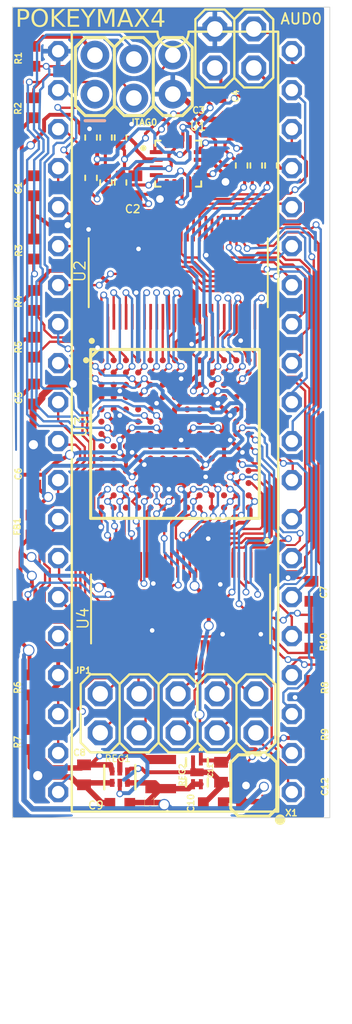
<source format=kicad_pcb>
(kicad_pcb (version 20240108) (generator "pcbnew") (generator_version "8.0")
  (layers (0 "F.Cu" signal) (31 "B.Cu" signal) (34 "B.Paste" user) (35 "F.Paste" user) (36 "B.SilkS" user "B.Silkscreen") (37 "F.SilkS" user "F.Silkscreen") (38 "B.Mask" user) (39 "F.Mask" user) (44 "Edge.Cuts" user))
  (net 0 "")
  (net 1 "GND")
  (net 2 "LIN0")
  (net 3 "LIN1")
  (net 4 "LIN2")
  (net 5 "LIN3")
  (net 6 "LIN4")
  (net 7 "LIN5")
  (net 8 "LIN6")
  (net 9 "LIN7")
  (net 10 "LIN8")
  (net 11 "LIN9")
  (net 12 "LIN10")
  (net 13 "LIN11")
  (net 14 "LIN12")
  (net 15 "LIN13")
  (net 16 "LIN14")
  (net 17 "LIN15")
  (net 18 "LIN16")
  (net 19 "LIN17")
  (net 20 "LIN18")
  (net 21 "5V0")
  (net 22 "3V3")
  (net 23 "LIN19")
  (net 24 "AUD1")
  (net 25 "AUD3")
  (net 26 "AUD4")
  (net 27 "3V3A")
  (net 28 "LIN20")
  (net 29 "LIN21")
  (net 30 "LIN22")
  (net 31 "LIN23")
  (net 32 "LVLA21")
  (net 33 "AUDF1")
  (net 34 "ADC_RX")
  (net 35 "ADC_TX")
  (net 36 "2V5")
  (net 37 "LVLB9")
  (net 38 "LINB0")
  (net 39 "LINB1")
  (net 40 "LINB2")
  (net 41 "LINB3")
  (net 42 "LINB4")
  (net 43 "LINB5")
  (net 44 "LINB6")
  (net 45 "LINB7")
  (net 46 "LINB8")
  (net 47 "LINB9")
  (net 48 "LINB10")
  (net 49 "LINB11")
  (net 50 "LINB12")
  (net 51 "LINB13")
  (net 52 "LINB14")
  (net 53 "LINB15")
  (net 54 "LINB16")
  (net 55 "LINB17")
  (net 56 "LINB18")
  (net 57 "LINB19")
  (net 58 "LINB20")
  (net 59 "LINB21")
  (net 60 "LINB22")
  (net 61 "LINB23")
  (net 62 "PTHRES")
  (net 63 "AUD_IN")
  (net 64 "/Audio filter/AUDF4")
  (net 65 "/Audio filter/AUDF3")
  (net 66 "Net-(U1-OUT4)")
  (net 67 "Net-(U1-OUT3)")
  (net 68 "Net-(U1-IN3+)")
  (net 69 "Net-(U1-IN4+)")
  (net 70 "Net-(U1-IN1+)")
  (net 71 "/Level conv/LVLB4")
  (net 72 "/Level conv/LVLB19")
  (net 73 "/Level conv/LVLB18")
  (net 74 "/Level conv/LVLB8")
  (net 75 "/Level conv/LVLB7")
  (net 76 "/Level conv/LVLB3")
  (net 77 "/Level conv/LVLB5")
  (net 78 "/Level conv/LVLB6")
  (net 79 "/Level conv/LVLB2")
  (net 80 "/FPGA/TCK")
  (net 81 "/FPGA/TDO")
  (net 82 "/FPGA/TDI")
  (net 83 "/FPGA/TMS")
  (net 84 "Net-(REG1-SW)")
  (net 85 "/Level conv/LVLB0")
  (net 86 "/Level conv/LVLA3")
  (net 87 "/Level conv/LVLA5")
  (net 88 "/Level conv/LVLB15")
  (net 89 "/Level conv/LVLA14")
  (net 90 "/Level conv/LVLA22")
  (net 91 "/Level conv/LVLA17")
  (net 92 "/Level conv/LVLA9")
  (net 93 "/Level conv/LVLB16")
  (net 94 "/Level conv/LVLA19")
  (net 95 "/Level conv/LVLB11")
  (net 96 "/Level conv/LVLA4")
  (net 97 "/Level conv/LVLA15")
  (net 98 "/Level conv/LVLA16")
  (net 99 "/Level conv/LVLB12")
  (net 100 "/Level conv/LVLA18")
  (net 101 "/Level conv/LVLA13")
  (net 102 "/Level conv/LVLA7")
  (net 103 "/Level conv/LVLA0")
  (net 104 "/Level conv/LVLB1")
  (net 105 "/Level conv/LVLB10")
  (net 106 "/Level conv/LVLA12")
  (net 107 "/Level conv/LVLA10")
  (net 108 "/Level conv/LVLA11")
  (net 109 "/Level conv/LVLB13")
  (net 110 "/Level conv/LVLA1")
  (net 111 "/Level conv/LVLA6")
  (net 112 "/Level conv/LVLB14")
  (net 113 "/Level conv/LVLB17")
  (net 114 "/Level conv/LVLA2")
  (net 115 "/Level conv/LVLA8")
  (net 116 "/Level conv/LVLB23")
  (net 117 "/Level conv/LVLA20")
  (net 118 "/Level conv/LVLA23")
  (net 119 "Net-(U3-NSTATUS)")
  (net 120 "Net-(U3-CONF_DONE)")
  (net 121 "Net-(U1-IN1-)")
  (net 122 "Net-(U1-IN3-)")
  (net 123 "Net-(U1-IN4-)")
  (net 124 "Net-(U1-IN2-)")
  (net 127 "/FPGA/NC1")
  (net 133 "/FPGA/OSC_CLOCK")
  (net 134 "Net-(U3-CLK2)")
  (net 159 "/Level conv/LVLB22")
  (net 160 "/Level conv/LVLB21")
  (net 161 "/Level conv/LVLB20")
  (footprint "pokeymax4:C0402" (layer "F.Cu") (at 151.2491 130.524 180)
    (property "Reference" "C10")
    (property "Value" "0.01uF")
  )
  (footprint "pokeymax4:C0402" (layer "F.Cu") (at 151.0967 84.3976)
    (property "Reference" "C3")
    (property "Value" "2.2uF")
  )
  (footprint "pokeymax4:DIL40" (layer "F.Cu") (at 148.7511 105.6036 -90)
    (property "Reference" "POKEYMAX4")
    (property "Value" "DIL40")
  )
  (footprint "pokeymax4:R0402" (layer "F.Cu") (at 139.4889 85.1596 -90)
    (property "Reference" "R2")
    (property "Value" "10K")
  )
  (footprint "pokeymax4:C0402" (layer "F.Cu") (at 151.7571 128.4412 -90)
    (property "Reference" "C11")
    (property "Value" "0.1uF")
  )
  (footprint "pokeymax4:2X05" (layer "F.Cu") (at 148.9511 124.6036)
    (property "Reference" "JP1")
    (property "Value" "PINHD-2X5")
  )
  (footprint "pokeymax4:2X3_LOCK" (layer "F.Cu") (at 143.5275 84.3976)
    (property "Reference" "JTAG0")
    (property "Value" "CONN_03X2LOCK")
  )
  (footprint "pokeymax4:R0402" (layer "F.Cu") (at 139.5143 100.7552 -90)
    (property "Reference" "R5")
    (property "Value" "10K")
  )
  (footprint "pokeymax4:INDC1008X04" (layer "F.Cu") (at 147.8201 128.5588 -90)
    (property "Reference" "L1")
    (property "Value" "LQM2HPN1R0MJ0L")
  )
  (footprint "pokeymax4:DRY6" (layer "F.Cu") (at 145.1511 128.762 -90)
    (property "Reference" "REG1")
    (property "Value" "TPS62237DRYR" (hide yes))
  )
  (footprint "pokeymax4:QFN50P300X300X100-16N" (layer "F.Cu") (at 148.9631 88.798)
    (property "Reference" "U1")
    (property "Value" "TSV854IQ4T")
  )
  (footprint "pokeymax4:C0402" (layer "F.Cu") (at 146.1691 90.2396 -90)
    (property "Reference" "C2")
    (property "Value" "0.1uF")
  )
  (footprint "pokeymax4:2X02" (layer "F.Cu") (at 152.6207 81.2988)
    (property "Reference" "AUD0")
    (property "Value" "PINHD-2X2")
  )
  (footprint "pokeymax4:56TVSOP_SMALL" (layer "F.Cu") (at 148.9631 95.9036 90)
    (property "Reference" "U2")
    (property "Value" "SN74CB3T16211SM")
  )
  (footprint "pokeymax4:R0402" (layer "F.Cu") (at 139.5143 81.8068 90)
    (property "Reference" "R1")
    (property "Value" "10K")
  )
  (footprint "Resistor_SMD:R_0402_1005Metric" (layer "F.Cu") (at 145.2 87.1 90)
    (property "Reference" "R17" (hide yes))
    (property "Value" "20k")
  )
  (footprint "pokeymax4:TDFN4_1P2X1P6_MCH" (layer "F.Cu") (at 150.1823 128.4458 -90)
    (property "Reference" "REG2")
    (property "Value" "MIC94310-JYMT-TR")
  )
  (footprint "pokeymax4:R0402" (layer "F.Cu") (at 157.6499 123.1072 -90)
    (property "Reference" "R8")
    (property "Value" "3k3")
  )
  (footprint "Resistor_SMD:R_0402_1005Metric" (layer "F.Cu") (at 154.05 88.92 90)
    (property "Reference" "R12" (hide yes))
    (property "Value" "560R")
  )
  (footprint "pokeymax4:R0402" (layer "F.Cu") (at 157.6499 126.1552 -90)
    (property "Reference" "R9")
    (property "Value" "3k3")
  )
  (footprint "Resistor_SMD:R_0402_1005Metric" (layer "F.Cu") (at 153.1 88.92 90)
    (property "Reference" "R11" (hide yes))
    (property "Value" "560R")
  )
  (footprint "pokeymax4:C0402" (layer "F.Cu") (at 145.1531 130.5654 180)
    (property "Reference" "C9")
    (property "Value" "4.7uF")
  )
  (footprint "pokeymax4:C0402" (layer "F.Cu") (at 157.6511 116.6556 90)
    (property "Reference" "C7")
    (property "Value" "1nF")
  )
  (footprint "pokeymax4:R0402" (layer "F.Cu") (at 139.4635 112.3376 90)
    (property "Reference" "FB1")
    (property "Value" "R-EU_R0402")
  )
  (footprint "pokeymax4:ASE" (layer "F.Cu") (at 153.8907 129.3048 90)
    (property "Reference" "X1")
    (property "Value" "ASE")
  )
  (footprint "Resistor_SMD:R_0402_1005Metric" (layer "F.Cu") (at 144.25 87.1 90)
    (property "Reference" "R18" (hide yes))
    (property "Value" "20k")
  )
  (footprint "pokeymax4:C0402" (layer "F.Cu") (at 152.6 86.3 90)
    (property "Reference" "C13" (hide yes))
    (property "Value" "18nF" (hide yes))
  )
  (footprint "pokeymax4:R0402" (layer "F.Cu") (at 139.5143 97.7072 90)
    (property "Reference" "R4")
    (property "Value" "10K")
  )
  (footprint "pokeymax4:C0402" (layer "F.Cu") (at 154.0939 84.3976)
    (property "Reference" "C4")
    (property "Value" "2.2uF")
  )
  (footprint "Resistor_SMD:R_0402_1005Metric" (layer "F.Cu") (at 145.2 90.025 90)
    (property "Reference" "R14" (hide yes))
    (property "Value" "10k")
  )
  (footprint "Resistor_SMD:R_0402_1005Metric" (layer "F.Cu") (at 143.275 87.1 90)
    (property "Reference" "R19" (hide yes))
    (property "Value" "20k")
  )
  (footprint "Resistor_SMD:R_0402_1005Metric" (layer "F.Cu") (at 155.01 88.92 90)
    (property "Reference" "R13" (hide yes))
    (property "Value" "560R")
  )
  (footprint "pokeymax4:C0402" (layer "F.Cu") (at 139.4889 103.8032 -90)
    (property "Reference" "C5")
    (property "Value" "0.1uF")
  )
  (footprint "pokeymax4:R0402" (layer "F.Cu") (at 139.2603 122.7516 90)
    (property "Reference" "R6")
    (property "Value" "1k1")
  )
  (footprint "Resistor_SMD:R_0402_1005Metric" (layer "F.Cu") (at 143.275 89.725 90)
    (property "Reference" "R16" (hide yes))
    (property "Value" "10k")
  )
  (footprint "pokeymax4:56TVSOP_SMALL" (layer "F.Cu") (at 149.1155 117.8036 -90)
    (property "Reference" "U4")
    (property "Value" "SN74CB3T16211SM")
  )
  (footprint "pokeymax4:U169SMALL" (layer "F.Cu") (at 148.7511 106.4036)
    (property "Reference" "U3")
    (property "Value" "MAX10" (hide yes))
  )
  (footprint "Resistor_SMD:R_0402_1005Metric" (layer "F.Cu") (at 144.25 90.025 90)
    (property "Reference" "R15" (hide yes))
    (property "Value" "10k")
  )
  (footprint "pokeymax4:R0402" (layer "F.Cu") (at 139.2603 126.3076 90)
    (property "Reference" "R7")
    (property "Value" "2k2")
  )
  (footprint "pokeymax4:C0402" (layer "F.Cu") (at 139.5651 109.0864 90)
    (property "Reference" "C6")
    (property "Value" "0.1uF")
  )
  (footprint "pokeymax4:R0402" (layer "F.Cu") (at 157.6511 119.7036 90)
    (property "Reference" "R10")
    (property "Value" "1k1")
  )
  (footprint "pokeymax4:C0402" (layer "F.Cu") (at 142.8163 128.6096 -90)
    (property "Reference" "C8")
    (property "Value" "2.2uF")
  )
  (footprint "pokeymax4:C0402" (layer "F.Cu") (at 157.6499 129.3556 -90)
    (property "Reference" "C12")
    (property "Value" "2.2uF")
  )
  (footprint "pokeymax4:C0402" (layer "F.Cu") (at 139.5143 90.2396 -90)
    (property "Reference" "C1")
    (property "Value" "0.1uF")
  )
  (footprint "pokeymax4:C0402" (layer "F.Cu") (at 154.9 86.3 90)
    (property "Reference" "C15" (hide yes))
    (property "Value" "18nF" (hide yes))
  )
  (footprint "pokeymax4:C0402" (layer "F.Cu") (at 153.8 86.3 90)
    (property "Reference" "C14" (hide yes))
    (property "Value" "18nF" (hide yes))
  )
  (footprint "pokeymax4:R0402" (layer "F.Cu") (at 139.5143 94.3608 90)
    (property "Reference" "R3")
    (property "Value" "1K")
  )
  (gr_line (start 138.1511 78.6036) (end 138.1511 131.4036) (stroke (width 0.05)) (layer "Edge.Cuts"))
  (gr_line (start 158.8511 131.4036) (end 158.8511 78.6036) (stroke (width 0.05)) (layer "Edge.Cuts"))
  (gr_line (start 138.1511 131.4036) (end 158.8511 131.4036) (stroke (width 0.05)) (layer "Edge.Cuts"))
  (gr_line (start 158.8511 78.6036) (end 138.1511 78.6036) (stroke (width 0.05)) (layer "Edge.Cuts"))
  (segment (start 139.8831 128.746) (end 141.9527 128.746) (width 0.3556) (layer "F.Cu") (net 1))
  (segment (start 153.3827 129.3048) (end 151.8691 129.2032) (width 0.3556) (layer "F.Cu") (net 1))
  (segment (start 139.7979 128.6608) (end 139.2603 128.1232) (width 0.254) (layer "F.Cu") (net 1))
  (segment (start 143.3091 86.394) (end 143.1719 86.5312) (width 0.254) (layer "F.Cu") (net 1))
  (segment (start 143.5631 93.0336) (end 143.3179 93.0336) (width 0.254) (layer "F.Cu") (net 1))
  (segment (start 152.7511 107.2036) (end 153.1511 107.6036) (width 0.254) (layer "F.Cu") (net 1))
  (segment (start 150.5991 130.524) (end 151.7571 129.366) (width 0.3556) (layer "F.Cu") (net 1))
  (segment (start 146.3511 108.0036) (end 146.7511 108.4036) (width 0.254) (layer "F.Cu") (net 1))
  (segment (start 139.7979 128.6608) (end 139.8831 128.746) (width 0.3556) (layer "F.Cu") (net 1))
  (segment (start 152.0619 89.614) (end 152.0459 89.9856) (width 0.254) (layer "F.Cu") (net 1))
  (segment (start 149.0393 84.2706) (end 150.7919 85.9216) (width 0.3556) (layer "F.Cu") (net 1))
  (segment (start 151.7571 129.366) (end 151.7571 129.0912) (width 0.3556) (layer "F.Cu") (net 1))
  (segment (start 157.6499 122.4976) (end 156.5831 123.5644) (width 0.1524) (layer "F.Cu") (net 1))
  (segment (start 157.6499 122.4572) (end 157.6499 122.4976) (width 0.1524) (layer "F.Cu") (net 1))
  (segment (start 151.8691 129.2032) (end 151.7571 129.0912) (width 0.3556) (layer "F.Cu") (net 1))
  (segment (start 146.3111 90.7984) (end 147.4645 90.7984) (width 0.2032) (layer "F.Cu") (net 1))
  (segment (start 140.8859 103.1428) (end 142.1051 103.1428) (width 0.4572) (layer "F.Cu") (net 1))
  (segment (start 151.536934 113.012282) (end 151.7063 112.8964) (width 0.254) (layer "F.Cu") (net 1))
  (segment (start 154.5155 119.6172) (end 154.3479 119.4496) (width 0.1524) (layer "F.Cu") (net 1))
  (segment (start 150.3981 88.548) (end 151.0205 88.548) (width 0.254) (layer "F.Cu") (net 1))
  (segment (start 153.3065 85.5152) (end 152.481 85.5152) (width 0.3556) (layer "F.Cu") (net 1))
  (segment (start 146.1691 90.8896) (end 146.3111 90.7984) (width 0.2032) (layer "F.Cu") (net 1))
  (segment (start 152.3159 112.5408) (end 152.0619 112.5408) (width 0.254) (layer "F.Cu") (net 1))
  (segment (start 141.9527 128.746) (end 142.4663 129.2596) (width 0.3556) (layer "F.Cu") (net 1))
  (segment (start 150.7631 94.732) (end 150.7919 94.7608) (width 0.254) (layer "F.Cu") (net 1))
  (segment (start 142.9439 129.132) (end 142.8163 129.2596) (width 0.254) (layer "F.Cu") (net 1))
  (segment (start 151.9511 104.8036) (end 151.5511 104.4036) (width 0.254) (layer "F.Cu") (net 1))
  (segment (start 139.4889 104.4532) (end 139.4889 107.0798) (width 0.4572) (layer "F.Cu") (net 1))
  (segment (start 151.7063 112.8964) (end 152.0619 112.5408) (width 0.254) (layer "F.Cu") (net 1))
  (segment (start 146.2199 97.3516) (end 146.2199 97.1992) (width 0.254) (layer "F.Cu") (net 1))
  (segment (start 154.5155 120.6736) (end 154.5155 119.6172) (width 0.1524) (layer "F.Cu") (net 1))
  (segment (start 143.9085 112.4608) (end 143.9085 111.2462) (width 0.254) (layer "F.Cu") (net 1))
  (segment (start 146.3631 93.0336) (end 146.3631 94.2944) (width 0.254) (layer "F.Cu") (net 1))
  (segment (start 148.6075 84.2706) (end 149.0393 84.2706) (width 0.3556) (layer "F.Cu") (net 1))
  (segment (start 151.7571 129.0912) (end 151.7571 129.254) (width 0.254) (layer "F.Cu") (net 1))
  (segment (start 150.1777 128.4412) (end 150.1823 128.4458) (width 0.254) (layer "F.Cu") (net 1))
  (segment (start 139.786 92.2385) (end 140.5511 92.8036) (width 0.254) (layer "F.Cu") (net 1))
  (segment (start 145.5511 103.2036) (end 145.1511 103.6036) (width 0.254) (layer "F.Cu") (net 1))
  (segment (start 147.7693 91.1032) (end 147.4645 90.7984) (width 0.2032) (layer "F.Cu") (net 1))
  (segment (start 147.3155 114.9336) (end 147.3375 116.1476) (width 0.1524) (layer "F.Cu") (net 1))
  (segment (start 154.1155 119.682) (end 154.3479 119.4496) (width 0.1524) (layer "F.Cu") (net 1))
  (segment (start 151.7155 119.5928) (end 151.8587 119.4496) (width 0.1524) (layer "F.Cu") (net 1))
  (segment (start 139.2603 128.1232) (end 139.2603 126.9576) (width 0.254) (layer "F.Cu") (net 1))
  (segment (start 143.9085 111.2462) (end 143.9511 111.2036) (width 0.254) (layer "F.Cu") (net 1))
  (segment (start 154.7375 128.1532) (end 154.7157 128.2548) (width 0.3556) (layer "F.Cu") (net 1))
  (segment (start 139.5651 107.156) (end 139.5143 107.1052) (width 0.3556) (layer "F.Cu") (net 1))
  (segment (start 147.9511 110.4036) (end 148.3511 110.0036) (width 0.254) (layer "F.Cu") (net 1))
  (segment (start 152.0459 89.9856) (end 152.0459 89.7664) (width 0.254) (layer "F.Cu") (net 1))
  (segment (start 153.6875 111.8296) (end 153.6875 111.34) (width 0.254) (layer "F.Cu") (net 1))
  (segment (start 154.894 85.5152) (end 154.0685 85.5152) (width 0.3556) (layer "F.Cu") (net 1))
  (segment (start 140.5511 92.8036) (end 141.7511 92.8036) (width 0.254) (layer "F.Cu") (net 1))
  (segment (start 143.7059 86.394) (end 143.3091 86.394) (width 0.254) (layer "F.Cu") (net 1))
  (segment (start 148.7511 106.4036) (end 149.1511 106.8036) (width 0.254) (layer "F.Cu") (net 1))
  (segment (start 146.3631 98.7736) (end 146.3631 97.4948) (width 0.254) (layer "F.Cu") (net 1))
  (segment (start 151.7155 114.9336) (end 151.7063 116.2036) (width 0.1524) (layer "F.Cu") (net 1))
  (segment (start 146.3631 94.2944) (end 146.3723 94.3544) (width 0.254) (layer "F.Cu") (net 1))
  (segment (start 151.7155 120.6736) (end 151.7155 119.5928) (width 0.1524) (layer "F.Cu") (net 1))
  (segment (start 152.481 85.5152) (end 151.9603 85.5152) (width 0.3556) (layer "F.Cu") (net 1))
  (segment (start 154.1155 120.6736) (end 154.1155 119.682) (width 0.1524) (layer "F.Cu") (net 1))
  (segment (start 139.4889 104.4532) (end 139.7279 104.4532) (width 0.3556) (layer "F.Cu") (net 1))
  (segment (start 145.3735 86.2264) (end 145.2059 86.394) (width 0.254) (layer "F.Cu") (net 1))
  (segment (start 151.2237 113.2266) (end 151.536934 113.012282) (width 0.254) (layer "F.Cu") (net 1))
  (segment (start 146.3511 128.2036) (end 146.5919 128.2036) (width 0.254) (layer "F.Cu") (net 1))
  (segment (start 154.0685 85.5152) (end 153.3065 85.5152) (width 0.3556) (layer "F.Cu") (net 1))
  (segment (start 143.3179 93.0336) (end 143.1147 93.0844) (width 0.254) (layer "F.Cu") (net 1))
  (segment (start 144.6511 129.132) (end 142.9439 129.132) (width 0.3556) (layer "F.Cu") (net 1))
  (segment (start 150.7631 100.0868) (end 149.8367 100.556) (width 0.254) (layer "F.Cu") (net 1))
  (segment (start 139.5143 92.2385) (end 139.5143 90.8896) (width 0.3556) (layer "F.Cu") (net 1))
  (segment (start 149.9283 127.6711) (end 149.9283 128.1918) (width 0.254) (layer "F.Cu") (net 1))
  (segment (start 149.5511 102.4036) (end 149.1511 102.8036) (width 0.254) (layer "F.Cu") (net 1))
  (segment (start 147.1511 104.0036) (end 147.5511 104.4036) (width 0.254) (layer "F.Cu") (net 1))
  (segment (start 147.3155 119.2832) (end 147.2613 119.2036) (width 0.1524) (layer "F.Cu") (net 1))
  (segment (start 143.9631 93.0336) (end 143.5631 93.0336) (width 0.254) (layer "F.Cu") (net 1))
  (segment (start 151.9511 104.8036) (end 152.3511 105.2036) (width 0.254) (layer "F.Cu") (net 1))
  (segment (start 151.8991 129.2332) (end 151.7571 129.0912) (width 0.3556) (layer "F.Cu") (net 1))
  (segment (start 145.854487 128.2036) (end 145.6511 128.406988) (width 0.254) (layer "F.Cu") (net 1))
  (segment (start 140.0731 103.9048) (end 140.8859 103.1428) (width 0.4572) (layer "F.Cu") (net 1))
  (segment (start 146.3631 97.4948) (end 146.2199 97.3516) (width 0.254) (layer "F.Cu") (net 1))
  (segment (start 152.7511 107.2036) (end 152.3511 106.8036) (width 0.254) (layer "F.Cu") (net 1))
  (segment (start 147.5915 89.6114) (end 147.5281 89.548) (width 0.2032) (layer "F.Cu") (net 1))
  (segment (start 145.2059 86.394) (end 144.7059 86.394) (width 0.254) (layer "F.Cu") (net 1))
  (segment (start 147.5281 90.862) (end 147.5281 89.548) (width 0.2032) (layer "F.Cu") (net 1))
  (segment (start 139.5651 108.4364) (end 139.5651 107.156) (width 0.3556) (layer "F.Cu") (net 1))
  (segment (start 140.0731 104.0572) (end 140.0731 103.9048) (width 0.4572) (layer "F.Cu") (net 1))
  (segment (start 152.9255 112.1852) (end 153.3827 112.1852) (width 0.254) (layer "F.Cu") (net 1))
  (segment (start 152.481 85.5152) (end 152.481 85.4771) (width 0.3556) (layer "F.Cu") (net 1))
  (segment (start 146.3511 108.0036) (end 145.9511 107.6036) (width 0.254) (layer "F.Cu") (net 1))
  (segment (start 153.3827 112.1852) (end 153.6875 111.8296) (width 0.254) (layer "F.Cu") (net 1))
  (segment (start 139.5143 93.7108) (end 139.5143 92.2385) (width 0.3556) (layer "F.Cu") (net 1))
  (segment (start 139.5755 90.9508) (end 139.5143 90.8896) (width 0.254) (layer "F.Cu") (net 1))
  (segment (start 152.3159 112.5408) (end 152.9255 112.1852) (width 0.254) (layer "F.Cu") (net 1))
  (segment (start 146.3511 128.2036) (end 145.854487 128.2036) (width 0.254) (layer "F.Cu") (net 1))
  (segment (start 139.4889 107.0798) (end 139.5143 107.1052) (width 0.3556) (layer "F.Cu") (net 1))
  (segment (start 151.0205 88.548) (end 152.0619 89.614) (width 0.254) (layer "F.Cu") (net 1))
  (segment (start 143.9741 130.4174) (end 142.8163 129.2596) (width 0.3556) (layer "F.Cu") (net 1))
  (segment (start 150.9189 113.2266) (end 151.2237 113.2266) (width 0.254) (layer "F.Cu") (net 1))
  (segment (start 146.5919 128.2036) (end 146.8295 128.4412) (width 0.254) (layer "F.Cu") (net 1))
  (segment (start 150.1823 128.4458) (end 151.1117 128.4458) (width 0.3556) (layer "F.Cu") (net 1))
  (segment (start 143.9511 101.6036) (end 143.7035 100.7844) (width 0.254) (layer "F.Cu") (net 1))
  (segment (start 150.3511 109.6036) (end 150.7511 109.2036) (width 0.254) (layer "F.Cu") (net 1))
  (segment (start 146.8295 128.4412) (end 150.1777 128.4412) (width 0.254) (layer "F.Cu") (net 1))
  (segment (start 151.9603 85.5152) (end 151.5539 85.9216) (width 0.3556) (layer "F.Cu") (net 1))
  (segment (start 144.6511 130.4174) (end 144.5031 130.5654) (width 0.254) (layer "F.Cu") (net 1))
  (segment (start 147.3155 120.6736) (end 147.3155 119.2832) (width 0.1524) (layer "F.Cu") (net 1))
  (segment (start 139.7279 104.4532) (end 140.0731 104.0572) (width 0.4572) (layer "F.Cu") (net 1))
  (segment (start 157.4375 115.792) (end 156.1259 115.7666) (width 0.1524) (layer "F.Cu") (net 1))
  (segment (start 150.7631 98.7736) (end 150.7631 100.0868) (width 0.254) (layer "F.Cu") (net 1))
  (segment (start 157.6511 116.0056) (end 157.4375 115.792) (width 0.1524) (layer "F.Cu") (net 1))
  (segment (start 142.4663 129.2596) (end 142.8163 129.2596) (width 0.3556) (layer "F.Cu") (net 1))
  (segment (start 145.5511 105.6036) (end 145.1511 105.2036) (width 0.254) (layer "F.Cu") (net 1))
  (segment (start 143.7059 86.394) (end 144.2059 86.394) (width 0.254) (layer "F.Cu") (net 1))
  (segment (start 139.5143 92.2385) (end 139.786 92.2385) (width 0.254) (layer "F.Cu") (net 1))
  (segment (start 144.7059 86.394) (end 144.2059 86.394) (width 0.254) (layer "F.Cu") (net 1))
  (segment (start 151.1117 128.4458) (end 151.7571 129.0912) (width 0.3556) (layer "F.Cu") (net 1))
  (segment (start 153.5511 101.6036) (end 153.0367 100.3272) (width 0.254) (layer "F.Cu") (net 1))
  (segment (start 153.6875 111.34) (end 153.5511 111.2036) (width 0.254) (layer "F.Cu") (net 1))
  (segment (start 145.9151 86.2264) (end 145.3735 86.2264) (width 0.254) (layer "F.Cu") (net 1))
  (segment (start 153.3827 129.3048) (end 153.6875 129.2032) (width 0.3556) (layer "F.Cu") (net 1))
  (segment (start 151.5539 85.9216) (end 150.7919 85.9216) (width 0.3556) (layer "F.Cu") (net 1))
  (segment (start 144.6511 130.4174) (end 143.9741 130.4174) (width 0.3556) (layer "F.Cu") (net 1))
  (segment (start 150.7631 93.0336) (end 150.7631 94.732) (width 0.254) (layer "F.Cu") (net 1))
  (segment (start 153.6875 129.2032) (end 154.7375 128.1532) (width 0.3556) (layer "F.Cu") (net 1))
  (segment (start 149.9283 128.1918) (end 150.1823 128.4458) (width 0.254) (layer "F.Cu") (net 1))
  (segment (start 147.7693 91.1032) (end 147.5281 90.862) (width 0.2032) (layer "F.Cu") (net 1))
  (via (at 147.3375 116.1476) (size 0.4524) (drill 0.3) (layers "F.Cu" "B.Cu") (net 1))
  (via (at 154.3479 119.4496) (size 0.4524) (drill 0.3) (layers "F.Cu" "B.Cu") (net 1))
  (via (at 152.3511 106.8036) (size 0.4524) (drill 0.3) (layers "F.Cu" "B.Cu") (net 1))
  (via (at 150.7919 94.7608) (size 0.4524) (drill 0.3) (layers "F.Cu" "B.Cu") (net 1))
  (via (at 151.7063 116.2036) (size 0.4524) (drill 0.3) (layers "F.Cu" "B.Cu") (net 1))
  (via (at 147.2613 119.2036) (size 0.4524) (drill 0.3) (layers "F.Cu" "B.Cu") (net 1))
  (via (at 145.9511 107.6036) (size 0.4524) (drill 0.3) (layers "F.Cu" "B.Cu") (net 1))
  (via (at 146.3723 94.3544) (size 0.4524) (drill 0.3) (layers "F.Cu" "B.Cu") (net 1))
  (via (at 146.7511 108.4036) (size 0.4524) (drill 0.3) (layers "F.Cu" "B.Cu") (net 1))
  (via (at 143.9085 112.4608) (size 0.4524) (drill 0.3) (layers "F.Cu" "B.Cu") (net 1))
  (via (at 149.1511 106.8036) (size 0.4524) (drill 0.3) (layers "F.Cu" "B.Cu") (net 1))
  (via (at 153.1511 107.6036) (size 0.4524) (drill 0.3) (layers "F.Cu" "B.Cu") (net 1))
  (via (at 151.5511 104.4036) (size 0.4524) (drill 0.3) (layers "F.Cu" "B.Cu") (net 1))
  (via (at 156.1259 115.7666) (size 0.4524) (drill 0.3) (layers "F.Cu" "B.Cu") (net 1))
  (via (at 150.7511 109.2036) (size 0.4524) (drill 0.3) (layers "F.Cu" "B.Cu") (net 1))
  (via (at 145.9151 86.2264) (size 0.4524) (drill 0.3) (layers "F.Cu" "B.Cu") (net 1))
  (via (at 156.5831 123.5644) (size 0.4524) (drill 0.3) (layers "F.Cu" "B.Cu") (net 1))
  (via (at 147.7693 91.1032) (size 0.6524) (drill 0.5) (layers "F.Cu" "B.Cu") (net 1))
  (via (at 139.7979 128.6608) (size 0.7524) (drill 0.6) (layers "F.Cu" "B.Cu") (net 1))
  (via (at 147.5511 104.4036) (size 0.4524) (drill 0.3) (layers "F.Cu" "B.Cu") (net 1))
  (via (at 143.7035 100.7844) (size 0.4524) (drill 0.3) (layers "F.Cu" "B.Cu") (net 1))
  (via (at 142.1051 103.1428) (size 0.6524) (drill 0.5) (layers "F.Cu" "B.Cu") (net 1))
  (via (at 148.3511 110.0036) (size 0.4524) (drill 0.3) (layers "F.Cu" "B.Cu") (net 1))
  (via (at 153.3827 129.3048) (size 0.6524) (drill 0.5) (layers "F.Cu" "B.Cu") (net 1))
  (via (at 141.7511 92.8036) (size 0.5524) (drill 0.4) (layers "F.Cu" "B.Cu") (net 1))
  (via (at 143.1147 93.0844) (size 0.4524) (drill 0.3) (layers "F.Cu" "B.Cu") (net 1))
  (via (at 139.5143 107.1052) (size 0.7524) (drill 0.6) (layers "F.Cu" "B.Cu") (net 1))
  (via (at 143.1719 86.5312) (size 0.4524) (drill 0.3) (layers "F.Cu" "B.Cu") (net 1))
  (via (at 152.0459 89.9856) (size 0.6524) (drill 0.5) (layers "F.Cu" "B.Cu") (net 1))
  (via (at 146.3511 128.2036) (size 0.4524) (drill 0.3) (layers "F.Cu" "B.Cu") (net 1))
  (via (at 145.1511 103.6036) (size 0.4524) (drill 0.3) (layers "F.Cu" "B.Cu") (net 1))
  (via (at 149.8367 100.556) (size 0.4524) (drill 0.3) (layers "F.Cu" "B.Cu") (net 1))
  (via (at 152.3511 105.2036) (size 0.4524) (drill 0.3) (layers "F.Cu" "B.Cu") (net 1))
  (via (at 151.8587 119.4496) (size 0.4524) (drill 0.3) (layers "F.Cu" "B.Cu") (net 1))
  (via (at 146.2199 97.1992) (size 0.4524) (drill 0.3) (layers "F.Cu" "B.Cu") (net 1))
  (via (at 153.0367 100.3272) (size 0.4524) (drill 0.3) (layers "F.Cu" "B.Cu") (net 1))
  (via (at 145.1511 105.2036) (size 0.4524) (drill 0.3) (layers "F.Cu" "B.Cu") (net 1))
  (via (at 150.9189 113.2266) (size 0.4524) (drill 0.3) (layers "F.Cu" "B.Cu") (net 1))
  (via (at 149.1511 102.8036) (size 0.4524) (drill 0.3) (layers "F.Cu" "B.Cu") (net 1))
  (segment (start 156.5831 123.5644) (end 156.7355 123.5644) (width 0.1524) (layer "B.Cu") (net 1))
  (segment (start 147.2613 119.2036) (end 146.9511 119.6036) (width 0.1524) (layer "B.Cu") (net 1))
  (segment (start 143.1147 93.0844) (end 142.7147 93.2368) (width 0.254) (layer "B.Cu") (net 1))
  (segment (start 145.4263 128.9284) (end 146.3511 128.2036) (width 0.254) (layer "B.Cu") (net 1))
  (segment (start 146.2199 97.1992) (end 146.2199 96.5896) (width 0.254) (layer "B.Cu") (net 1))
  (segment (start 147.5511 104.4036) (end 147.1511 104.0036) (width 0.254) (layer "B.Cu") (net 1))
  (segment (start 145.9511 106.8036) (end 145.1511 106.0036) (width 0.254) (layer "B.Cu") (net 1))
  (segment (start 141.7511 92.8036) (end 141.3511 93.0036) (width 0.254) (layer "B.Cu") (net 1))
  (segment (start 156.1259 115.7666) (end 156.2783 115.792) (width 0.1524) (layer "B.Cu") (net 1))
  (segment (start 148.3511 110.0036) (end 147.9511 110.4036) (width 0.254) (layer "B.Cu") (net 1))
  (segment (start 145.1511 105.2036) (end 145.5511 105.6036) (width 0.254) (layer "B.Cu") (net 1))
  (segment (start 145.9151 86.2264) (end 145.6103 86.3788) (width 0.254) (layer "B.Cu") (net 1))
  (segment (start 151.8587 119.4496) (end 151.3511 119.8036) (width 0.1524) (layer "B.Cu") (net 1))
  (segment (start 149.1511 106.8036) (end 148.7511 106.4036) (width 0.254) (layer "B.Cu") (net 1))
  (segment (start 145.9511 107.6036) (end 145.9511 106.8036) (width 0.254) (layer "B.Cu") (net 1))
  (segment (start 149.1511 102.8036) (end 149.5511 102.4036) (width 0.254) (layer "B.Cu") (net 1))
  (segment (start 146.3723 94.3544) (end 146.3723 94.1512) (width 0.254) (layer "B.Cu") (net 1))
  (segment (start 145.1511 106.0036) (end 145.1511 105.2036) (width 0.254) (layer "B.Cu") (net 1))
  (segment (start 139.5143 107.1052) (end 139.5143 107.41) (width 0.254) (layer "B.Cu") (net 1))
  (segment (start 143.7035 100.7844) (end 143.9511 101.6036) (width 0.254) (layer "B.Cu") (net 1))
  (segment (start 143.9511 102.4036) (end 144.3511 102.0036) (width 0.1525) (layer "F.Cu") (net 2))
  (segment (start 143.9511 97.356) (end 144.1035 97.3516) (width 0.1524) (layer "F.Cu") (net 2))
  (segment (start 143.9511 98.7616) (end 143.9511 97.356) (width 0.1524) (layer "F.Cu") (net 2))
  (segment (start 143.9511 98.7616) (end 143.9631 98.7736) (width 0.1525) (layer "F.Cu") (net 2))
  (via (at 144.3511 102.0036) (size 0.4524) (drill 0.3) (layers "F.Cu" "B.Cu") (net 2))
  (via (at 144.1035 97.3516) (size 0.4524) (drill 0.3) (layers "F.Cu" "B.Cu") (net 2))
  (segment (start 144.3511 102.0036) (end 144.3511 97.6036) (width 0.1525) (layer "B.Cu") (net 2))
  (segment (start 144.3511 97.6036) (end 144.1035 97.3516) (width 0.1525) (layer "B.Cu") (net 2))
  (segment (start 144.7511 101.6036) (end 144.7511 101.3692) (width 0.1524) (layer "F.Cu") (net 3))
  (segment (start 144.7511 101.3692) (end 144.3911 101.0092) (width 0.1524) (layer "F.Cu") (net 3))
  (segment (start 144.3911 101.0092) (end 144.3911 98.8016) (width 0.1524) (layer "F.Cu") (net 3))
  (segment (start 144.3911 98.8016) (end 144.3631 98.7736) (width 0.1524) (layer "F.Cu") (net 3))
  (segment (start 144.7511 98.7616) (end 144.7631 98.7736) (width 0.1525) (layer "F.Cu") (net 4))
  (segment (start 144.7511 97.2036) (end 144.7511 98.7616) (width 0.1525) (layer "F.Cu") (net 4))
  (segment (start 144.7511 102.4036) (end 145.1511 102.0036) (width 0.1525) (layer "F.Cu") (net 4))
  (via (at 144.7511 97.2036) (size 0.4524) (drill 0.3) (layers "F.Cu" "B.Cu") (net 4))
  (via (at 145.1511 102.0036) (size 0.4524) (drill 0.3) (layers "F.Cu" "B.Cu") (net 4))
  (segment (start 145.1511 97.6036) (end 144.7511 97.2036) (width 0.1525) (layer "B.Cu") (net 4))
  (segment (start 145.1511 102.0036) (end 145.1511 97.6036) (width 0.1525) (layer "B.Cu") (net 4))
  (segment (start 145.5511 101.6036) (end 145.5511 101.4072) (width 0.1524) (layer "F.Cu") (net 5))
  (segment (start 145.1531 98.7836) (end 145.1631 98.7736) (width 0.1524) (layer "F.Cu") (net 5))
  (segment (start 145.1531 101.0092) (end 145.1531 98.7836) (width 0.1524) (layer "F.Cu") (net 5))
  (segment (start 145.5511 101.4072) (end 145.1531 101.0092) (width 0.1524) (layer "F.Cu") (net 5))
  (segment (start 145.5511 102.4036) (end 145.9511 102.0036) (width 0.1525) (layer "F.Cu") (net 6))
  (segment (start 145.5511 98.7616) (end 145.5631 98.7736) (width 0.1525) (layer "F.Cu") (net 6))
  (segment (start 145.5511 97.2036) (end 145.5511 98.7616) (width 0.1525) (layer "F.Cu") (net 6))
  (via (at 145.9511 102.0036) (size 0.4524) (drill 0.3) (layers "F.Cu" "B.Cu") (net 6))
  (via (at 145.5511 97.2036) (size 0.4524) (drill 0.3) (layers "F.Cu" "B.Cu") (net 6))
  (segment (start 145.9511 102.0036) (end 145.9511 97.6036) (width 0.1525) (layer "B.Cu") (net 6))
  (segment (start 145.9511 97.6036) (end 145.5511 97.2036) (width 0.1525) (layer "B.Cu") (net 6))
  (segment (start 145.9511 98.7856) (end 145.9631 98.7736) (width 0.1525) (layer "F.Cu") (net 7))
  (segment (start 145.9511 101.2036) (end 146.3511 101.6036) (width 0.1525) (layer "F.Cu") (net 7))
  (segment (start 145.9511 101.2036) (end 145.9511 98.7856) (width 0.1525) (layer "F.Cu") (net 7))
  (segment (start 146.7511 98.7616) (end 146.7511 97.356) (width 0.1524) (layer "F.Cu") (net 8))
  (segment (start 146.7511 97.356) (end 146.9035 97.2036) (width 0.1524) (layer "F.Cu") (net 8))
  (segment (start 146.7511 98.7616) (end 146.7631 98.7736) (width 0.1525) (layer "F.Cu") (net 8))
  (segment (start 146.3511 102.4036) (end 146.7511 102.0036) (width 0.1525) (layer "F.Cu") (net 8))
  (via (at 146.9035 97.2036) (size 0.4524) (drill 0.3) (layers "F.Cu" "B.Cu") (net 8))
  (via (at 146.7511 102.0036) (size 0.4524) (drill 0.3) (layers "F.Cu" "B.Cu") (net 8))
  (segment (start 146.7511 97.356) (end 146.9035 97.2036) (width 0.1524) (layer "B.Cu") (net 8))
  (segment (start 146.7511 102.0036) (end 146.7511 97.356) (width 0.1524) (layer "B.Cu") (net 8))
  (segment (start 147.1511 101.6036) (end 147.1511 98.7856) (width 0.1524) (layer "F.Cu") (net 9))
  (segment (start 147.1511 98.7856) (end 147.1631 98.7736) (width 0.1524) (layer "F.Cu") (net 9))
  (segment (start 147.1511 102.4036) (end 147.5511 102.0036) (width 0.1525) (layer "F.Cu") (net 10))
  (segment (start 147.5511 97.2036) (end 147.5511 98.7616) (width 0.1525) (layer "F.Cu") (net 10))
  (segment (start 147.5511 98.7616) (end 147.5631 98.7736) (width 0.1525) (layer "F.Cu") (net 10))
  (via (at 147.5511 102.0036) (size 0.4524) (drill 0.3) (layers "F.Cu" "B.Cu") (net 10))
  (via (at 147.5511 97.2036) (size 0.4524) (drill 0.3) (layers "F.Cu" "B.Cu") (net 10))
  (segment (start 147.5511 102.0036) (end 147.5511 97.2036) (width 0.1525) (layer "B.Cu") (net 10))
  (segment (start 147.9511 98.7856) (end 147.9631 98.7736) (width 0.1524) (layer "F.Cu") (net 11))
  (segment (start 147.9511 101.6036) (end 147.9511 98.7856) (width 0.1524) (layer "F.Cu") (net 11))
  (segment (start 148.3511 97.356) (end 148.1987 97.2036) (width 0.1524) (layer "F.Cu") (net 12))
  (segment (start 147.9511 102.4036) (end 148.3511 102.0036) (width 0.1525) (layer "F.Cu") (net 12))
  (segment (start 148.3511 98.7616) (end 148.3511 97.356) (width 0.1524) (layer "F.Cu") (net 12))
  (segment (start 148.3511 98.7616) (end 148.3631 98.7736) (width 0.1525) (layer "F.Cu") (net 12))
  (via (at 148.3511 102.0036) (size 0.4524) (drill 0.3) (layers "F.Cu" "B.Cu") (net 12))
  (via (at 148.1987 97.2036) (size 0.4524) (drill 0.3) (layers "F.Cu" "B.Cu") (net 12))
  (segment (start 148.3511 102.0036) (end 148.1987 97.2036) (width 0.1525) (layer "B.Cu") (net 12))
  (segment (start 148.7511 101.6036) (end 148.3535 101.206) (width 0.1524) (layer "F.Cu") (net 13))
  (segment (start 148.3535 101.206) (end 148.3535 100.0948) (width 0.1524) (layer "F.Cu") (net 13))
  (segment (start 148.7631 98.7736) (end 148.7631 99.6852) (width 0.1524) (layer "F.Cu") (net 13))
  (segment (start 148.7631 99.6852) (end 148.3535 100.0948) (width 0.1524) (layer "F.Cu") (net 13))
  (segment (start 148.7511 98.7856) (end 148.7631 98.7736) (width 0.1524) (layer "F.Cu") (net 13))
  (segment (start 148.7511 102.4036) (end 149.1511 102.0036) (width 0.1525) (layer "F.Cu") (net 14))
  (segment (start 149.1511 98.7616) (end 149.1631 98.7736) (width 0.1525) (layer "F.Cu") (net 14))
  (segment (start 149.1511 97.5084) (end 148.8463 97.2036) (width 0.1524) (layer "F.Cu") (net 14))
  (segment (start 149.1511 98.7616) (end 149.1511 97.5084) (width 0.1524) (layer "F.Cu") (net 14))
  (via (at 149.1511 102.0036) (size 0.4524) (drill 0.3) (layers "F.Cu" "B.Cu") (net 14))
  (via (at 148.8463 97.2036) (size 0.4524) (drill 0.3) (layers "F.Cu" "B.Cu") (net 14))
  (segment (start 148.6583 97.504) (end 148.6583 101.5108) (width 0.1524) (layer "B.Cu") (net 14))
  (segment (start 148.6583 101.5108) (end 149.1511 102.0036) (width 0.1524) (layer "B.Cu") (net 14))
  (segment (start 148.8463 97.316) (end 148.6583 97.504) (width 0.1524) (layer "B.Cu") (net 14))
  (segment (start 148.8463 97.2036) (end 148.8463 97.316) (width 0.1524) (layer "B.Cu") (net 14))
  (segment (start 149.5631 99.6472) (end 148.8107 100.3996) (width 0.1524) (layer "F.Cu") (net 15))
  (segment (start 149.5631 98.7736) (end 149.5631 99.6472) (width 0.1524) (layer "F.Cu") (net 15))
  (segment (start 149.5631 98.7736) (end 149.5511 98.7736) (width 0.1524) (layer "F.Cu") (net 15))
  (segment (start 148.8107 100.8568) (end 148.8107 100.3996) (width 0.1524) (layer "F.Cu") (net 15))
  (segment (start 149.5511 101.6036) (end 149.5511 101.5972) (width 0.1524) (layer "F.Cu") (net 15))
  (segment (start 149.5511 101.5972) (end 148.8107 100.8568) (width 0.1524) (layer "F.Cu") (net 15))
  (segment (start 150.3511 98.7856) (end 150.3631 98.7736) (width 0.1524) (layer "F.Cu") (net 16))
  (segment (start 150.1823 99.9424) (end 150.3631 99.7616) (width 0.1524) (layer "F.Cu") (net 16))
  (segment (start 149.2679 100.3996) (end 149.2679 100.7044) (width 0.1524) (layer "F.Cu") (net 16))
  (segment (start 149.7251 101.1616) (end 149.2679 100.7044) (width 0.1524) (layer "F.Cu") (net 16))
  (segment (start 150.3195 101.6036) (end 149.8775 101.1616) (width 0.1524) (layer "F.Cu") (net 16))
  (segment (start 149.7251 99.9424) (end 150.1823 99.9424) (width 0.1524) (layer "F.Cu") (net 16))
  (segment (start 150.3631 99.7616) (end 150.3631 98.7736) (width 0.1524) (layer "F.Cu") (net 16))
  (segment (start 149.8775 101.1616) (end 149.7251 101.1616) (width 0.1524) (layer "F.Cu") (net 16))
  (segment (start 150.3511 101.6036) (end 150.3195 101.6036) (width 0.1524) (layer "F.Cu") (net 16))
  (segment (start 149.2679 100.3996) (end 149.7251 99.9424) (width 0.1524) (layer "F.Cu") (net 16))
  (segment (start 151.1511 100.9548) (end 151.1511 101.6036) (width 0.1524) (layer "F.Cu") (net 17))
  (segment (start 151.1511 98.7856) (end 151.1631 98.7736) (width 0.1524) (layer "F.Cu") (net 17))
  (segment (start 151.2491 100.8568) (end 151.2491 100.1016) (width 0.1524) (layer "F.Cu") (net 17))
  (segment (start 151.2491 100.1016) (end 151.1511 100.0036) (width 0.1524) (layer "F.Cu") (net 17))
  (segment (start 151.1511 100.9548) (end 151.2491 100.8568) (width 0.1524) (layer "F.Cu") (net 17))
  (segment (start 151.1511 98.7856) (end 151.1511 100.0036) (width 0.1524) (layer "F.Cu") (net 17))
  (segment (start 151.5511 97.5548) (end 151.5511 98.7616) (width 0.1525) (layer "F.Cu") (net 18))
  (segment (start 151.5511 98.7616) (end 151.5631 98.7736) (width 0.1525) (layer "F.Cu") (net 18))
  (segment (start 151.1511 102.4036) (end 151.5511 102.0036) (width 0.1525) (layer "F.Cu") (net 18))
  (via (at 151.5511 97.5548) (size 0.4524) (drill 0.3) (layers "F.Cu" "B.Cu") (net 18))
  (via (at 151.5511 102.0036) (size 0.4524) (drill 0.3) (layers "F.Cu" "B.Cu") (net 18))
  (segment (start 151.5511 102.0036) (end 151.5511 97.5548) (width 0.1525) (layer "B.Cu") (net 18))
  (segment (start 151.9511 101.6036) (end 151.9511 101.5588) (width 0.1524) (layer "F.Cu") (net 19))
  (segment (start 151.9511 98.7856) (end 151.9631 98.7736) (width 0.1524) (layer "F.Cu") (net 19))
  (segment (start 151.5539 101.1616) (end 151.5539 100.0948) (width 0.1524) (layer "F.Cu") (net 19))
  (segment (start 151.9631 99.6856) (end 151.5539 100.0948) (width 0.1524) (layer "F.Cu") (net 19))
  (segment (start 151.9631 98.7736) (end 151.9631 99.6856) (width 0.1524) (layer "F.Cu") (net 19))
  (segment (start 151.9511 101.5588) (end 151.5539 101.1616) (width 0.1524) (layer "F.Cu") (net 19))
  (segment (start 152.3511 97.7072) (end 152.1987 97.5548) (width 0.1524) (layer "F.Cu") (net 20))
  (segment (start 152.3511 98.7616) (end 152.3631 98.7736) (width 0.1524) (layer "F.Cu") (net 20))
  (segment (start 152.3511 98.7616) (end 152.3511 97.7072) (width 0.1524) (layer "F.Cu") (net 20))
  (segment (start 151.9511 102.4036) (end 152.3511 102.0036) (width 0.1524) (layer "F.Cu") (net 20))
  (via (at 152.1987 97.5548) (size 0.4524) (drill 0.3) (layers "F.Cu" "B.Cu") (net 20))
  (via (at 152.3511 102.0036) (size 0.4524) (drill 0.3) (layers "F.Cu" "B.Cu") (net 20))
  (segment (start 152.3159 97.672) (end 152.1987 97.5548) (width 0.1524) (layer "B.Cu") (net 20))
  (segment (start 151.8587 100.7044) (end 151.8587 100.0948) (width 0.1524) (layer "B.Cu") (net 20))
  (segment (start 152.3511 102.0036) (end 152.3511 101.1968) (width 0.1524) (layer "B.Cu") (net 20))
  (segment (start 152.3159 99.6376) (end 152.3159 97.672) (width 0.1524) (layer "B.Cu") (net 20))
  (segment (start 152.3511 101.1968) (end 151.8587 100.7044) (width 0.1524) (layer "B.Cu") (net 20))
  (segment (start 152.3159 99.6376) (end 151.8587 100.0948) (width 0.1524) (layer "B.Cu") (net 20))
  (segment (start 147.4925 88.5124) (end 147.5281 88.548) (width 0.254) (layer "F.Cu") (net 21))
  (segment (start 142.857084 87.109585) (end 142.5511 86.8036) (width 0.254) (layer "F.Cu") (net 21))
  (segment (start 142.5511 86.8036) (end 142.5511 86.2036) (width 0.254) (layer "F.Cu") (net 21))
  (segment (start 139.6413 118.3828) (end 139.6413 116.554) (width 0.254) (layer "F.Cu") (net 21))
  (segment (start 145.7627 87.109585) (end 142.857084 87.109585) (width 0.254) (layer "F.Cu") (net 21))
  (segment (start 145.1511 129.132) (end 145.1511 129.9424) (width 0.254) (layer "F.Cu") (net 21))
  (segment (start 140.2128 86.6892) (end 139.3365 87.6036) (width 0.254) (layer "F.Cu") (net 21))
  (segment (start 142.6395 128.1618) (end 142.8163 127.9596) (width 0.3556) (layer "F.Cu") (net 21))
  (segment (start 140.2128 85.947) (end 140.2128 86.6892) (width 0.254) (layer "F.Cu") (net 21))
  (segment (start 140.2128 85.947) (end 140.5811 85.6168) (width 0.254) (layer "F.Cu") (net 21))
  (segment (start 140.5811 85.6168) (end 141.9643 85.6168) (width 0.254) (layer "F.Cu") (net 21))
  (segment (start 141.1399 120.914) (end 140.1747 119.9068) (width 0.254) (layer "F.Cu") (net 21))
  (segment (start 142.8163 127.9596) (end 144.5511 127.9596) (width 0.3556) (layer "F.Cu") (net 21))
  (segment (start 145.1511 129.9424) (end 145.1531 129.8428) (width 0.254) (layer "F.Cu") (net 21))
  (segment (start 141.1399 120.914) (end 141.1311 122.1136) (width 0.254) (layer "F.Cu") (net 21))
  (segment (start 142.5511 86.2036) (end 141.9643 85.6168) (width 0.254) (layer "F.Cu") (net 21))
  (segment (start 147.4925 88.5124) (end 146.8295 88.5124) (width 0.254) (layer "F.Cu") (net 21))
  (segment (start 142.8163 127.9596) (end 143.2423 127.9596) (width 0.254) (layer "F.Cu") (net 21))
  (segment (start 146.8295 88.5124) (end 146.1691 89.1728) (width 0.254) (layer "F.Cu") (net 21))
  (segment (start 139.6413 116.554) (end 139.4127 116.3) (width 0.254) (layer "F.Cu") (net 21))
  (segment (start 146.2199 87.566785) (end 145.7627 87.109585) (width 0.254) (layer "F.Cu") (net 21))
  (segment (start 140.1747 119.9068) (end 140.1239 118.84) (width 0.254) (layer "F.Cu") (net 21))
  (segment (start 139.4127 115.6396) (end 139.4127 116.3) (width 0.254) (layer "F.Cu") (net 21))
  (segment (start 146.1691 89.1728) (end 146.1691 89.5896) (width 0.254) (layer "F.Cu") (net 21))
  (segment (start 146.8295 88.5124) (end 146.2199 87.9028) (width 0.254) (layer "F.Cu") (net 21))
  (segment (start 146.1691 89.5896) (end 146.2199 89.5388) (width 0.254) (layer "F.Cu") (net 21))
  (segment (start 140.0731 127.5268) (end 140.6827 128.1618) (width 0.3556) (layer "F.Cu") (net 21))
  (segment (start 141.1311 122.7096) (end 141.1311 122.1136) (width 0.3556) (layer "F.Cu") (net 21))
  (segment (start 140.6827 128.1618) (end 142.6395 128.1618) (width 0.3556) (layer "F.Cu") (net 21))
  (segment (start 144.5511 127.9596) (end 144.6511 128.392) (width 0.34) (layer "F.Cu") (net 21))
  (segment (start 140.1239 118.84) (end 139.6413 118.3828) (width 0.254) (layer "F.Cu") (net 21))
  (segment (start 146.2199 87.9028) (end 146.2199 87.566785) (width 0.254) (layer "F.Cu") (net 21))
  (segment (start 141.1311 122.7096) (end 140.1239 123.7168) (width 0.3556) (layer "F.Cu") (net 21))
  (segment (start 140.1239 123.7168) (end 140.0731 127.5268) (width 0.3556) (layer "F.Cu") (net 21))
  (segment (start 143.2423 127.9596) (end 143.8291 127.3728) (width 0.254) (layer "F.Cu") (net 21))
  (via (at 143.8291 127.3728) (size 0.4524) (drill 0.3) (layers "F.Cu" "B.Cu") (net 21))
  (via (at 139.4127 115.6396) (size 0.6524) (drill 0.5) (layers "F.Cu" "B.Cu") (net 21))
  (via (at 139.3365 87.6036) (size 0.5524) (drill 0.4) (layers "F.Cu" "B.Cu") (net 21))
  (via (at 145.1531 129.8428) (size 0.4524) (drill 0.3) (layers "F.Cu" "B.Cu") (net 21))
  (segment (start 146.5203 127.3728) (end 146.9511 127.8036) (width 0.254) (layer "B.Cu") (net 21))
  (segment (start 138.7523 88.0024) (end 139.3365 87.6036) (width 0.254) (layer "B.Cu") (net 21))
  (segment (start 146.9511 127.8036) (end 146.9511 128.6036) (width 0.254) (layer "B.Cu") (net 21))
  (segment (start 143.8291 127.3728) (end 146.5203 127.3728) (width 0.254) (layer "B.Cu") (net 21))
  (segment (start 138.7523 114.9792) (end 139.4127 115.6396) (width 0.254) (layer "B.Cu") (net 21))
  (segment (start 146.9511 128.6036) (end 145.7511 129.8036) (width 0.254) (layer "B.Cu") (net 21))
  (segment (start 138.7523 114.9792) (end 138.7523 88.0024) (width 0.254) (layer "B.Cu") (net 21))
  (segment (start 145.1923 129.8036) (end 145.1531 129.8428) (width 0.254) (layer "B.Cu") (net 21))
  (segment (start 145.7511 129.8036) (end 145.1923 129.8036) (width 0.254) (layer "B.Cu") (net 21))
  (segment (start 139.4889 103.1532) (end 138.8435 103.8136) (width 0.254) (layer "F.Cu") (net 22))
  (segment (start 139.5143 97.0572) (end 139.3795 97.1816) (width 0.254) (layer "F.Cu") (net 22))
  (segment (start 149.9631 97.1324) (end 149.2679 96.5896) (width 0.254) (layer "F.Cu") (net 22))
  (segment (start 138.7523 90.1888) (end 138.7523 88.8172) (width 0.254) (layer "F.Cu") (net 22))
  (segment (start 138.7523 97.8088) (end 138.7523 90.1888) (width 0.254) (layer "F.Cu") (net 22))
  (segment (start 147.9511 106.4036) (end 147.5511 106.0036) (width 0.254) (layer "F.Cu") (net 22))
  (segment (start 153.0657 130.3548) (end 154.7157 130.3548) (width 0.3556) (layer "F.Cu") (net 22))
  (segment (start 139.0571 114.4204) (end 138.6761 114.1156) (width 0.254) (layer "F.Cu") (net 22))
  (segment (start 145.6511 129.132) (end 147.4433 129.132) (width 0.3556) (layer "F.Cu") (net 22))
  (segment (start 153.5773 130.3548) (end 154.5511 129.381) (width 0.3556) (layer "F.Cu") (net 22))
  (segment (start 151.9511 106.4036) (end 151.9507 106.4036) (width 0.254) (layer "F.Cu") (net 22))
  (segment (start 145.5511 108.0036) (end 145.1511 107.6036) (width 0.254) (layer "F.Cu") (net 22))
  (segment (start 149.9511 106.0036) (end 149.5511 106.4036) (width 0.254) (layer "F.Cu") (net 22))
  (segment (start 141.9019 107.7656) (end 140.8859 108.3244) (width 0.254) (layer "F.Cu") (net 22))
  (segment (start 148.7511 104.8036) (end 148.7511 105.6036) (width 0.254) (layer "F.Cu") (net 22))
  (segment (start 147.9081 130.4134) (end 148.0487 130.554) (width 0.3556) (layer "F.Cu") (net 22))
  (segment (start 149.5511 103.2036) (end 149.1511 103.6036) (width 0.254) (layer "F.Cu") (net 22))
  (segment (start 140.1511 80.5368) (end 142.5783 80.5368) (width 0.254) (layer "F.Cu") (net 22))
  (segment (start 149.64 129.5088) (end 149.9283 129.2205) (width 0.3556) (layer "F.Cu") (net 22))
  (segment (start 148.7511 107.2036) (end 147.9511 106.4036) (width 0.254) (layer "F.Cu") (net 22))
  (segment (start 145.5511 106.4036) (end 145.1511 106.8036) (width 0.254) (layer "F.Cu") (net 22))
  (segment (start 145.5511 108.0036) (end 145.5511 108.8036) (width 0.254) (layer "F.Cu") (net 22))
  (segment (start 139.2603 120.5972) (end 139.2095 120.4956) (width 0.254) (layer "F.Cu") (net 22))
  (segment (start 139.4739 85.8096) (end 138.7523 86.5312) (width 0.254) (layer "F.Cu") (net 22))
  (segment (start 139.3515 89.5896) (end 138.7523 90.1888) (width 0.254) (layer "F.Cu") (net 22))
  (segment (start 151.9511 106.4036) (end 151.5511 106.0036) (width 0.254) (layer "F.Cu") (net 22))
  (segment (start 138.7523 88.8172) (end 138.7523 86.5312) (width 0.254) (layer "F.Cu") (net 22))
  (segment (start 138.7523 100.3996) (end 138.7523 97.8088) (width 0.254) (layer "F.Cu") (net 22))
  (segment (start 138.6761 119.886) (end 139.2095 120.4956) (width 0.254) (layer "F.Cu") (net 22))
  (segment (start 146.0675 116.2492) (end 143.9339 116.2492) (width 0.254) (layer "F.Cu") (net 22))
  (segment (start 151.8991 130.524) (end 152.1699 130.2532) (width 0.3556) (layer "F.Cu") (net 22))
  (segment (start 148.1155 116.03) (end 147.8963 116.2492) (width 0.254) (layer "F.Cu") (net 22))
  (segment (start 138.9047 100.2472) (end 139.5039 100.2472) (width 0.254) (layer "F.Cu") (net 22))
  (segment (start 145.6511 130.4134) (end 146.9155 130.4134) (width 0.3556) (layer "F.Cu") (net 22))
  (segment (start 147.8963 116.2492) (end 147.8963 116.4016) (width 0.254) (layer "F.Cu") (net 22))
  (segment (start 138.7523 109.061) (end 140.1747 109.061) (width 0.254) (layer "F.Cu") (net 22))
  (segment (start 139.5143 81.1568) (end 139.5979 81.1568) (width 0.254) (layer "F.Cu") (net 22))
  (segment (start 149.1511 103.6036) (end 148.7511 103.2036) (width 0.254) (layer "F.Cu") (net 22))
  (segment (start 149.5511 106.4036) (end 148.7511 105.6036) (width 0.254) (layer "F.Cu") (net 22))
  (segment (start 151.5539 106.8064) (end 151.9511 107.2036) (width 0.254) (layer "F.Cu") (net 22))
  (segment (start 153.0657 130.3548) (end 153.5773 130.3548) (width 0.3556) (layer "F.Cu") (net 22))
  (segment (start 138.7523 109.061) (end 138.7523 103.9048) (width 0.254) (layer "F.Cu") (net 22))
  (segment (start 138.6761 114.1156) (end 138.6761 119.886) (width 0.254) (layer "F.Cu") (net 22))
  (segment (start 145.5511 106.4036) (end 145.9511 106.0036) (width 0.254) (layer "F.Cu") (net 22))
  (segment (start 139.3795 97.1816) (end 138.7523 97.8088) (width 0.254) (layer "F.Cu") (net 22))
  (segment (start 140.5811 95.7768) (end 142.5907 95.7768) (width 0.254) (layer "F.Cu") (net 22))
  (segment (start 138.7523 86.5312) (end 138.7523 82.01) (width 0.254) (layer "F.Cu") (net 22))
  (segment (start 139.5979 81.1568) (end 140.1511 80.5368) (width 0.254) (layer "F.Cu") (net 22))
  (segment (start 138.7523 82.01) (end 139.5143 81.1568) (width 0.254) (layer "F.Cu") (net 22))
  (segment (start 151.9507 106.4036) (end 151.5539 106.8004) (width 0.254) (layer "F.Cu") (net 22))
  (segment (start 144.4927 96.5896) (end 143.8831 96.1132) (width 0.254) (layer "F.Cu") (net 22))
  (segment (start 139.9715 96.8032) (end 139.5143 97.0572) (width 0.254) (layer "F.Cu") (net 22))
  (segment (start 151.9511 108.0036) (end 151.9511 107.2036) (width 0.254) (layer "F.Cu") (net 22))
  (segment (start 139.9715 96.8032) (end 139.9715 96.4372) (width 0.254) (layer "F.Cu") (net 22))
  (segment (start 148.7511 104.8036) (end 149.5511 104.0036) (width 0.254) (layer "F.Cu") (net 22))
  (segment (start 145.6511 130.4134) (end 145.8031 130.5654) (width 0.254) (layer "F.Cu") (net 22))
  (segment (start 151.5539 106.8004) (end 151.5539 106.8064) (width 0.254) (layer "F.Cu") (net 22))
  (segment (start 142.8925 80.9178) (end 143.5275 81.7306) (width 0.254) (layer "F.Cu") (net 22))
  (segment (start 143.9339 116.2492) (end 143.7815 116.4016) (width 0.254) (layer "F.Cu") (net 22))
  (segment (start 138.7523 88.5956) (end 138.7523 88.8172) (width 0.2032) (layer "F.Cu") (net 22))
  (segment (start 148.1155 114.9336) (end 148.1155 116.03) (width 0.254) (layer "F.Cu") (net 22))
  (segment (start 148.7511 103.2036) (end 147.9511 103.2036) (width 0.254) (layer "F.Cu") (net 22))
  (segment (start 147.8201 129.5088) (end 149.64 129.5088) (width 0.3556) (layer "F.Cu") (net 22))
  (segment (start 147.5915 116.6556) (end 146.3723 116.6556) (width 0.254) (layer "F.Cu") (net 22))
  (segment (start 139.4889 85.8096) (end 139.4739 85.8096) (width 0.254) (layer "F.Cu") (net 22))
  (segment (start 139.4635 112.9876) (end 139.4231 112.9876) (width 0.254) (layer "F.Cu") (net 22))
  (segment (start 140.5811 95.7768) (end 139.9715 96.4372) (width 0.254) (layer "F.Cu") (net 22))
  (segment (start 149.9631 98.7736) (end 149.9631 97.1324) (width 0.254) (layer "F.Cu") (net 22))
  (segment (start 149.2679 96.5896) (end 144.4927 96.5896) (width 0.254) (layer "F.Cu") (net 22))
  (segment (start 149.5511 104.0036) (end 149.1511 103.6036) (width 0.254) (layer "F.Cu") (net 22))
  (segment (start 139.5039 100.2472) (end 139.5143 100.1052) (width 0.254) (layer "F.Cu") (net 22))
  (segment (start 144.7511 105.6036) (end 145.5511 106.4036) (width 0.254) (layer "F.Cu") (net 22))
  (segment (start 148.7511 105.6036) (end 147.9511 106.4036) (width 0.254) (layer "F.Cu") (net 22))
  (segment (start 142.5783 80.5368) (end 142.8925 80.9178) (width 0.254) (layer "F.Cu") (net 22))
  (segment (start 146.3723 116.6556) (end 146.0675 116.2492) (width 0.254) (layer "F.Cu") (net 22))
  (segment (start 149.9283 129.2205) (end 150.4363 129.2205) (width 0.3556) (layer "F.Cu") (net 22))
  (segment (start 154.7157 130.3548) (end 154.9067 130.1902) (width 0.3556) (layer "F.Cu") (net 22))
  (segment (start 138.7523 113.6584) (end 138.6761 114.1156) (width 0.254) (layer "F.Cu") (net 22))
  (segment (start 138.8435 103.8136) (end 138.7523 103.9048) (width 0.254) (layer "F.Cu") (net 22))
  (segment (start 147.4433 129.132) (end 147.8201 129.5088) (width 0.3556) (layer "F.Cu") (net 22))
  (segment (start 138.7523 103.9048) (end 138.7523 100.3996) (width 0.254) (layer "F.Cu") (net 22))
  (segment (start 139.5143 97.0572) (end 139.6491 97.1816) (width 0.254) (layer "F.Cu") (net 22))
  (segment (start 149.5511 103.2036) (end 150.3511 102.4036) (width 0.254) (layer "F.Cu") (net 22))
  (segment (start 146.9155 130.4134) (end 147.9081 130.4134) (width 0.3556) (layer "F.Cu") (net 22))
  (segment (start 139.5143 89.5896) (end 139.3515 89.5896) (width 0.254) (layer "F.Cu") (net 22))
  (segment (start 146.9155 130.4134) (end 147.8201 129.5088) (width 0.3556) (layer "F.Cu") (net 22))
  (segment (start 139.4231 112.9876) (end 138.7523 113.6584) (width 0.254) (layer "F.Cu") (net 22))
  (segment (start 151.9511 106.4036) (end 151.9511 105.6036) (width 0.254) (layer "F.Cu") (net 22))
  (segment (start 142.5907 95.7768) (end 143.8831 96.1132) (width 0.254) (layer "F.Cu") (net 22))
  (segment (start 139.3873 114.4204) (end 139.0571 114.4204) (width 0.254) (layer "F.Cu") (net 22))
  (segment (start 144.3511 105.2036) (end 144.7511 105.6036) (width 0.254) (layer "F.Cu") (net 22))
  (segment (start 138.7523 100.3996) (end 138.9047 100.2472) (width 0.254) (layer "F.Cu") (net 22))
  (segment (start 152.1699 130.2532) (end 153.0657 130.3548) (width 0.3556) (layer "F.Cu") (net 22))
  (segment (start 138.7523 109.061) (end 138.7523 113.6584) (width 0.254) (layer "F.Cu") (net 22))
  (segment (start 139.2603 122.1016) (end 139.2603 120.5972) (width 0.254) (layer "F.Cu") (net 22))
  (segment (start 140.8859 108.3244) (end 140.1747 109.061) (width 0.254) (layer "F.Cu") (net 22))
  (segment (start 147.8963 116.4016) (end 147.5915 116.6556) (width 0.254) (layer "F.Cu") (net 22))
  (via (at 141.9019 107.7656) (size 0.6524) (drill 0.5) (layers "F.Cu" "B.Cu") (net 22))
  (via (at 145.1511 107.6036) (size 0.4524) (drill 0.3) (layers "F.Cu" "B.Cu") (net 22))
  (via (at 145.9511 106.0036) (size 0.4524) (drill 0.3) (layers "F.Cu" "B.Cu") (net 22))
  (via (at 139.2095 120.4956) (size 0.7524) (drill 0.6) (layers "F.Cu" "B.Cu") (net 22))
  (via (at 148.0487 130.554) (size 0.7524) (drill 0.6) (layers "F.Cu" "B.Cu") (net 22))
  (via (at 145.1511 106.8036) (size 0.4524) (drill 0.3) (layers "F.Cu" "B.Cu") (net 22))
  (via (at 149.9511 106.0036) (size 0.4524) (drill 0.3) (layers "F.Cu" "B.Cu") (net 22))
  (via (at 144.3511 105.2036) (size 0.4524) (drill 0.3) (layers "F.Cu" "B.Cu") (net 22))
  (via (at 154.5511 129.381) (size 0.6524) (drill 0.5) (layers "F.Cu" "B.Cu") (net 22))
  (via (at 143.7815 116.4016) (size 0.6524) (drill 0.5) (layers "F.Cu" "B.Cu") (net 22))
  (via (at 139.3873 114.4204) (size 0.6524) (drill 0.5) (layers "F.Cu" "B.Cu") (net 22))
  (via (at 147.5511 106.0036) (size 0.4524) (drill 0.3) (layers "F.Cu" "B.Cu") (net 22))
  (via (at 151.5511 106.0036) (size 0.4524) (drill 0.3) (layers "F.Cu" "B.Cu") (net 22))
  (segment (start 145.1511 107.6036) (end 142.5307 107.6036) (width 0.254) (layer "B.Cu") (net 22))
  (segment (start 145.9511 106.0036) (end 147.5511 106.0036) (width 0.254) (layer "B.Cu") (net 22))
  (segment (start 148.5059 130.8288) (end 153.1033 130.8288) (width 0.3556) (layer "B.Cu") (net 22))
  (segment (start 143.6799 116.3) (end 143.7815 116.4016) (width 0.254) (layer "B.Cu") (net 22))
  (segment (start 142.7147 115.6396) (end 143.3751 116.3) (width 0.254) (layer "B.Cu") (net 22))
  (segment (start 148.0487 130.554) (end 148.1803 130.554) (width 0.3556) (layer "B.Cu") (net 22))
  (segment (start 142.5307 107.6036) (end 141.9019 107.7656) (width 0.254) (layer "B.Cu") (net 22))
  (segment (start 153.1033 130.8288) (end 154.5511 129.381) (width 0.3556) (layer "B.Cu") (net 22))
  (segment (start 147.7739 130.8288) (end 139.4635 130.8288) (width 0.3556) (layer "B.Cu") (net 22))
  (segment (start 151.5511 106.0036) (end 149.9511 106.0036) (width 0.254) (layer "B.Cu") (net 22))
  (segment (start 140.5811 115.6396) (end 142.7147 115.6396) (width 0.254) (layer "B.Cu") (net 22))
  (segment (start 148.1803 130.554) (end 148.5059 130.8288) (width 0.3556) (layer "B.Cu") (net 22))
  (segment (start 145.1511 106.8036) (end 145.1511 107.6036) (width 0.254) (layer "B.Cu") (net 22))
  (segment (start 147.7739 130.8288) (end 148.0487 130.554) (width 0.3556) (layer "B.Cu") (net 22))
  (segment (start 143.3751 116.3) (end 143.6799 116.3) (width 0.254) (layer "B.Cu") (net 22))
  (segment (start 138.9047 121.126) (end 138.9047 120.8004) (width 0.254) (layer "B.Cu") (net 22))
  (segment (start 138.9047 130.27) (end 138.9047 121.126) (width 0.3556) (layer "B.Cu") (net 22))
  (segment (start 139.4635 130.8288) (end 138.9047 130.27) (width 0.3556) (layer "B.Cu") (net 22))
  (segment (start 138.9047 120.8004) (end 139.2095 120.4956) (width 0.254) (layer "B.Cu") (net 22))
  (segment (start 140.5811 115.6396) (end 139.3873 114.4204) (width 0.254) (layer "B.Cu") (net 22))
  (segment (start 152.7731 99.79) (end 152.7731 98.7836) (width 0.1524) (layer "F.Cu") (net 23))
  (segment (start 151.8587 100.7044) (end 151.8587 100.2472) (width 0.1524) (layer "F.Cu") (net 23))
  (segment (start 152.7511 98.7856) (end 152.7631 98.7736) (width 0.1524) (layer "F.Cu") (net 23))
  (segment (start 152.7511 101.5968) (end 151.8587 100.7044) (width 0.1524) (layer "F.Cu") (net 23))
  (segment (start 151.8587 100.2472) (end 152.1635 99.9424) (width 0.1524) (layer "F.Cu") (net 23))
  (segment (start 152.6207 99.9424) (end 152.7731 99.79) (width 0.1524) (layer "F.Cu") (net 23))
  (segment (start 152.7731 98.7836) (end 152.7631 98.7736) (width 0.1524) (layer "F.Cu") (net 23))
  (segment (start 152.1635 99.9424) (end 152.6207 99.9424) (width 0.1524) (layer "F.Cu") (net 23))
  (segment (start 152.7511 101.6036) (end 152.7511 101.5968) (width 0.1524) (layer "F.Cu") (net 23))
  (segment (start 151.1511 103.2036) (end 151.5511 102.8036) (width 0.2032) (layer "F.Cu") (net 24))
  (segment (start 154.7931 90.3024) (end 154.7543 90.3412) (width 0.2032) (layer "F.Cu") (net 24))
  (segment (start 154.7931 89.6704) (end 154.7931 90.3024) (width 0.2032) (layer "F.Cu") (net 24))
  (via (at 151.5511 102.8036) (size 0.4524) (drill 0.3) (layers "F.Cu" "B.Cu") (net 24))
  (via (at 154.7543 90.3412) (size 0.4524) (drill 0.3) (layers "F.Cu" "B.Cu") (net 24))
  (segment (start 151.1983 101.524) (end 151.1983 98.5708) (width 0.2032) (layer "B.Cu") (net 24))
  (segment (start 151.5511 102.8036) (end 151.1511 102.8036) (width 0.2032) (layer "B.Cu") (net 24))
  (segment (start 150.3347 95.0656) (end 150.3347 93.694) (width 0.2032) (layer "B.Cu") (net 24))
  (segment (start 151.8587 92.17) (end 152.9255 92.17) (width 0.2032) (layer "B.Cu") (net 24))
  (segment (start 152.9255 92.17) (end 154.7543 90.3412) (width 0.2032) (layer "B.Cu") (net 24))
  (segment (start 151.0459 98.4184) (end 151.1983 98.5708) (width 0.2032) (layer "B.Cu") (net 24))
  (segment (start 151.1511 102.8036) (end 150.9511 102.6036) (width 0.2032) (layer "B.Cu") (net 24))
  (segment (start 151.0459 95.7768) (end 150.3347 95.0656) (width 0.2032) (layer "B.Cu") (net 24))
  (segment (start 150.3347 93.694) (end 151.8587 92.17) (width 0.2032) (layer "B.Cu") (net 24))
  (segment (start 151.1983 101.524) (end 150.9511 101.7712) (width 0.2032) (layer "B.Cu") (net 24))
  (segment (start 150.9511 102.6036) (end 150.9511 101.7712) (width 0.2032) (layer "B.Cu") (net 24))
  (segment (start 151.0459 98.4184) (end 151.0459 95.7768) (width 0.2032) (layer "B.Cu") (net 24))
  (segment (start 153.2931 90.2784) (end 153.2303 90.3412) (width 0.2032) (layer "F.Cu") (net 25))
  (segment (start 153.2931 89.6704) (end 153.2931 90.2784) (width 0.2032) (layer "F.Cu") (net 25))
  (segment (start 150.3511 103.2036) (end 149.9511 103.6036) (width 0.2032) (layer "F.Cu") (net 25))
  (via (at 149.9511 103.6036) (size 0.4524) (drill 0.3) (layers "F.Cu" "B.Cu") (net 25))
  (via (at 153.2303 90.3412) (size 0.4524) (drill 0.3) (layers "F.Cu" "B.Cu") (net 25))
  (segment (start 151.5539 91.2556) (end 152.3159 91.2556) (width 0.2032) (layer "B.Cu") (net 25))
  (segment (start 150.1823 99.1296) (end 150.3855 99.3328) (width 0.2032) (layer "B.Cu") (net 25))
  (segment (start 150.1511 103.2036) (end 150.1511 101.3452) (width 0.2032) (layer "B.Cu") (net 25))
  (segment (start 150.1511 101.3452) (end 150.3855 101.1108) (width 0.2032) (layer "B.Cu") (net 25))
  (segment (start 149.4203 93.3892) (end 151.5539 91.2556) (width 0.2032) (layer "B.Cu") (net 25))
  (segment (start 152.3159 91.2556) (end 153.2303 90.3412) (width 0.2032) (layer "B.Cu") (net 25))
  (segment (start 150.1823 96.1324) (end 149.4203 95.3704) (width 0.2032) (layer "B.Cu") (net 25))
  (segment (start 150.3855 101.1108) (end 150.3855 99.3328) (width 0.2032) (layer "B.Cu") (net 25))
  (segment (start 149.4203 95.3704) (end 149.4203 93.3892) (width 0.2032) (layer "B.Cu") (net 25))
  (segment (start 149.9511 103.4036) (end 150.1511 103.2036) (width 0.2032) (layer "B.Cu") (net 25))
  (segment (start 149.9511 103.6036) (end 149.9511 103.4036) (width 0.2032) (layer "B.Cu") (net 25))
  (segment (start 150.1823 99.1296) (end 150.1823 96.1324) (width 0.2032) (layer "B.Cu") (net 25))
  (segment (start 153.7931 90.2944) (end 153.8399 90.3412) (width 0.2032) (layer "F.Cu") (net 26))
  (segment (start 153.7931 89.6704) (end 153.7931 90.2944) (width 0.2032) (layer "F.Cu") (net 26))
  (segment (start 150.3511 104.0036) (end 150.7511 103.6036) (width 0.2032) (layer "F.Cu") (net 26))
  (via (at 153.8399 90.3412) (size 0.4524) (drill 0.3) (layers "F.Cu" "B.Cu") (net 26))
  (via (at 150.7511 103.6036) (size 0.4524) (drill 0.3) (layers "F.Cu" "B.Cu") (net 26))
  (segment (start 150.5511 103.2036) (end 150.5511 101.5548) (width 0.2032) (layer "B.Cu") (net 26))
  (segment (start 153.0779 91.408) (end 153.8399 90.646) (width 0.2032) (layer "B.Cu") (net 26))
  (segment (start 150.6395 98.7232) (end 150.7919 98.8756) (width 0.2032) (layer "B.Cu") (net 26))
  (segment (start 151.7063 91.7128) (end 152.4683 91.7128) (width 0.2032) (layer "B.Cu") (net 26))
  (segment (start 150.6395 95.98) (end 149.8775 95.218) (width 0.2032) (layer "B.Cu") (net 26))
  (segment (start 150.7511 103.6036) (end 150.7511 103.4036) (width 0.2032) (layer "B.Cu") (net 26))
  (segment (start 150.7919 101.314) (end 150.7919 98.8756) (width 0.2032) (layer "B.Cu") (net 26))
  (segment (start 150.6395 98.7232) (end 150.6395 95.98) (width 0.2032) (layer "B.Cu") (net 26))
  (segment (start 149.8775 95.218) (end 149.8775 93.5416) (width 0.2032) (layer "B.Cu") (net 26))
  (segment (start 149.8775 93.5416) (end 151.7063 91.7128) (width 0.2032) (layer "B.Cu") (net 26))
  (segment (start 153.8399 90.646) (end 153.8399 90.3412) (width 0.2032) (layer "B.Cu") (net 26))
  (segment (start 152.7731 91.408) (end 153.0779 91.408) (width 0.2032) (layer "B.Cu") (net 26))
  (segment (start 152.4683 91.7128) (end 152.7731 91.408) (width 0.2032) (layer "B.Cu") (net 26))
  (segment (start 150.7511 103.4036) (end 150.5511 103.2036) (width 0.2032) (layer "B.Cu") (net 26))
  (segment (start 150.7919 101.314) (end 150.5511 101.5548) (width 0.2032) (layer "B.Cu") (net 26))
  (segment (start 139.5651 109.7468) (end 140.4795 110.5088) (width 0.254) (layer "F.Cu") (net 27))
  (segment (start 139.4635 111.474) (end 140.4795 110.5088) (width 0.254) (layer "F.Cu") (net 27))
  (segment (start 139.4635 111.6876) (end 139.4635 111.474) (width 0.254) (layer "F.Cu") (net 27))
  (segment (start 139.5651 109.7364) (end 139.5651 109.7468) (width 0.254) (layer "F.Cu") (net 27))
  (segment (start 150.7511 108.4036) (end 150.3511 108.8036) (width 0.254) (layer "F.Cu") (net 27))
  (segment (start 145.9511 109.2036) (end 146.3511 108.8036) (width 0.254) (layer "F.Cu") (net 27))
  (segment (start 146.7511 103.6036) (end 146.3511 104.0036) (width 0.254) (layer "F.Cu") (net 27))
  (segment (start 151.1511 104.0036) (end 151.5511 103.6036) (width 0.254) (layer "F.Cu") (net 27))
  (via (at 140.4795 110.5088) (size 0.6524) (drill 0.5) (layers "F.Cu" "B.Cu") (net 27))
  (via (at 146.7511 103.6036) (size 0.4524) (drill 0.3) (layers "F.Cu" "B.Cu") (net 27))
  (via (at 145.9511 109.2036) (size 0.4524) (drill 0.3) (layers "F.Cu" "B.Cu") (net 27))
  (via (at 151.5511 103.6036) (size 0.4524) (drill 0.3) (layers "F.Cu" "B.Cu") (net 27))
  (via (at 150.7511 108.4036) (size 0.4524) (drill 0.3) (layers "F.Cu" "B.Cu") (net 27))
  (segment (start 150.9511 104.8036) (end 148.9511 104.8036) (width 0.254) (layer "B.Cu") (net 27))
  (segment (start 148.9511 104.8036) (end 147.9511 103.8036) (width 0.254) (layer "B.Cu") (net 27))
  (segment (start 153.0779 104.5304) (end 152.9511 104.4036) (width 0.254) (layer "B.Cu") (net 27))
  (segment (start 152.1511 103.6036) (end 152.9511 104.4036) (width 0.254) (layer "B.Cu") (net 27))
  (segment (start 151.5511 107.6036) (end 152.3511 107.6036) (width 0.254) (layer "B.Cu") (net 27))
  (segment (start 153.0779 105.2764) (end 153.0779 104.5304) (width 0.254) (layer "B.Cu") (net 27))
  (segment (start 152.6207 106.1908) (end 152.6207 105.7336) (width 0.254) (layer "B.Cu") (net 27))
  (segment (start 151.7511 105.0036) (end 152.3511 104.4036) (width 0.254) (layer "B.Cu") (net 27))
  (segment (start 152.6207 105.7336) (end 153.0779 105.2764) (width 0.254) (layer "B.Cu") (net 27))
  (segment (start 152.3511 107.6036) (end 153.1511 106.8036) (width 0.254) (layer "B.Cu") (net 27))
  (segment (start 152.3511 104.4036) (end 152.9511 104.4036) (width 0.254) (layer "B.Cu") (net 27))
  (segment (start 140.7335 108.4768) (end 145.2243 108.4768) (width 0.254) (layer "B.Cu") (net 27))
  (segment (start 151.7511 105.0036) (end 151.1511 105.0036) (width 0.254) (layer "B.Cu") (net 27))
  (segment (start 147.5511 103.2036) (end 147.1511 103.2036) (width 0.254) (layer "B.Cu") (net 27))
  (segment (start 146.7511 107.6036) (end 149.9511 107.6036) (width 0.254) (layer "B.Cu") (net 27))
  (segment (start 147.9511 103.6036) (end 147.5511 103.2036) (width 0.254) (layer "B.Cu") (net 27))
  (segment (start 145.5511 108.8036) (end 145.9511 109.2036) (width 0.254) (layer "B.Cu") (net 27))
  (segment (start 140.2001 108.934) (end 140.2001 110.458) (width 0.254) (layer "B.Cu") (net 27))
  (segment (start 151.1511 105.0036) (end 150.9511 104.8036) (width 0.254) (layer "B.Cu") (net 27))
  (segment (start 153.1511 106.7212) (end 152.6207 106.1908) (width 0.254) (layer "B.Cu") (net 27))
  (segment (start 140.7335 108.4768) (end 140.2001 108.934) (width 0.254) (layer "B.Cu") (net 27))
  (segment (start 146.7511 107.6036) (end 145.5511 108.8036) (width 0.254) (layer "B.Cu") (net 27))
  (segment (start 140.2001 110.458) (end 140.4795 110.5088) (width 0.254) (layer "B.Cu") (net 27))
  (segment (start 147.1511 103.2036) (end 146.7511 103.6036) (width 0.254) (layer "B.Cu") (net 27))
  (segment (start 150.7511 108.4036) (end 151.5511 107.6036) (width 0.254) (layer "B.Cu") (net 27))
  (segment (start 153.1511 106.8036) (end 153.1511 106.7212) (width 0.254) (layer "B.Cu") (net 27))
  (segment (start 147.9511 103.8036) (end 147.9511 103.6036) (width 0.254) (layer "B.Cu") (net 27))
  (segment (start 149.9511 107.6036) (end 150.7511 108.4036) (width 0.254) (layer "B.Cu") (net 27))
  (segment (start 145.2243 108.4768) (end 145.5511 108.8036) (width 0.254) (layer "B.Cu") (net 27))
  (segment (start 151.5511 103.6036) (end 152.1511 103.6036) (width 0.254) (layer "B.Cu") (net 27))
  (segment (start 153.1511 98.7616) (end 153.1631 98.7736) (width 0.1524) (layer "F.Cu") (net 28))
  (segment (start 152.7511 102.4036) (end 153.1511 102.0036) (width 0.1524) (layer "F.Cu") (net 28))
  (segment (start 153.1511 98.7616) (end 153.1511 97.9656) (width 0.1524) (layer "F.Cu") (net 28))
  (segment (start 153.1511 97.9656) (end 152.8463 97.5548) (width 0.1524) (layer "F.Cu") (net 28))
  (via (at 153.1511 102.0036) (size 0.4524) (drill 0.3) (layers "F.Cu" "B.Cu") (net 28))
  (via (at 152.8463 97.5548) (size 0.4524) (drill 0.3) (layers "F.Cu" "B.Cu") (net 28))
  (segment (start 152.2397 100.171) (end 152.6207 99.79) (width 0.1524) (layer "B.Cu") (net 28))
  (segment (start 152.2397 100.171) (end 152.2397 100.6282) (width 0.1524) (layer "B.Cu") (net 28))
  (segment (start 153.1511 101.2348) (end 152.9255 101.0092) (width 0.1524) (layer "B.Cu") (net 28))
  (segment (start 153.1511 102.0036) (end 153.1511 101.2348) (width 0.1524) (layer "B.Cu") (net 28))
  (segment (start 152.6207 99.79) (end 152.6207 98.0388) (width 0.1524) (layer "B.Cu") (net 28))
  (segment (start 152.6207 101.0092) (end 152.2397 100.6282) (width 0.1524) (layer "B.Cu") (net 28))
  (segment (start 152.6207 98.0388) (end 152.8463 97.5548) (width 0.1524) (layer "B.Cu") (net 28))
  (segment (start 152.9255 101.0092) (end 152.6207 101.0092) (width 0.1524) (layer "B.Cu") (net 28))
  (segment (start 153.5631 100.7324) (end 153.9923 101.1616) (width 0.1524) (layer "F.Cu") (net 29))
  (segment (start 153.5631 98.7736) (end 153.5631 100.7324) (width 0.1524) (layer "F.Cu") (net 29))
  (segment (start 153.9923 101.1616) (end 153.9923 101.9624) (width 0.1524) (layer "F.Cu") (net 29))
  (segment (start 153.5351 98.8016) (end 153.5631 98.7736) (width 0.1524) (layer "F.Cu") (net 29))
  (segment (start 153.9923 101.9624) (end 153.5511 102.4036) (width 0.1524) (layer "F.Cu") (net 29))
  (segment (start 153.9631 97.7796) (end 154.0863 97.6564) (width 0.1524) (layer "F.Cu") (net 30))
  (segment (start 153.9631 98.7736) (end 153.9631 97.7796) (width 0.1524) (layer "F.Cu") (net 30))
  (segment (start 152.7511 103.2036) (end 153.1511 102.8036) (width 0.1524) (layer "F.Cu") (net 30))
  (segment (start 154.0863 97.6564) (end 154.3987 97.5548) (width 0.1524) (layer "F.Cu") (net 30))
  (via (at 153.1511 102.8036) (size 0.4524) (drill 0.3) (layers "F.Cu" "B.Cu") (net 30))
  (via (at 154.3987 97.5548) (size 0.4524) (drill 0.3) (layers "F.Cu" "B.Cu") (net 30))
  (segment (start 153.9511 102.0036) (end 153.1511 102.8036) (width 0.1524) (layer "B.Cu") (net 30))
  (segment (start 153.9631 97.7796) (end 154.0863 97.6564) (width 0.1524) (layer "B.Cu") (net 30))
  (segment (start 154.0863 97.6564) (end 154.3987 97.5548) (width 0.1524) (layer "B.Cu") (net 30))
  (segment (start 153.9511 100.8036) (end 153.9631 100.7916) (width 0.1524) (layer "B.Cu") (net 30))
  (segment (start 153.9511 100.8036) (end 153.9511 102.0036) (width 0.1524) (layer "B.Cu") (net 30))
  (segment (start 153.9631 100.7916) (end 153.9631 97.7796) (width 0.1524) (layer "B.Cu") (net 30))
  (segment (start 154.3631 99.856) (end 154.6019 100.0948) (width 0.1524) (layer "F.Cu") (net 31))
  (segment (start 153.5887 104.0036) (end 154.6019 102.9904) (width 0.1524) (layer "F.Cu") (net 31))
  (segment (start 154.3631 98.7736) (end 154.3631 99.856) (width 0.1524) (layer "F.Cu") (net 31))
  (segment (start 154.6019 102.9904) (end 154.6019 100.0948) (width 0.1524) (layer "F.Cu") (net 31))
  (segment (start 153.5511 104.0036) (end 153.5887 104.0036) (width 0.1524) (layer "F.Cu") (net 31))
  (segment (start 153.5631 92.142) (end 153.6875 91.9922) (width 0.1524) (layer "F.Cu") (net 32))
  (segment (start 157.5229 90.7984) (end 157.9547 90.3412) (width 0.1524) (layer "F.Cu") (net 32))
  (segment (start 157.3451 81.8068) (end 157.3451 81.0448) (width 0.1524) (layer "F.Cu") (net 32))
  (segment (start 156.8879 92.7542) (end 157.5229 92.17) (width 0.127) (layer "F.Cu") (net 32))
  (segment (start 155.8211 92.7542) (end 156.8879 92.7542) (width 0.127) (layer "F.Cu") (net 32))
  (segment (start 157.9547 82.4164) (end 157.3451 81.8068) (width 0.1524) (layer "F.Cu") (net 32))
  (segment (start 157.9547 90.3412) (end 157.9547 82.4164) (width 0.1524) (layer "F.Cu") (net 32))
  (segment (start 155.0337 91.9922) (end 155.8211 92.7542) (width 0.127) (layer "F.Cu") (net 32))
  (segment (start 153.6875 91.9922) (end 155.0337 91.9922) (width 0.1524) (layer "F.Cu") (net 32))
  (segment (start 153.5631 93.0336) (end 153.5631 93.8744) (width 0.1524) (layer "F.Cu") (net 32))
  (segment (start 156.5831 80.2828) (end 154.1447 80.2828) (width 0.1524) (layer "F.Cu") (net 32))
  (segment (start 157.3451 81.0448) (end 156.5831 80.2828) (width 0.1524) (layer "F.Cu") (net 32))
  (segment (start 153.5631 93.0336) (end 153.5631 92.142) (width 0.1524) (layer "F.Cu") (net 32))
  (segment (start 157.5229 90.7984) (end 157.5229 92.17) (width 0.1524) (layer "F.Cu") (net 32))
  (segment (start 154.1447 80.2828) (end 153.8907 80.0288) (width 0.1524) (layer "F.Cu") (net 32))
  (segment (start 150.3347 86.836) (end 150.4871 86.9884) (width 0.2032) (layer "F.Cu") (net 33))
  (segment (start 148.3535 89.122) (end 148.5059 88.9696) (width 0.2032) (layer "F.Cu") (net 33))
  (segment (start 145.2059 91.156) (end 145.6103 91.5096) (width 0.2032) (layer "F.Cu") (net 33))
  (segment (start 156.3711 89.0936) (end 155.5955 89.0936) (width 0.2032) (layer "F.Cu") (net 33))
  (segment (start 147.0327 91.408) (end 147.0327 91.5096) (width 0.2032) (layer "F.Cu") (net 33))
  (segment (start 149.7251 86.2264) (end 149.4203 85.9216) (width 0.2032) (layer "F.Cu") (net 33))
  (segment (start 155.5955 89.0936) (end 155.5163 88.9188) (width 0.2032) (layer "F.Cu") (net 33))
  (segment (start 145.6103 91.5096) (end 147.0327 91.5096) (width 0.2032) (layer "F.Cu") (net 33))
  (segment (start 148.7131 87.363) (end 148.7131 86.324) (width 0.2032) (layer "F.Cu") (net 33))
  (segment (start 151.4015 88.36) (end 151.4015 87.2932) (width 0.2032) (layer "F.Cu") (net 33))
  (segment (start 150.1823 86.836) (end 149.7251 86.3788) (width 0.2032) (layer "F.Cu") (net 33))
  (segment (start 150.3347 86.836) (end 150.1823 86.836) (width 0.2032) (layer "F.Cu") (net 33))
  (segment (start 151.9603 88.9188) (end 151.4015 88.36) (width 0.2032) (layer "F.Cu") (net 33))
  (segment (start 148.5059 88.6648) (end 148.3535 88.5124) (width 0.2032) (layer "F.Cu") (net 33))
  (segment (start 150.4871 86.9884) (end 151.0967 86.9884) (width 0.2032) (layer "F.Cu") (net 33))
  (segment (start 149.7251 86.3788) (end 149.7251 86.2264) (width 0.2032) (layer "F.Cu") (net 33))
  (segment (start 145.2059 90.694) (end 145.2059 91.156) (width 0.2032) (layer "F.Cu") (net 33))
  (segment (start 149.1155 85.9216) (end 149.4203 85.9216) (width 0.2032) (layer "F.Cu") (net 33))
  (segment (start 148.3535 88.2076) (end 148.7131 87.848) (width 0.2032) (layer "F.Cu") (net 33))
  (segment (start 148.5059 88.9696) (end 148.5059 88.6648) (width 0.2032) (layer "F.Cu") (net 33))
  (segment (start 151.0967 86.9884) (end 151.4015 87.2932) (width 0.2032) (layer "F.Cu") (net 33))
  (segment (start 155.5163 88.9188) (end 151.9603 88.9188) (width 0.2032) (layer "F.Cu") (net 33))
  (segment (start 148.3535 88.5124) (end 148.3535 88.2076) (width 0.2032) (layer "F.Cu") (net 33))
  (segment (start 148.7131 86.324) (end 149.1155 85.9216) (width 0.2032) (layer "F.Cu") (net 33))
  (segment (start 148.7131 87.848) (end 148.7131 87.363) (width 0.2032) (layer "F.Cu") (net 33))
  (via (at 148.3535 89.122) (size 0.4524) (drill 0.3) (layers "F.Cu" "B.Cu") (net 33))
  (via (at 147.0327 91.408) (size 0.4524) (drill 0.3) (layers "F.Cu" "B.Cu") (net 33))
  (segment (start 147.0327 91.408) (end 146.2199 90.1888) (width 0.2032) (layer "B.Cu") (net 33))
  (segment (start 146.2199 90.1888) (end 146.2199 89.2744) (width 0.2032) (layer "B.Cu") (net 33))
  (segment (start 146.2199 89.2744) (end 146.3723 89.122) (width 0.2032) (layer "B.Cu") (net 33))
  (segment (start 146.3723 89.122) (end 148.3535 89.122) (width 0.2032) (layer "B.Cu") (net 33))
  (segment (start 157.6511 117.3056) (end 157.6511 118.18621) (width 0.1524) (layer "F.Cu") (net 34))
  (segment (start 156.843709 118.18621) (end 156.7355 118.078) (width 0.1524) (layer "F.Cu") (net 34))
  (segment (start 157.6511 118.18621) (end 157.6511 119.0536) (width 0.1524) (layer "F.Cu") (net 34))
  (segment (start 153.5511 110.4036) (end 153.9511 110.8036) (width 0.1524) (layer "F.Cu") (net 34))
  (segment (start 157.6511 118.18621) (end 156.843709 118.18621) (width 0.1524) (layer "F.Cu") (net 34))
  (segment (start 153.8399 118.3828) (end 155.2115 118.3828) (width 0.1524) (layer "F.Cu") (net 34))
  (segment (start 155.8211 118.5352) (end 155.3639 118.5352) (width 0.1524) (layer "F.Cu") (net 34))
  (segment (start 152.9255 117.4684) (end 153.8399 118.3828) (width 0.1524) (layer "F.Cu") (net 34))
  (segment (start 155.2115 118.3828) (end 155.3639 118.5352) (width 0.1524) (layer "F.Cu") (net 34))
  (via (at 155.8211 118.5352) (size 0.4524) (drill 0.3) (layers "F.Cu" "B.Cu") (net 34))
  (via (at 156.7355 118.078) (size 0.4524) (drill 0.3) (layers "F.Cu" "B.Cu") (net 34))
  (via (at 152.9255 117.4684) (size 0.4524) (drill 0.3) (layers "F.Cu" "B.Cu") (net 34))
  (via (at 153.9511 110.8036) (size 0.4524) (drill 0.3) (layers "F.Cu" "B.Cu") (net 34))
  (segment (start 153.5351 111.2196) (end 153.9511 110.8036) (width 0.1524) (layer "B.Cu") (net 34))
  (segment (start 156.2783 118.078) (end 155.8211 118.5352) (width 0.1524) (layer "B.Cu") (net 34))
  (segment (start 152.9255 112.744) (end 153.2303 112.4392) (width 0.1524) (layer "B.Cu") (net 34))
  (segment (start 156.7355 118.078) (end 156.2783 118.078) (width 0.1524) (layer "B.Cu") (net 34))
  (segment (start 152.9255 117.4684) (end 152.9255 112.744) (width 0.1524) (layer "B.Cu") (net 34))
  (segment (start 153.2303 112.4392) (end 153.5351 111.982) (width 0.1524) (layer "B.Cu") (net 34))
  (segment (start 153.5351 111.982) (end 153.5351 111.2196) (width 0.1524) (layer "B.Cu") (net 34))
  (segment (start 155.2115 119.1448) (end 155.2115 119.7544) (width 0.1524) (layer "F.Cu") (net 35))
  (segment (start 152.1635 117.6208) (end 152.1635 117.0112) (width 0.1524) (layer "F.Cu") (net 35))
  (segment (start 155.2115 119.7544) (end 156.1259 120.6688) (width 0.1524) (layer "F.Cu") (net 35))
  (segment (start 154.7543 118.6876) (end 155.2115 119.1448) (width 0.1524) (layer "F.Cu") (net 35))
  (segment (start 151.9511 109.6036) (end 152.3511 110.0036) (width 0.1524) (layer "F.Cu") (net 35))
  (segment (start 153.2303 118.6876) (end 152.1635 117.6208) (width 0.1524) (layer "F.Cu") (net 35))
  (segment (start 152.1635 117.0112) (end 152.4683 116.7064) (width 0.1524) (layer "F.Cu") (net 35))
  (segment (start 153.2303 118.6876) (end 154.7543 118.6876) (width 0.1524) (layer "F.Cu") (net 35))
  (segment (start 156.1259 120.6688) (end 157.3855 120.6688) (width 0.1524) (layer "F.Cu") (net 35))
  (segment (start 157.3855 120.6688) (end 157.6511 120.3536) (width 0.1524) (layer "F.Cu") (net 35))
  (via (at 152.4683 116.7064) (size 0.4524) (drill 0.3) (layers "F.Cu" "B.Cu") (net 35))
  (via (at 152.3511 110.0036) (size 0.4524) (drill 0.3) (layers "F.Cu" "B.Cu") (net 35))
  (segment (start 152.3511 110.0036) (end 152.4711 110.0036) (width 0.1524) (layer "B.Cu") (net 35))
  (segment (start 152.9255 111.0676) (end 152.6207 111.3724) (width 0.1524) (layer "B.Cu") (net 35))
  (segment (start 152.9255 110.458) (end 152.9255 111.0676) (width 0.1524) (layer "B.Cu") (net 35))
  (segment (start 152.6207 111.3724) (end 152.6207 116.554) (width 0.1524) (layer "B.Cu") (net 35))
  (segment (start 152.4711 110.0036) (end 152.9255 110.458) (width 0.1524) (layer "B.Cu") (net 35))
  (segment (start 152.6207 116.554) (end 152.4683 116.7064) (width 0.1524) (layer "B.Cu") (net 35))
  (segment (start 151.637 127.6711) (end 151.7571 127.7912) (width 0.254) (layer "F.Cu") (net 36))
  (segment (start 150.3511 116.8036) (end 150.3511 116.6212) (width 0.254) (layer "F.Cu") (net 36))
  (segment (start 150.9511 117.4036) (end 150.9511 118.8988) (width 0.254) (layer "F.Cu") (net 36))
  (segment (start 153.3827 126.7648) (end 152.7731 126.7648) (width 0.254) (layer "F.Cu") (net 36))
  (segment (start 148.7511 109.6036) (end 149.5511 109.6036) (width 0.254) (layer "F.Cu") (net 36))
  (segment (start 150.3511 116.6212) (end 150.0299 116.3) (width 0.254) (layer "F.Cu") (net 36))
  (segment (start 151.7571 127.7912) (end 152.0515 127.7912) (width 0.254) (layer "F.Cu") (net 36))
  (segment (start 149.5511 109.6036) (end 149.1511 110.0036) (width 0.254) (layer "F.Cu") (net 36))
  (segment (start 157.0507 126.206) (end 155.8375 126.206) (width 0.254) (layer "F.Cu") (net 36))
  (segment (start 150.3347 124.6984) (end 150.3511 124.682) (width 0.254) (layer "F.Cu") (net 36))
  (segment (start 150.4363 127.6711) (end 151.637 127.6711) (width 0.254) (layer "F.Cu") (net 36))
  (segment (start 152.0515 127.7912) (end 152.6207 126.9172) (width 0.254) (layer "F.Cu") (net 36))
  (segment (start 151.7571 127.7912) (end 152.1187 127.7912) (width 0.254) (layer "F.Cu") (net 36))
  (segment (start 152.7731 126.7648) (end 152.6207 126.9172) (width 0.254) (layer "F.Cu") (net 36))
  (segment (start 151.3941 127.8466) (end 151.7571 127.7912) (width 0.254) (layer "F.Cu") (net 36))
  (segment (start 150.3511 116.8036) (end 150.9511 117.4036) (width 0.254) (layer "F.Cu") (net 36))
  (segment (start 148.3511 109.2036) (end 147.9511 109.6036) (width 0.254) (layer "F.Cu") (net 36))
  (segment (start 151.6278 127.9759) (end 151.7571 127.7912) (width 0.254) (layer "F.Cu") (net 36))
  (segment (start 148.7511 109.6036) (end 148.3511 109.2036) (width 0.254) (layer "F.Cu") (net 36))
  (segment (start 153.5351 126.9426) (end 153.3827 126.7648) (width 0.254) (layer "F.Cu") (net 36))
  (segment (start 150.4363 127.6711) (end 150.4363 126.8664) (width 0.254) (layer "F.Cu") (net 36))
  (segment (start 157.0507 126.206) (end 157.6499 126.8052) (width 0.254) (layer "F.Cu") (net 36))
  (segment (start 150.4363 126.8664) (end 150.3347 126.7648) (width 0.254) (layer "F.Cu") (net 36))
  (segment (start 150.3347 126.7648) (end 150.3347 124.6984) (width 0.254) (layer "F.Cu") (net 36))
  (segment (start 153.5351 126.9426) (end 153.9923 126.9426) (width 0.254) (layer "F.Cu") (net 36))
  (segment (start 153.9923 126.9426) (end 154.5511 127.3744) (width 0.254) (layer "F.Cu") (net 36))
  (via (at 154.5511 127.3744) (size 0.4524) (drill 0.3) (layers "F.Cu" "B.Cu") (net 36))
  (via (at 150.9511 118.8988) (size 0.6524) (drill 0.5) (layers "F.Cu" "B.Cu") (net 36))
  (via (at 150.3511 124.682) (size 0.6524) (drill 0.5) (layers "F.Cu" "B.Cu") (net 36))
  (via (at 149.1511 110.0036) (size 0.4524) (drill 0.3) (layers "F.Cu" "B.Cu") (net 36))
  (via (at 155.8375 126.206) (size 0.4524) (drill 0.3) (layers "F.Cu" "B.Cu") (net 36))
  (via (at 150.0299 116.3) (size 0.6524) (drill 0.5) (layers "F.Cu" "B.Cu") (net 36))
  (segment (start 149.1511 111.794) (end 149.4203 111.5248) (width 0.254) (layer "B.Cu") (net 36))
  (segment (start 155.7195 126.206) (end 154.5511 127.3744) (width 0.254) (layer "B.Cu") (net 36))
  (segment (start 149.4203 111.5248) (end 149.4203 110.2728) (width 0.254) (layer "B.Cu") (net 36))
  (segment (start 150.0299 115.4872) (end 150.0299 116.3) (width 0.254) (layer "B.Cu") (net 36))
  (segment (start 149.1511 111.8036) (end 149.1511 111.794) (width 0.254) (layer "B.Cu") (net 36))
  (segment (start 155.7195 126.206) (end 155.8375 126.206) (width 0.254) (layer "B.Cu") (net 36))
  (segment (start 149.4203 110.2728) (end 149.1511 110.0036) (width 0.254) (layer "B.Cu") (net 36))
  (segment (start 149.1511 111.8036) (end 148.5511 112.4036) (width 0.254) (layer "B.Cu") (net 36))
  (segment (start 148.5511 114.0084) (end 150.0299 115.4872) (width 0.254) (layer "B.Cu") (net 36))
  (segment (start 150.9511 118.8988) (end 150.3511 121.48) (width 0.254) (layer "B.Cu") (net 36))
  (segment (start 150.3511 121.48) (end 150.3511 124.682) (width 0.254) (layer "B.Cu") (net 36))
  (segment (start 148.5511 112.4036) (end 148.5511 114.0084) (width 0.254) (layer "B.Cu") (net 36))
  (segment (start 154.6019 118.9924) (end 154.9067 119.2972) (width 0.1524) (layer "F.Cu") (net 37))
  (segment (start 158.3611 121.5832) (end 158.3611 122.9952) (width 0.1524) (layer "F.Cu") (net 37))
  (segment (start 158.3611 124.4684) (end 158.3611 126.46) (width 0.1524) (layer "F.Cu") (net 37))
  (segment (start 158.3611 126.46) (end 158.3611 127.9436) (width 0.1524) (layer "F.Cu") (net 37))
  (segment (start 157.1927 121.4308) (end 158.2595 121.4308) (width 0.1524) (layer "F.Cu") (net 37))
  (segment (start 158.3611 127.9436) (end 157.6499 128.7056) (width 0.1524) (layer "F.Cu") (net 37))
  (segment (start 155.8211 120.9736) (end 156.1259 121.1006) (width 0.1524) (layer "F.Cu") (net 37))
  (segment (start 149.8775 119.602) (end 151.0967 119.602) (width 0.1524) (layer "F.Cu") (net 37))
  (segment (start 152.7731 118.9924) (end 154.6019 118.9924) (width 0.1524) (layer "F.Cu") (net 37))
  (segment (start 157.8427 125.5052) (end 158.3611 126.46) (width 0.1524) (layer "F.Cu") (net 37))
  (segment (start 149.7155 119.764) (end 149.8775 119.602) (width 0.1524) (layer "F.Cu") (net 37))
  (segment (start 158.3611 124.4684) (end 157.6499 123.7572) (width 0.1524) (layer "F.Cu") (net 37))
  (segment (start 158.2595 121.4308) (end 158.3611 121.5832) (width 0.1524) (layer "F.Cu") (net 37))
  (segment (start 154.9067 120.0592) (end 155.8211 120.9736) (width 0.1524) (layer "F.Cu") (net 37))
  (segment (start 151.8587 118.84) (end 152.6207 118.84) (width 0.1524) (layer "F.Cu") (net 37))
  (segment (start 154.9067 119.2972) (end 154.9067 120.0592) (width 0.1524) (layer "F.Cu") (net 37))
  (segment (start 158.3611 122.9952) (end 157.6499 123.7572) (width 0.1524) (layer "F.Cu") (net 37))
  (segment (start 157.6499 125.5052) (end 157.8427 125.5052) (width 0.1524) (layer "F.Cu") (net 37))
  (segment (start 152.6207 118.84) (end 152.7731 118.9924) (width 0.1524) (layer "F.Cu") (net 37))
  (segment (start 149.7155 120.6736) (end 149.7155 119.764) (width 0.1524) (layer "F.Cu") (net 37))
  (segment (start 151.0967 119.602) (end 151.8587 118.84) (width 0.1524) (layer "F.Cu") (net 37))
  (via (at 157.1927 121.4308) (size 0.4524) (drill 0.3) (layers "F.Cu" "B.Cu") (net 37))
  (via (at 156.1259 121.1006) (size 0.4524) (drill 0.3) (layers "F.Cu" "B.Cu") (net 37))
  (segment (start 156.8879 121.126) (end 156.1259 121.1006) (width 0.1524) (layer "B.Cu") (net 37))
  (segment (start 157.1927 121.4308) (end 156.8879 121.126) (width 0.1524) (layer "B.Cu") (net 37))
  (segment (start 154.3187 116.1476) (end 154.7035 116.1476) (width 0.1524) (layer "F.Cu") (net 38))
  (segment (start 155.9735 113.64316) (end 156.5831 113.64316) (width 0.127) (layer "F.Cu") (net 38))
  (segment (start 154.9067 115.6396) (end 155.3639 115.1824) (width 0.1524) (layer "F.Cu") (net 38))
  (segment (start 156.8879 113.3536) (end 156.9133 112.871) (width 0.1524) (layer "F.Cu") (net 38))
  (segment (start 155.3639 114.4204) (end 155.4909 114.268) (width 0.1524) (layer "F.Cu") (net 38))
  (segment (start 154.1155 114.9336) (end 154.1155 115.9444) (width 0.1524) (layer "F.Cu") (net 38))
  (segment (start 155.4909 114.268) (end 155.4909 114.1156) (width 0.1524) (layer "F.Cu") (net 38))
  (segment (start 155.4909 114.1156) (end 155.9735 113.64316) (width 0.127) (layer "F.Cu") (net 38))
  (segment (start 155.3639 115.1824) (end 155.3639 114.4204) (width 0.1524) (layer "F.Cu") (net 38))
  (segment (start 152.7511 106.4036) (end 153.1511 106.0036) (width 0.1524) (layer "F.Cu") (net 38))
  (segment (start 156.5831 113.64316) (end 156.8879 113.3536) (width 0.127) (layer "F.Cu") (net 38))
  (segment (start 154.3187 116.1476) (end 154.1155 115.9444) (width 0.1524) (layer "F.Cu") (net 38))
  (segment (start 154.9067 115.9444) (end 154.9067 115.6396) (width 0.1524) (layer "F.Cu") (net 38))
  (segment (start 154.7035 116.1476) (end 154.9067 115.9444) (width 0.1524) (layer "F.Cu") (net 38))
  (via (at 153.1511 106.0036) (size 0.4524) (drill 0.3) (layers "F.Cu" "B.Cu") (net 38))
  (via (at 156.9133 112.871) (size 0.4524) (drill 0.3) (layers "F.Cu" "B.Cu") (net 38))
  (segment (start 154.7543 107.8672) (end 154.7543 107.1052) (width 0.1524) (layer "B.Cu") (net 38))
  (segment (start 153.1511 106.0036) (end 153.9575 106.0036) (width 0.1524) (layer "B.Cu") (net 38))
  (segment (start 155.4909 108.6292) (end 155.4909 112.4392) (width 0.1524) (layer "B.Cu") (net 38))
  (segment (start 155.4909 108.6292) (end 154.7543 107.8672) (width 0.1524) (layer "B.Cu") (net 38))
  (segment (start 153.9575 106.0036) (end 154.6019 106.648) (width 0.1524) (layer "B.Cu") (net 38))
  (segment (start 156.9133 112.871) (end 156.8371 112.8075) (width 0.1524) (layer "B.Cu") (net 38))
  (segment (start 155.8211 112.8075) (end 155.4909 112.4392) (width 0.1524) (layer "B.Cu") (net 38))
  (segment (start 156.8371 112.8075) (end 155.8211 112.8075) (width 0.127) (layer "B.Cu") (net 38))
  (segment (start 154.6019 106.648) (end 154.6019 106.9528) (width 0.1524) (layer "B.Cu") (net 38))
  (segment (start 154.7543 107.1052) (end 154.6019 106.9528) (width 0.1524) (layer "B.Cu") (net 38))
  (segment (start 153.7155 113.8392) (end 153.7511 113.8036) (width 0.1524) (layer "F.Cu") (net 39))
  (segment (start 155.2187 113.8036) (end 155.6687 113.3536) (width 0.1524) (layer "F.Cu") (net 39))
  (segment (start 156.0243 113.3536) (end 156.1513 113.2266) (width 0.1524) (layer "F.Cu") (net 39))
  (segment (start 153.5955 106.4036) (end 153.9923 106.8004) (width 0.1524) (layer "F.Cu") (net 39))
  (segment (start 153.7155 114.9336) (end 153.7155 113.8392) (width 0.1524) (layer "F.Cu") (net 39))
  (segment (start 155.6687 113.3536) (end 156.0243 113.3536) (width 0.1524) (layer "F.Cu") (net 39))
  (segment (start 153.7511 113.8036) (end 155.2187 113.8036) (width 0.1524) (layer "F.Cu") (net 39))
  (segment (start 153.5511 106.4036) (end 153.5955 106.4036) (width 0.1524) (layer "F.Cu") (net 39))
  (via (at 153.9923 106.8004) (size 0.4524) (drill 0.3) (layers "F.Cu" "B.Cu") (net 39))
  (via (at 156.1513 113.2266) (size 0.4524) (drill 0.3) (layers "F.Cu" "B.Cu") (net 39))
  (segment (start 155.2115 112.5916) (end 155.7957 113.2012) (width 0.1524) (layer "B.Cu") (net 39))
  (segment (start 154.4495 107.2576) (end 153.9923 106.8004) (width 0.1524) (layer "B.Cu") (net 39))
  (segment (start 155.7957 113.2012) (end 156.1513 113.2266) (width 0.1524) (layer "B.Cu") (net 39))
  (segment (start 154.4495 108.0196) (end 154.4495 107.2576) (width 0.1524) (layer "B.Cu") (net 39))
  (segment (start 154.4495 108.0196) (end 155.2115 108.7816) (width 0.1524) (layer "B.Cu") (net 39))
  (segment (start 155.2115 108.7816) (end 155.2115 112.5916) (width 0.1524) (layer "B.Cu") (net 39))
  (segment (start 153.5511 107.2036) (end 153.6335 107.2036) (width 0.1524) (layer "F.Cu") (net 40))
  (segment (start 153.6335 107.2036) (end 153.9923 107.5624) (width 0.1524) (layer "F.Cu") (net 40))
  (segment (start 153.5351 116.0968) (end 153.3155 115.8772) (width 0.1524) (layer "F.Cu") (net 40))
  (segment (start 153.6875 116.0968) (end 153.5351 116.0968) (width 0.1524) (layer "F.Cu") (net 40))
  (segment (start 154.1447 116.554) (end 153.6875 116.0968) (width 0.1524) (layer "F.Cu") (net 40))
  (segment (start 154.1447 116.8588) (end 154.1447 116.554) (width 0.1524) (layer "F.Cu") (net 40))
  (segment (start 153.3155 114.9336) (end 153.3155 115.8772) (width 0.1524) (layer "F.Cu") (net 40))
  (via (at 153.9923 107.5624) (size 0.4524) (drill 0.3) (layers "F.Cu" "B.Cu") (net 40))
  (via (at 154.1447 116.8588) (size 0.4524) (drill 0.3) (layers "F.Cu" "B.Cu") (net 40))
  (segment (start 154.1447 108.172) (end 154.1447 107.7148) (width 0.1524) (layer "B.Cu") (net 40))
  (segment (start 154.1447 107.7148) (end 153.9923 107.5624) (width 0.1524) (layer "B.Cu") (net 40))
  (segment (start 154.9067 108.934) (end 154.1447 108.172) (width 0.1524) (layer "B.Cu") (net 40))
  (segment (start 153.6875 116.0968) (end 154.1447 116.554) (width 0.1524) (layer "B.Cu") (net 40))
  (segment (start 154.9067 108.934) (end 154.9067 113.3536) (width 0.1524) (layer "B.Cu") (net 40))
  (segment (start 153.8399 113.6584) (end 154.6019 113.6584) (width 0.1524) (layer "B.Cu") (net 40))
  (segment (start 153.6875 113.8108) (end 153.8399 113.6584) (width 0.1524) (layer "B.Cu") (net 40))
  (segment (start 154.6019 113.6584) (end 154.9067 113.3536) (width 0.1524) (layer "B.Cu") (net 40))
  (segment (start 153.9923 107.7148) (end 153.9923 107.5624) (width 0.1524) (layer "B.Cu") (net 40))
  (segment (start 154.1447 116.554) (end 154.1447 116.8588) (width 0.1524) (layer "B.Cu") (net 40))
  (segment (start 153.6875 116.0968) (end 153.6875 113.8108) (width 0.1524) (layer "B.Cu") (net 40))
  (segment (start 153.3827 116.4016) (end 152.9255 115.9444) (width 0.1524) (layer "F.Cu") (net 41))
  (segment (start 152.9255 114.9436) (end 152.9155 114.9336) (width 0.1524) (layer "F.Cu") (net 41))
  (segment (start 153.1511 108.4036) (end 152.7511 108.0036) (width 0.1524) (layer "F.Cu") (net 41))
  (segment (start 152.9255 115.9444) (end 152.9255 114.9436) (width 0.1524) (layer "F.Cu") (net 41))
  (segment (start 153.3827 116.7064) (end 153.3827 116.4016) (width 0.1524) (layer "F.Cu") (net 41))
  (via (at 153.3827 116.7064) (size 0.4524) (drill 0.3) (layers "F.Cu" "B.Cu") (net 41))
  (via (at 153.1511 108.4036) (size 0.4524) (drill 0.3) (layers "F.Cu" "B.Cu") (net 41))
  (segment (start 154.6019 109.0864) (end 153.9923 108.4768) (width 0.1524) (layer "B.Cu") (net 41))
  (segment (start 154.6019 109.0864) (end 154.6019 113.2012) (width 0.1524) (layer "B.Cu") (net 41))
  (segment (start 153.2243 108.4768) (end 153.1511 108.4036) (width 0.1524) (layer "B.Cu") (net 41))
  (segment (start 154.4495 113.3536) (end 153.5351 113.3536) (width 0.1524) (layer "B.Cu") (net 41))
  (segment (start 153.5351 113.3536) (end 153.3827 113.506) (width 0.1524) (layer "B.Cu") (net 41))
  (segment (start 153.3827 113.506) (end 153.3827 116.7064) (width 0.1524) (layer "B.Cu") (net 41))
  (segment (start 153.3827 108.4768) (end 153.1511 108.4036) (width 0.1524) (layer "B.Cu") (net 41))
  (segment (start 154.6019 113.2012) (end 154.4495 113.3536) (width 0.1524) (layer "B.Cu") (net 41))
  (segment (start 153.9923 108.4768) (end 153.2243 108.4768) (width 0.1524) (layer "B.Cu") (net 41))
  (segment (start 153.5351 113.506) (end 155.0591 113.506) (width 0.1524) (layer "F.Cu") (net 42))
  (segment (start 153.8719 108.3244) (end 153.5511 108.0036) (width 0.1524) (layer "F.Cu") (net 42))
  (segment (start 155.3639 113.2012) (end 155.0591 113.506) (width 0.1524) (layer "F.Cu") (net 42))
  (segment (start 155.3639 109.3912) (end 154.2971 108.3244) (width 0.1524) (layer "F.Cu") (net 42))
  (segment (start 153.2303 113.8108) (end 153.5351 113.506) (width 0.1524) (layer "F.Cu") (net 42))
  (segment (start 155.3639 113.2012) (end 155.3639 109.3912) (width 0.1524) (layer "F.Cu") (net 42))
  (segment (start 152.5155 114.9336) (end 152.5155 113.916) (width 0.1524) (layer "F.Cu") (net 42))
  (segment (start 154.2971 108.3244) (end 153.8719 108.3244) (width 0.1524) (layer "F.Cu") (net 42))
  (segment (start 152.6207 113.8108) (end 153.2303 113.8108) (width 0.1524) (layer "F.Cu") (net 42))
  (segment (start 152.5155 113.916) (end 152.6207 113.8108) (width 0.1524) (layer "F.Cu") (net 42))
  (segment (start 155.0591 109.8484) (end 155.0591 113.0488) (width 0.1524) (layer "F.Cu") (net 43))
  (segment (start 155.0591 109.8484) (end 154.6019 109.3912) (width 0.1524) (layer "F.Cu") (net 43))
  (segment (start 154.6019 109.0864) (end 154.6019 109.3912) (width 0.1524) (layer "F.Cu") (net 43))
  (segment (start 154.2971 108.7816) (end 154.6019 109.0864) (width 0.1524) (layer "F.Cu") (net 43))
  (segment (start 152.1155 113.8588) (end 152.4683 113.506) (width 0.1524) (layer "F.Cu") (net 43))
  (segment (start 153.5671 108.7816) (end 154.2971 108.7816) (width 0.1524) (layer "F.Cu") (net 43))
  (segment (start 153.5511 108.7656) (end 153.5671 108.7816) (width 0.1524) (layer "F.Cu") (net 43))
  (segment (start 155.0591 113.0488) (end 154.9067 113.2012) (width 0.1524) (layer "F.Cu") (net 43))
  (segment (start 153.5511 108.8036) (end 153.5511 108.7656) (width 0.1524) (layer "F.Cu") (net 43))
  (segment (start 153.3827 113.2012) (end 154.9067 113.2012) (width 0.1524) (layer "F.Cu") (net 43))
  (segment (start 152.1155 114.9336) (end 152.1155 113.8588) (width 0.1524) (layer "F.Cu") (net 43))
  (segment (start 152.4683 113.506) (end 153.0779 113.506) (width 0.1524) (layer "F.Cu") (net 43))
  (segment (start 153.0779 113.506) (end 153.3827 113.2012) (width 0.1524) (layer "F.Cu") (net 43))
  (segment (start 151.7063 113.8108) (end 152.3159 113.2012) (width 0.1524) (layer "F.Cu") (net 44))
  (segment (start 152.3159 113.2012) (end 152.9255 113.2012) (width 0.1524) (layer "F.Cu") (net 44))
  (segment (start 154.7543 112.744) (end 154.6019 112.8964) (width 0.1524) (layer "F.Cu") (net 44))
  (segment (start 154.7543 109.95) (end 153.9923 109.2134) (width 0.1524) (layer "F.Cu") (net 44))
  (segment (start 151.3155 114.9336) (end 151.3155 114.0492) (width 0.1524) (layer "F.Cu") (net 44))
  (segment (start 152.7511 109.6036) (end 153.1511 109.2036) (width 0.1524) (layer "F.Cu") (net 44))
  (segment (start 151.5539 113.8108) (end 151.7063 113.8108) (width 0.1524) (layer "F.Cu") (net 44))
  (segment (start 154.7543 109.95) (end 154.7543 112.744) (width 0.1524) (layer "F.Cu") (net 44))
  (segment (start 151.3155 114.0492) (end 151.5539 113.8108) (width 0.1524) (layer "F.Cu") (net 44))
  (segment (start 152.9255 113.2012) (end 153.2303 112.8964) (width 0.1524) (layer "F.Cu") (net 44))
  (segment (start 153.2303 112.8964) (end 154.6019 112.8964) (width 0.1524) (layer "F.Cu") (net 44))
  (via (at 153.9923 109.2134) (size 0.4524) (drill 0.3) (layers "F.Cu" "B.Cu") (net 44))
  (via (at 153.1511 109.2036) (size 0.4524) (drill 0.3) (layers "F.Cu" "B.Cu") (net 44))
  (segment (start 153.1511 109.2036) (end 153.9511 109.2036) (width 0.1524) (layer "B.Cu") (net 44))
  (segment (start 153.9511 109.2036) (end 153.9923 109.2134) (width 0.1524) (layer "B.Cu") (net 44))
  (segment (start 154.4495 110.3056) (end 154.4495 112.4392) (width 0.1524) (layer "F.Cu") (net 45))
  (segment (start 153.0779 112.5916) (end 154.2971 112.5916) (width 0.1524) (layer "F.Cu") (net 45))
  (segment (start 154.4495 112.4392) (end 154.2971 112.5916) (width 0.1524) (layer "F.Cu") (net 45))
  (segment (start 152.1889 112.8964) (end 152.7731 112.8964) (width 0.1524) (layer "F.Cu") (net 45))
  (segment (start 151.2491 113.6584) (end 151.4015 113.506) (width 0.1524) (layer "F.Cu") (net 45))
  (segment (start 151.5793 113.506) (end 152.1889 112.8964) (width 0.1524) (layer "F.Cu") (net 45))
  (segment (start 150.9155 114.9336) (end 150.9155 113.8396) (width 0.1524) (layer "F.Cu") (net 45))
  (segment (start 151.0967 113.6584) (end 150.9155 113.8396) (width 0.1524) (layer "F.Cu") (net 45))
  (segment (start 153.7475 109.6036) (end 154.4495 110.3056) (width 0.1524) (layer "F.Cu") (net 45))
  (segment (start 153.5511 109.6036) (end 153.7475 109.6036) (width 0.1524) (layer "F.Cu") (net 45))
  (segment (start 151.4015 113.506) (end 151.5793 113.506) (width 0.1524) (layer "F.Cu") (net 45))
  (segment (start 151.2491 113.6584) (end 151.0967 113.6584) (width 0.1524) (layer "F.Cu") (net 45))
  (segment (start 152.7731 112.8964) (end 153.0779 112.5916) (width 0.1524) (layer "F.Cu") (net 45))
  (segment (start 150.6395 112.744) (end 151.3253 112.744) (width 0.1524) (layer "F.Cu") (net 46))
  (segment (start 152.7511 108.8036) (end 152.3511 109.2036) (width 0.1524) (layer "F.Cu") (net 46))
  (segment (start 150.4871 112.8964) (end 150.6395 112.744) (width 0.1524) (layer "F.Cu") (net 46))
  (segment (start 150.5155 114.9336) (end 150.5155 113.8392) (width 0.1524) (layer "F.Cu") (net 46))
  (segment (start 150.4871 113.8108) (end 150.4871 112.8964) (width 0.1524) (layer "F.Cu") (net 46))
  (segment (start 150.5155 113.8392) (end 150.4871 113.8108) (width 0.1524) (layer "F.Cu") (net 46))
  (segment (start 151.3253 112.744) (end 151.8333 112.236) (width 0.1524) (layer "F.Cu") (net 46))
  (segment (start 153.0779 111.7026) (end 152.5699 111.728) (width 0.1524) (layer "F.Cu") (net 46))
  (segment (start 151.8333 112.236) (end 152.1635 112.1598) (width 0.1524) (layer "F.Cu") (net 46))
  (segment (start 152.1635 112.1598) (end 152.5699 111.728) (width 0.1524) (layer "F.Cu") (net 46))
  (via (at 153.0779 111.7026) (size 0.4524) (drill 0.3) (layers "F.Cu" "B.Cu") (net 46))
  (via (at 152.3511 109.2036) (size 0.4524) (drill 0.3) (layers "F.Cu" "B.Cu") (net 46))
  (segment (start 152.3511 109.2036) (end 152.4331 109.2036) (width 0.1524) (layer "B.Cu") (net 46))
  (segment (start 153.2303 111.5756) (end 153.0779 111.7026) (width 0.1524) (layer "B.Cu") (net 46))
  (segment (start 153.2303 110.1532) (end 153.2303 111.5756) (width 0.1524) (layer "B.Cu") (net 46))
  (segment (start 153.2303 110.1532) (end 152.4331 109.356) (width 0.1524) (layer "B.Cu") (net 46))
  (segment (start 152.4331 109.2036) (end 152.4331 109.356) (width 0.1524) (layer "B.Cu") (net 46))
  (segment (start 152.7511 110.4036) (end 152.3511 110.8036) (width 0.1524) (layer "F.Cu") (net 47))
  (segment (start 150.1155 112.8108) (end 150.4871 112.4392) (width 0.1524) (layer "F.Cu") (net 47))
  (segment (start 150.4871 112.4392) (end 151.1983 112.4392) (width 0.1524) (layer "F.Cu") (net 47))
  (segment (start 150.1155 114.9336) (end 150.1155 112.8108) (width 0.1524) (layer "F.Cu") (net 47))
  (segment (start 151.1983 112.4392) (end 151.8841 111.7661) (width 0.1524) (layer "F.Cu") (net 47))
  (via (at 152.3511 110.8036) (size 0.4524) (drill 0.3) (layers "F.Cu" "B.Cu") (net 47))
  (via (at 151.8841 111.7661) (size 0.4524) (drill 0.3) (layers "F.Cu" "B.Cu") (net 47))
  (segment (start 151.8841 111.7661) (end 151.9603 111.1944) (width 0.1524) (layer "B.Cu") (net 47))
  (segment (start 152.3511 110.8036) (end 152.1127 111.042) (width 0.1524) (layer "B.Cu") (net 47))
  (segment (start 151.9603 111.1944) (end 152.3511 110.8036) (width 0.1524) (layer "B.Cu") (net 47))
  (segment (start 150.3347 112.1344) (end 150.9691 112.1344) (width 0.1524) (layer "F.Cu") (net 48))
  (segment (start 149.7155 112.7536) (end 150.3347 112.1344) (width 0.1524) (layer "F.Cu") (net 48))
  (segment (start 150.9691 112.1344) (end 151.2491 111.7788) (width 0.1524) (layer "F.Cu") (net 48))
  (segment (start 149.7155 114.9336) (end 149.7155 112.7536) (width 0.1524) (layer "F.Cu") (net 48))
  (segment (start 149.7251 114.924) (end 149.7155 114.9336) (width 0.1524) (layer "F.Cu") (net 48))
  (segment (start 151.1511 109.6036) (end 151.5511 110.0036) (width 0.1524) (layer "F.Cu") (net 48))
  (via (at 151.2491 111.7788) (size 0.4524) (drill 0.3) (layers "F.Cu" "B.Cu") (net 48))
  (via (at 151.5511 110.0036) (size 0.4524) (drill 0.3) (layers "F.Cu" "B.Cu") (net 48))
  (segment (start 151.5511 111.0676) (end 151.2491 111.3696) (width 0.1524) (layer "B.Cu") (net 48))
  (segment (start 151.5511 110.0036) (end 151.5511 111.0676) (width 0.1524) (layer "B.Cu") (net 48))
  (segment (start 151.2491 111.3696) (end 151.2491 111.7788) (width 0.1524) (layer "B.Cu") (net 48))
  (segment (start 150.3511 111.2036) (end 150.6395 111.7026) (width 0.1524) (layer "F.Cu") (net 49))
  (segment (start 149.3155 113.2536) (end 149.2679 113.0036) (width 0.1524) (layer "F.Cu") (net 49))
  (segment (start 149.3155 114.9336) (end 149.3155 113.2536) (width 0.1524) (layer "F.Cu") (net 49))
  (via (at 150.6395 111.7026) (size 0.4524) (drill 0.3) (layers "F.Cu" "B.Cu") (net 49))
  (via (at 149.2679 113.0036) (size 0.4524) (drill 0.3) (layers "F.Cu" "B.Cu") (net 49))
  (segment (start 149.5511 113.0036) (end 149.2679 113.0036) (width 0.1524) (layer "B.Cu") (net 49))
  (segment (start 150.6395 111.9152) (end 150.6395 111.7026) (width 0.1524) (layer "B.Cu") (net 49))
  (segment (start 149.5511 113.0036) (end 150.6395 111.9152) (width 0.1524) (layer "B.Cu") (net 49))
  (segment (start 148.9155 113.306) (end 148.8107 113.2012) (width 0.1524) (layer "F.Cu") (net 50))
  (segment (start 149.5511 111.7036) (end 149.414575 111.82306) (width 0.1524) (layer "F.Cu") (net 50))
  (segment (start 149.9511 111.6036) (end 149.5511 111.7036) (width 0.1524) (layer "F.Cu") (net 50))
  (segment (start 148.8107 113.2012) (end 148.8107 112.426935) (width 0.1524) (layer "F.Cu") (net 50))
  (segment (start 150.3511 110.4036) (end 149.9511 110.8036) (width 0.1524) (layer "F.Cu") (net 50))
  (segment (start 148.8107 112.426935) (end 149.414575 111.82306) (width 0.1524) (layer "F.Cu") (net 50))
  (segment (start 148.9155 114.9336) (end 148.9155 113.306) (width 0.1524) (layer "F.Cu") (net 50))
  (via (at 149.9511 110.8036) (size 0.4524) (drill 0.3) (layers "F.Cu" "B.Cu") (net 50))
  (via (at 149.9511 111.6036) (size 0.4524) (drill 0.3) (layers "F.Cu" "B.Cu") (net 50))
  (segment (start 149.9511 110.8036) (end 149.9511 111.6036) (width 0.1524) (layer "B.Cu") (net 50))
  (segment (start 148.5059 112.156) (end 148.6583 112.0036) (width 0.1524) (layer "F.Cu") (net 51))
  (segment (start 148.5059 113.3536) (end 148.5059 112.156) (width 0.1524) (layer "F.Cu") (net 51))
  (segment (start 148.6583 112.0036) (end 148.7511 112.0036) (width 0.1524) (layer "F.Cu") (net 51))
  (segment (start 148.5155 114.9336) (end 148.5155 113.3632) (width 0.1524) (layer "F.Cu") (net 51))
  (segment (start 148.7511 112.0036) (end 149.5511 111.2036) (width 0.1524) (layer "F.Cu") (net 51))
  (segment (start 148.5155 113.3632) (end 148.5059 113.3536) (width 0.1524) (layer "F.Cu") (net 51))
  (segment (start 147.4391 113.506) (end 147.4391 111.7156) (width 0.1524) (layer "F.Cu") (net 52))
  (segment (start 147.4391 111.7156) (end 147.5511 111.6036) (width 0.1524) (layer "F.Cu") (net 52))
  (segment (start 148.7511 110.4036) (end 148.3511 110.8036) (width 0.1524) (layer "F.Cu") (net 52))
  (segment (start 147.7155 114.9336) (end 147.7155 113.7824) (width 0.1524) (layer "F.Cu") (net 52))
  (segment (start 147.7155 113.7824) (end 147.4391 113.506) (width 0.1524) (layer "F.Cu") (net 52))
  (segment (start 147.5511 111.6036) (end 147.4511 111.7036) (width 0.1524) (layer "F.Cu") (net 52))
  (via (at 147.5511 111.6036) (size 0.4524) (drill 0.3) (layers "F.Cu" "B.Cu") (net 52))
  (via (at 148.3511 110.8036) (size 0.4524) (drill 0.3) (layers "F.Cu" "B.Cu") (net 52))
  (segment (start 148.3511 110.8036) (end 147.5511 111.6036) (width 0.1524) (layer "B.Cu") (net 52))
  (segment (start 146.9155 114.9336) (end 146.9155 111.4392) (width 0.1524) (layer "F.Cu") (net 53))
  (segment (start 146.9155 111.4392) (end 147.1511 111.2036) (width 0.1524) (layer "F.Cu") (net 53))
  (segment (start 147.1511 110.4036) (end 146.7511 110.8036) (width 0.1524) (layer "F.Cu") (net 54))
  (segment (start 146.5247 114.9428) (end 146.5247 115.9444) (width 0.1524) (layer "F.Cu") (net 54))
  (segment (start 146.5247 114.9428) (end 146.5155 114.9336) (width 0.1524) (layer "F.Cu") (net 54))
  (segment (start 146.5247 115.9444) (end 146.7279 116.1476) (width 0.1524) (layer "F.Cu") (net 54))
  (via (at 146.7279 116.1476) (size 0.4524) (drill 0.3) (layers "F.Cu" "B.Cu") (net 54))
  (via (at 146.7511 110.8036) (size 0.4524) (drill 0.3) (layers "F.Cu" "B.Cu") (net 54))
  (segment (start 146.6511 110.9036) (end 146.7511 111.0036) (width 0.1524) (layer "B.Cu") (net 54))
  (segment (start 146.7511 111.0036) (end 146.7511 116.1244) (width 0.1524) (layer "B.Cu") (net 54))
  (segment (start 146.7511 110.8036) (end 146.7511 110.9036) (width 0.1524) (layer "B.Cu") (net 54))
  (segment (start 146.7511 116.1244) (end 146.7279 116.1476) (width 0.1524) (layer "B.Cu") (net 54))
  (segment (start 146.7511 110.9036) (end 146.6511 110.9036) (width 0.1524) (layer "B.Cu") (net 54))
  (segment (start 146.3723 112.236) (end 146.2199 112.0836) (width 0.1524) (layer "F.Cu") (net 55))
  (segment (start 146.3723 113.6584) (end 146.3723 112.236) (width 0.1524) (layer "F.Cu") (net 55))
  (segment (start 146.1155 114.9336) (end 146.1155 113.9152) (width 0.1524) (layer "F.Cu") (net 55))
  (segment (start 146.3511 109.6036) (end 145.9511 110.0036) (width 0.1524) (layer "F.Cu") (net 55))
  (segment (start 146.1155 113.9152) (end 146.3723 113.6584) (width 0.1524) (layer "F.Cu") (net 55))
  (via (at 145.9511 110.0036) (size 0.4524) (drill 0.3) (layers "F.Cu" "B.Cu") (net 55))
  (via (at 146.2199 112.0836) (size 0.4524) (drill 0.3) (layers "F.Cu" "B.Cu") (net 55))
  (segment (start 145.9511 110.0036) (end 146.2511 110.4036) (width 0.1524) (layer "B.Cu") (net 55))
  (segment (start 146.2511 111.2036) (end 146.2199 112.0836) (width 0.1524) (layer "B.Cu") (net 55))
  (segment (start 146.2511 110.4036) (end 146.2511 111.2036) (width 0.1524) (layer "B.Cu") (net 55))
  (segment (start 145.5511 109.6036) (end 145.1511 110.0036) (width 0.1524) (layer "F.Cu") (net 56))
  (segment (start 145.9151 113.6584) (end 145.7155 113.858) (width 0.1524) (layer "F.Cu") (net 56))
  (segment (start 145.7155 114.9336) (end 145.7155 113.858) (width 0.1524) (layer "F.Cu") (net 56))
  (segment (start 145.9151 112.8964) (end 145.9151 113.6584) (width 0.1524) (layer "F.Cu") (net 56))
  (via (at 145.1511 110.0036) (size 0.4524) (drill 0.3) (layers "F.Cu" "B.Cu") (net 56))
  (via (at 145.9151 112.8964) (size 0.4524) (drill 0.3) (layers "F.Cu" "B.Cu") (net 56))
  (segment (start 145.7511 112.7324) (end 145.9151 112.8964) (width 0.1524) (layer "B.Cu") (net 56))
  (segment (start 145.7511 110.6036) (end 145.7511 112.7324) (width 0.1524) (layer "B.Cu") (net 56))
  (segment (start 145.1511 110.0036) (end 145.7511 110.6036) (width 0.1524) (layer "B.Cu") (net 56))
  (segment (start 145.3155 113.6484) (end 145.4579 113.506) (width 0.1524) (layer "F.Cu") (net 57))
  (segment (start 145.4579 111.9844) (end 145.1531 111.6796) (width 0.1524) (layer "F.Cu") (net 57))
  (segment (start 145.5511 110.4036) (end 145.1511 110.8036) (width 0.1524) (layer "F.Cu") (net 57))
  (segment (start 145.4579 113.506) (end 145.4579 111.9844) (width 0.1524) (layer "F.Cu") (net 57))
  (segment (start 145.3155 114.9336) (end 145.3155 113.6484) (width 0.1524) (layer "F.Cu") (net 57))
  (via (at 145.1511 110.8036) (size 0.4524) (drill 0.3) (layers "F.Cu" "B.Cu") (net 57))
  (via (at 145.1531 111.6796) (size 0.4524) (drill 0.3) (layers "F.Cu" "B.Cu") (net 57))
  (segment (start 145.1511 110.8036) (end 145.1511 111.6776) (width 0.1524) (layer "B.Cu") (net 57))
  (segment (start 145.1511 111.6776) (end 145.1531 111.6796) (width 0.1524) (layer "B.Cu") (net 57))
  (segment (start 144.7511 110.4036) (end 144.3511 110.8036) (width 0.1524) (layer "F.Cu") (net 58))
  (segment (start 144.9155 114.9336) (end 144.9155 112.5108) (width 0.1524) (layer "F.Cu") (net 58))
  (segment (start 144.9155 112.5108) (end 144.8083 112.4036) (width 0.1524) (layer "F.Cu") (net 58))
  (via (at 144.8083 112.4036) (size 0.4524) (drill 0.3) (layers "F.Cu" "B.Cu") (net 58))
  (via (at 144.3511 110.8036) (size 0.4524) (drill 0.3) (layers "F.Cu" "B.Cu") (net 58))
  (segment (start 144.6959 111.1484) (end 144.3511 110.8036) (width 0.1524) (layer "B.Cu") (net 58))
  (segment (start 144.8083 112.4036) (end 144.8083 112.0944) (width 0.1524) (layer "B.Cu") (net 58))
  (segment (start 144.6959 111.982) (end 144.6959 111.1484) (width 0.1524) (layer "B.Cu") (net 58))
  (segment (start 144.8083 112.0944) (end 144.6959 111.982) (width 0.1524) (layer "B.Cu") (net 58))
  (segment (start 143.9511 110.4036) (end 144.3511 110.0036) (width 0.1524) (layer "F.Cu") (net 59))
  (segment (start 144.5155 113.168) (end 144.3511 113.0036) (width 0.1524) (layer "F.Cu") (net 59))
  (segment (start 144.5155 114.9336) (end 144.5155 113.168) (width 0.1524) (layer "F.Cu") (net 59))
  (via (at 144.3511 110.0036) (size 0.4524) (drill 0.3) (layers "F.Cu" "B.Cu") (net 59))
  (via (at 144.3511 113.0036) (size 0.4524) (drill 0.3) (layers "F.Cu" "B.Cu") (net 59))
  (segment (start 144.1511 112.0036) (end 144.3511 112.2036) (width 0.1524) (layer "B.Cu") (net 59))
  (segment (start 144.1511 111.6036) (end 144.1511 112.0036) (width 0.1524) (layer "B.Cu") (net 59))
  (segment (start 143.7511 111.2036) (end 144.1511 111.6036) (width 0.1524) (layer "B.Cu") (net 59))
  (segment (start 143.7511 110.6036) (end 143.7511 111.2036) (width 0.1524) (layer "B.Cu") (net 59))
  (segment (start 144.3511 110.0036) (end 143.7511 110.6036) (width 0.1524) (layer "B.Cu") (net 59))
  (segment (start 144.3511 112.2036) (end 144.3511 113.0036) (width 0.1524) (layer "B.Cu") (net 59))
  (segment (start 144.1155 113.6424) (end 143.4767 113.0036) (width 0.1524) (layer "F.Cu") (net 60))
  (segment (start 143.9511 109.6036) (end 143.7215 109.6036) (width 0.1524) (layer "F.Cu") (net 60))
  (segment (start 143.4767 109.8484) (end 143.4767 113.0036) (width 0.1524) (layer "F.Cu") (net 60))
  (segment (start 143.7215 109.6036) (end 143.4767 109.8484) (width 0.1524) (layer "F.Cu") (net 60))
  (segment (start 144.1155 114.9336) (end 144.1155 113.6424) (width 0.1524) (layer "F.Cu") (net 60))
  (segment (start 143.6071 108.8036) (end 143.1719 109.2388) (width 0.1524) (layer "F.Cu") (net 61))
  (segment (start 143.1719 109.2388) (end 143.1719 113.2244) (width 0.1524) (layer "F.Cu") (net 61))
  (segment (start 143.9511 108.8036) (end 143.6071 108.8036) (width 0.1524) (layer "F.Cu") (net 61))
  (segment (start 143.7155 113.768) (end 143.1719 113.2244) (width 0.1524) (layer "F.Cu") (net 61))
  (segment (start 143.7155 114.9336) (end 143.7155 113.768) (width 0.1524) (layer "F.Cu") (net 61))
  (segment (start 148.6583 116.2492) (end 147.8963 117.0112) (width 0.1524) (layer "F.Cu") (net 62))
  (segment (start 140.1239 122.8024) (end 140.1239 120.364) (width 0.1524) (layer "F.Cu") (net 62))
  (segment (start 148.7511 111.2036) (end 149.5511 110.4036) (width 0.1524) (layer "F.Cu") (net 62))
  (segment (start 140.1239 120.364) (end 139.6667 119.9068) (width 0.1524) (layer "F.Cu") (net 62))
  (segment (start 151.1511 110.4036) (end 151.1511 111.2036) (width 0.1524) (layer "F.Cu") (net 62))
  (segment (start 139.6667 119.9068) (end 139.6667 118.9924) (width 0.1524) (layer "F.Cu") (net 62))
  (segment (start 147.9511 111.2036) (end 147.5511 110.8036) (width 0.1524) (layer "F.Cu") (net 62))
  (segment (start 147.5511 110.0036) (end 147.1511 109.6036) (width 0.1524) (layer "F.Cu") (net 62))
  (segment (start 139.6667 118.9924) (end 139.1587 118.4844) (width 0.1524) (layer "F.Cu") (net 62))
  (segment (start 139.2603 125.6576) (end 139.2603 123.4016) (width 0.254) (layer "F.Cu") (net 62))
  (segment (start 148.9631 116.2492) (end 148.6583 116.2492) (width 0.1524) (layer "F.Cu") (net 62))
  (segment (start 139.1587 116.8588) (end 139.1587 118.4844) (width 0.1524) (layer "F.Cu") (net 62))
  (segment (start 148.3511 111.6036) (end 147.9511 111.2036) (width 0.1524) (layer "F.Cu") (net 62))
  (segment (start 150.7511 110.0036) (end 151.1511 110.4036) (width 0.1524) (layer "F.Cu") (net 62))
  (segment (start 144.5435 117.0112) (end 144.3911 116.8588) (width 0.1524) (layer "F.Cu") (net 62))
  (segment (start 146.3511 110.4036) (end 147.1511 109.6036) (width 0.1524) (layer "F.Cu") (net 62))
  (segment (start 139.5247 123.4016) (end 140.1239 122.8024) (width 0.1524) (layer "F.Cu") (net 62))
  (segment (start 145.9511 110.8036) (end 146.3511 111.2036) (width 0.1524) (layer "F.Cu") (net 62))
  (segment (start 148.7511 111.2036) (end 148.3511 111.6036) (width 0.1524) (layer "F.Cu") (net 62))
  (segment (start 147.8963 117.0112) (end 144.5435 117.0112) (width 0.1524) (layer "F.Cu") (net 62))
  (segment (start 139.2603 123.4016) (end 139.5247 123.4016) (width 0.1524) (layer "F.Cu") (net 62))
  (segment (start 148.3511 111.6036) (end 148.3511 111.6796) (width 0.1524) (layer "F.Cu") (net 62))
  (segment (start 148.3511 111.6796) (end 148.0487 111.982) (width 0.1524) (layer "F.Cu") (net 62))
  (segment (start 149.5511 110.4036) (end 149.9511 110.0036) (width 0.1524) (layer "F.Cu") (net 62))
  (segment (start 146.3511 110.4036) (end 145.9511 110.8036) (width 0.1524) (layer "F.Cu") (net 62))
  (segment (start 148.0487 111.982) (end 148.0487 113.2012) (width 0.1524) (layer "F.Cu") (net 62))
  (via (at 144.3911 116.8588) (size 0.4524) (drill 0.3) (layers "F.Cu" "B.Cu") (net 62))
  (via (at 149.9511 110.0036) (size 0.4524) (drill 0.3) (layers "F.Cu" "B.Cu") (net 62))
  (via (at 147.5511 110.0036) (size 0.4524) (drill 0.3) (layers "F.Cu" "B.Cu") (net 62))
  (via (at 148.9631 116.2492) (size 0.4524) (drill 0.3) (layers "F.Cu" "B.Cu") (net 62))
  (via (at 150.7511 110.0036) (size 0.4524) (drill 0.3) (layers "F.Cu" "B.Cu") (net 62))
  (via (at 147.5511 110.8036) (size 0.4524) (drill 0.3) (layers "F.Cu" "B.Cu") (net 62))
  (via (at 148.0487 113.2012) (size 0.4524) (drill 0.3) (layers "F.Cu" "B.Cu") (net 62))
  (via (at 139.1587 116.8588) (size 0.4524) (drill 0.3) (layers "F.Cu" "B.Cu") (net 62))
  (segment (start 144.2387 117.0112) (end 143.4767 117.0112) (width 0.1524) (layer "B.Cu") (net 62))
  (segment (start 149.9511 110.0036) (end 150.7511 110.0036) (width 0.1524) (layer "B.Cu") (net 62))
  (segment (start 143.4767 117.0112) (end 142.5623 116.0968) (width 0.1524) (layer "B.Cu") (net 62))
  (segment (start 139.9207 116.0968) (end 139.1587 116.8588) (width 0.1524) (layer "B.Cu") (net 62))
  (segment (start 142.5623 116.0968) (end 139.9207 116.0968) (width 0.1524) (layer "B.Cu") (net 62))
  (segment (start 148.0487 114.1156) (end 148.0487 113.2012) (width 0.1524) (layer "B.Cu") (net 62))
  (segment (start 148.9631 115.03) (end 148.0487 114.1156) (width 0.1524) (layer "B.Cu") (net 62))
  (segment (start 144.2387 117.0112) (end 144.3911 116.8588) (width 0.1524) (layer "B.Cu") (net 62))
  (segment (start 148.9631 116.2492) (end 148.9631 115.03) (width 0.1524) (layer "B.Cu") (net 62))
  (segment (start 147.5511 110.8036) (end 147.5511 110.0036) (width 0.1524) (layer "B.Cu") (net 62))
  (segment (start 156.8879 130.7272) (end 155.9735 130.7272) (width 0.1524) (layer "F.Cu") (net 63))
  (segment (start 155.2115 127.3744) (end 154.0311 126.194) (width 0.1524) (layer "F.Cu") (net 63))
  (segment (start 154.0311 126.194) (end 154.0311 125.8736) (width 0.1524) (layer "F.Cu") (net 63))
  (segment (start 155.4909 130.27) (end 155.4909 127.984) (width 0.1524) (layer "F.Cu") (net 63))
  (segment (start 157.6499 130.0056) (end 157.6095 130.0056) (width 0.1524) (layer "F.Cu") (net 63))
  (segment (start 155.9735 130.7272) (end 155.4909 130.27) (width 0.1524) (layer "F.Cu") (net 63))
  (segment (start 155.2115 127.3744) (end 155.2115 127.6792) (width 0.1524) (layer "F.Cu") (net 63))
  (segment (start 155.2115 127.6792) (end 155.4909 127.984) (width 0.1524) (layer "F.Cu") (net 63))
  (segment (start 157.6095 130.0056) (end 156.8879 130.7272) (width 0.1524) (layer "F.Cu") (net 63))
  (segment (start 151.7467 84.3976) (end 151.7467 82.9648) (width 0.2032) (layer "F.Cu") (net 64))
  (segment (start 151.7467 82.9648) (end 151.3507 82.5688) (width 0.2032) (layer "F.Cu") (net 64))
  (segment (start 154.7439 84.3976) (end 154.7439 83.422) (width 0.2032) (layer "F.Cu") (net 65))
  (segment (start 154.7439 83.422) (end 153.8907 82.5688) (width 0.2032) (layer "F.Cu") (net 65))
  (segment (start 151.0967 84.946) (end 150.4467 84.3976) (width 0.2032) (layer "F.Cu") (net 66))
  (segment (start 149.2679 86.4296) (end 149.2679 87.3082) (width 0.2032) (layer "F.Cu") (net 66))
  (segment (start 151.0459 85.1596) (end 151.0967 84.946) (width 0.2032) (layer "F.Cu") (net 66))
  (segment (start 143.275 90.7) (end 143.275 90.235) (width 0.2032) (layer "F.Cu") (net 66))
  (segment (start 143.675 91.1) (end 143.275 90.7) (width 0.2032) (layer "F.Cu") (net 66))
  (segment (start 149.2679 87.3082) (end 149.2131 87.363) (width 0.2032) (layer "F.Cu") (net 66))
  (via (at 151.0459 85.1596) (size 0.4524) (drill 0.3) (layers "F.Cu" "B.Cu") (net 66))
  (via (at 149.2679 86.4296) (size 0.4524) (drill 0.3) (layers "F.Cu" "B.Cu") (net 66))
  (via (at 143.675 91.1) (size 0.4524) (drill 0.3) (layers "F.Cu" "B.Cu") (net 66))
  (segment (start 149.8267 86.3788) (end 151.0459 85.1596) (width 0.2032) (layer "B.Cu") (net 66))
  (segment (start 149.5727 86.7344) (end 149.5727 87.9028) (width 0.2032) (layer "B.Cu") (net 66))
  (segment (start 149.2679 86.6836) (end 149.2679 86.4296) (width 0.2032) (layer "B.Cu") (net 66))
  (segment (start 145.3055 89.122) (end 143.675 90.7525) (width 0.2032) (layer "B.Cu") (net 66))
  (segment (start 149.3187 86.3788) (end 149.2679 86.4296) (width 0.2032) (layer "B.Cu") (net 66))
  (segment (start 149.8267 86.3788) (end 149.3187 86.3788) (width 0.2032) (layer "B.Cu") (net 66))
  (segment (start 148.5059 88.5124) (end 147.4391 88.5124) (width 0.2032) (layer "B.Cu") (net 66))
  (segment (start 148.8107 88.7664) (end 148.5059 88.5124) (width 0.2032) (layer "B.Cu") (net 66))
  (segment (start 147.2867 88.6648) (end 146.2199 88.6648) (width 0.2032) (layer "B.Cu") (net 66))
  (segment (start 149.4203 88.7664) (end 148.8107 88.7664) (width 0.2032) (layer "B.Cu") (net 66))
  (segment (start 149.5727 87.9028) (end 149.7251 88.0552) (width 0.2032) (layer "B.Cu") (net 66))
  (segment (start 147.4391 88.5124) (end 147.2867 88.6648) (width 0.2032) (layer "B.Cu") (net 66))
  (segment (start 149.7251 88.5124) (end 149.4203 88.7664) (width 0.2032) (layer "B.Cu") (net 66))
  (segment (start 146.2199 88.6648) (end 145.7627 89.122) (width 0.2032) (layer "B.Cu") (net 66))
  (segment (start 145.7627 89.122) (end 145.3055 89.122) (width 0.2032) (layer "B.Cu") (net 66))
  (segment (start 149.2679 86.4296) (end 149.5727 86.7344) (width 0.2032) (layer "B.Cu") (net 66))
  (segment (start 143.675 90.7525) (end 143.675 91.1) (width 0.2032) (layer "B.Cu") (net 66))
  (segment (start 149.7251 88.0552) (end 149.7251 88.5124) (width 0.2032) (layer "B.Cu") (net 66))
  (segment (start 145.0007 91.8652) (end 144.2059 91.0704) (width 0.2032) (layer "F.Cu") (net 67))
  (segment (start 152.7731 84.3976) (end 152.6207 84.55) (width 0.2032) (layer "F.Cu") (net 67))
  (segment (start 148.6075 91.3064) (end 148.0487 91.8652) (width 0.2032) (layer "F.Cu") (net 67))
  (segment (start 149.2131 90.233) (end 149.2131 91.2596) (width 0.2032) (layer "F.Cu") (net 67))
  (segment (start 153.4439 84.3976) (end 152.7731 84.3976) (width 0.2032) (layer "F.Cu") (net 67))
  (segment (start 149.1663 91.3064) (end 148.6075 91.3064) (width 0.2032) (layer "F.Cu") (net 67))
  (segment (start 148.0487 91.8652) (end 145.0007 91.8652) (width 0.2032) (layer "F.Cu") (net 67))
  (segment (start 149.2131 91.2596) (end 149.1663 91.3064) (width 0.2032) (layer "F.Cu") (net 67))
  (segment (start 144.2059 90.694) (end 144.2059 91.0704) (width 0.2032) (layer "F.Cu") (net 67))
  (via (at 152.6207 84.55) (size 0.4524) (drill 0.3) (layers "F.Cu" "B.Cu") (net 67))
  (via (at 149.1663 91.3064) (size 0.4524) (drill 0.3) (layers "F.Cu" "B.Cu") (net 67))
  (segment (start 149.5727 89.5792) (end 150.1823 88.8172) (width 0.2032) (layer "B.Cu") (net 67))
  (segment (start 149.5727 89.5792) (end 149.5727 90.9) (width 0.2032) (layer "B.Cu") (net 67))
  (segment (start 150.1823 88.8172) (end 150.1823 86.6836) (width 0.2032) (layer "B.Cu") (net 67))
  (segment (start 152.0111 84.8548) (end 152.3159 84.8548) (width 0.2032) (layer "B.Cu") (net 67))
  (segment (start 152.3159 84.8548) (end 152.6207 84.55) (width 0.2032) (layer "B.Cu") (net 67))
  (segment (start 149.5727 90.9) (end 149.1663 91.3064) (width 0.2032) (layer "B.Cu") (net 67))
  (segment (start 150.1823 86.6836) (end 152.0111 84.8548) (width 0.2032) (layer "B.Cu") (net 67))
  (segment (start 152.3802 88.2719) (end 152.0111 87.9028) (width 0.2032) (layer "F.Cu") (net 68))
  (segment (start 151.1279 89.548) (end 151.2237 89.4522) (width 0.254) (layer "F.Cu") (net 68))
  (segment (start 152.3802 88.2719) (end 152.6207 88.5124) (width 0.2032) (layer "F.Cu") (net 68))
  (segment (start 153.2827 88.5124) (end 153.2931 88.3704) (width 0.2032) (layer "F.Cu") (net 68))
  (segment (start 152.0111 87.5091) (end 152.481 87.0392) (width 0.2032) (layer "F.Cu") (net 68))
  (segment (start 152.0111 87.9028) (end 152.0111 87.5091) (width 0.2032) (layer "F.Cu") (net 68))
  (segment (start 150.3981 89.548) (end 151.1279 89.548) (width 0.254) (layer "F.Cu") (net 68))
  (segment (start 152.3286 88.2719) (end 152.3802 88.2719) (width 0.2032) (layer "F.Cu") (net 68))
  (segment (start 152.6207 88.5124) (end 153.2827 88.5124) (width 0.2032) (layer "F.Cu") (net 68))
  (via (at 151.2237 89.4522) (size 0.4524) (drill 0.3) (layers "F.Cu" "B.Cu") (net 68))
  (via (at 152.3286 88.2719) (size 0.4524) (drill 0.3) (layers "F.Cu" "B.Cu") (net 68))
  (segment (start 151.2237 89.4522) (end 152.3286 88.3473) (width 0.254) (layer "B.Cu") (net 68))
  (segment (start 152.3286 88.3473) (end 152.3286 88.2719) (width 0.254) (layer "B.Cu") (net 68))
  (segment (start 150.3981 88.048) (end 150.3981 87.7886) (width 0.2032) (layer "F.Cu") (net 69))
  (segment (start 150.3981 87.7886) (end 150.7411 87.4456) (width 0.2032) (layer "F.Cu") (net 69))
  (segment (start 152.7731 87.8012) (end 153.6367 87.8012) (width 0.2032) (layer "F.Cu") (net 69))
  (segment (start 153.7931 88.0084) (end 153.6367 87.8012) (width 0.2032) (layer "F.Cu") (net 69))
  (segment (start 153.7931 88.3704) (end 153.7931 88.0084) (width 0.2032) (layer "F.Cu") (net 69))
  (segment (start 153.6 87.2587) (end 153.6 87.7413) (width 0.2032) (layer "F.Cu") (net 69))
  (via (at 152.7731 87.8012) (size 0.4524) (drill 0.3) (layers "F.Cu" "B.Cu") (net 69))
  (via (at 150.7411 87.4456) (size 0.4524) (drill 0.3) (layers "F.Cu" "B.Cu") (net 69))
  (segment (start 152.3159 87.3948) (end 152.7731 87.8012) (width 0.2032) (layer "B.Cu") (net 69))
  (segment (start 152.3159 87.3948) (end 150.7919 87.3948) (width 0.2032) (layer "B.Cu") (net 69))
  (segment (start 150.7919 87.3948) (end 150.7411 87.4456) (width 0.2032) (layer "B.Cu") (net 69))
  (segment (start 154.7931 88.3704) (end 154.7931 87.1401) (width 0.2032) (layer "F.Cu") (net 70))
  (segment (start 150.6395 86.5312) (end 151.8587 86.5312) (width 0.2032) (layer "F.Cu") (net 70))
  (segment (start 149.7251 85.566) (end 150.6395 86.5312) (width 0.2032) (layer "F.Cu") (net 70))
  (segment (start 147.4391 87.959) (end 147.5281 88.048) (width 0.2032) (layer "F.Cu") (net 70))
  (segment (start 154.894 87.0392) (end 154.894 86.3661) (width 0.2032) (layer "F.Cu") (net 70))
  (segment (start 152.1635 86.2264) (end 154.7543 86.2264) (width 0.2032) (layer "F.Cu") (net 70))
  (segment (start 148.6583 85.566) (end 149.7251 85.566) (width 0.2032) (layer "F.Cu") (net 70))
  (segment (start 151.8587 86.5312) (end 152.1635 86.2264) (width 0.2032) (layer "F.Cu") (net 70))
  (segment (start 147.8709 86.5566) (end 147.4391 86.9884) (width 0.2032) (layer "F.Cu") (net 70))
  (segment (start 147.4391 86.9884) (end 147.4391 87.959) (width 0.2032) (layer "F.Cu") (net 70))
  (segment (start 154.7931 87.1401) (end 154.894 87.0392) (width 0.2032) (layer "F.Cu") (net 70))
  (segment (start 154.894 86.3661) (end 154.7543 86.2264) (width 0.2032) (layer "F.Cu") (net 70))
  (via (at 148.6583 85.566) (size 0.4524) (drill 0.3) (layers "F.Cu" "B.Cu") (net 70))
  (via (at 147.8709 86.5566) (size 0.4524) (drill 0.3) (layers "F.Cu" "B.Cu") (net 70))
  (segment (start 147.8709 86.5566) (end 147.8709 86.4042) (width 0.2032) (layer "B.Cu") (net 70))
  (segment (start 147.8709 86.4042) (end 148.6583 85.566) (width 0.2032) (layer "B.Cu") (net 70))
  (segment (start 152.1155 122.7092) (end 151.4911 123.3336) (width 0.1524) (layer "F.Cu") (net 71))
  (segment (start 152.1155 120.6736) (end 152.1155 122.7092) (width 0.1524) (layer "F.Cu") (net 71))
  (segment (start 145.3155 120.6736) (end 145.3155 122.1828) (width 0.1524) (layer "F.Cu") (net 72))
  (segment (start 144.0975 123.1072) (end 143.8711 123.3336) (width 0.1524) (layer "F.Cu") (net 72))
  (segment (start 145.3155 122.1828) (end 144.3911 123.1072) (width 0.1524) (layer "F.Cu") (net 72))
  (segment (start 144.3911 123.1072) (end 144.0975 123.1072) (width 0.1524) (layer "F.Cu") (net 72))
  (segment (start 145.7155 120.6736) (end 145.7155 122.24) (width 0.1524) (layer "F.Cu") (net 73))
  (segment (start 145.7155 122.24) (end 145.0007 122.9548) (width 0.1524) (layer "F.Cu") (net 73))
  (segment (start 145.0007 124.744) (end 143.8711 125.8736) (width 0.1524) (layer "F.Cu") (net 73))
  (segment (start 145.0007 122.9548) (end 145.0007 124.744) (width 0.1524) (layer "F.Cu") (net 73))
  (segment (start 146.3723 123.2948) (end 146.4111 123.3336) (width 0.1524) (layer "F.Cu") (net 74))
  (segment (start 146.9819 121.7356) (end 146.3723 122.3452) (width 0.1524) (layer "F.Cu") (net 74))
  (segment (start 146.3723 122.3452) (end 146.3723 123.2948) (width 0.1524) (layer "F.Cu") (net 74))
  (segment (start 150.0299 121.7356) (end 146.9819 121.7356) (width 0.1524) (layer "F.Cu") (net 74))
  (segment (start 150.1155 121.65) (end 150.0299 121.7356) (width 0.1524) (layer "F.Cu") (net 74))
  (segment (start 150.1155 120.6736) (end 150.1155 121.65) (width 0.1524) (layer "F.Cu") (net 74))
  (segment (start 150.1823 122.0404) (end 147.8963 122.0404) (width 0.1524) (layer "F.Cu") (net 75))
  (segment (start 147.4391 122.4976) (end 147.4391 124.3264) (width 0.1524) (layer "F.Cu") (net 75))
  (segment (start 146.8295 124.936) (end 146.8295 125.4552) (width 0.1524) (layer "F.Cu") (net 75))
  (segment (start 150.5155 121.7072) (end 150.1823 122.0404) (width 0.1524) (layer "F.Cu") (net 75))
  (segment (start 146.8295 125.4552) (end 146.4111 125.8736) (width 0.1524) (layer "F.Cu") (net 75))
  (segment (start 147.4391 124.3264) (end 146.8295 124.936) (width 0.1524) (layer "F.Cu") (net 75))
  (segment (start 150.5155 120.6736) (end 150.5155 121.7072) (width 0.1524) (layer "F.Cu") (net 75))
  (segment (start 147.8963 122.0404) (end 147.4391 122.4976) (width 0.1524) (layer "F.Cu") (net 75))
  (segment (start 152.5155 120.6736) (end 152.5155 124.8492) (width 0.1524) (layer "F.Cu") (net 76))
  (segment (start 152.5155 124.8492) (end 151.4911 125.8736) (width 0.1524) (layer "F.Cu") (net 76))
  (segment (start 150.0299 124.0216) (end 149.5727 124.4788) (width 0.1524) (layer "F.Cu") (net 77))
  (segment (start 151.3155 120.6736) (end 151.3155 121.8216) (width 0.1524) (layer "F.Cu") (net 77))
  (segment (start 150.0299 123.1072) (end 150.0299 124.0216) (width 0.1524) (layer "F.Cu") (net 77))
  (segment (start 151.3155 121.8216) (end 150.0299 123.1072) (width 0.1524) (layer "F.Cu") (net 77))
  (segment (start 149.5727 125.252) (end 148.9511 125.8736) (width 0.1524) (layer "F.Cu") (net 77))
  (segment (start 149.5727 124.4788) (end 149.5727 125.252) (width 0.1524) (layer "F.Cu") (net 77))
  (segment (start 150.0299 122.65) (end 149.6347 122.65) (width 0.1524) (layer "F.Cu") (net 78))
  (segment (start 150.9155 120.6736) (end 150.9155 121.7644) (width 0.1524) (layer "F.Cu") (net 78))
  (segment (start 149.6347 122.65) (end 148.9511 123.3336) (width 0.1524) (layer "F.Cu") (net 78))
  (segment (start 150.9155 121.7644) (end 150.0299 122.65) (width 0.1524) (layer "F.Cu") (net 78))
  (segment (start 153.8047 123.1072) (end 154.0311 123.3336) (width 0.1524) (layer "F.Cu") (net 79))
  (segment (start 152.9155 122.64) (end 153.3827 123.1072) (width 0.1524) (layer "F.Cu") (net 79))
  (segment (start 152.9155 120.6736) (end 152.9155 122.64) (width 0.1524) (layer "F.Cu") (net 79))
  (segment (start 153.3827 123.1072) (end 153.8047 123.1072) (width 0.1524) (layer "F.Cu") (net 79))
  (segment (start 139.5143 95.9038) (end 139.5905 95.98) (width 0.1524) (layer "F.Cu") (net 80))
  (segment (start 139.5143 95.0108) (end 139.5143 95.9038) (width 0.1524) (layer "F.Cu") (net 80))
  (segment (start 144.7511 106.4036) (end 144.3511 106.0036) (width 0.1524) (layer "F.Cu") (net 80))
  (via (at 139.5905 95.98) (size 0.4524) (drill 0.3) (layers "F.Cu" "B.Cu") (net 80))
  (via (at 144.3511 106.0036) (size 0.4524) (drill 0.3) (layers "F.Cu" "B.Cu") (net 80))
  (segment (start 139.5651 88.5632) (end 140.1747 88.0044) (width 0.1524) (layer "B.Cu") (net 80))
  (segment (start 139.7511 81.0036) (end 140.3511 80.4036) (width 0.1524) (layer "B.Cu") (net 80))
  (segment (start 141.8003 105.5812) (end 140.1747 105.5812) (width 0.1524) (layer "B.Cu") (net 80))
  (segment (start 146.0675 81.9846) (end 146.4231 81.6756) (width 0.1524) (layer "B.Cu") (net 80))
  (segment (start 139.5511 86.568) (end 139.5511 83.8036) (width 0.1524) (layer "B.Cu") (net 80))
  (segment (start 145.1511 80.4036) (end 140.3511 80.4036) (width 0.1524) (layer "B.Cu") (net 80))
  (segment (start 139.7511 83.6036) (end 139.7511 81.0036) (width 0.1524) (layer "B.Cu") (net 80))
  (segment (start 139.5651 95.9546) (end 139.5905 95.98) (width 0.1524) (layer "B.Cu") (net 80))
  (segment (start 146.4231 81.6756) (end 145.1511 80.4036) (width 0.1524) (layer "B.Cu") (net 80))
  (segment (start 139.5651 95.9546) (end 139.5651 88.5632) (width 0.1524) (layer "B.Cu") (net 80))
  (segment (start 142.2227 106.0036) (end 141.8003 105.5812) (width 0.1524) (layer "B.Cu") (net 80))
  (segment (start 140.1747 105.5812) (end 139.4127 104.8192) (width 0.1524) (layer "B.Cu") (net 80))
  (segment (start 144.3511 106.0036) (end 142.2227 106.0036) (width 0.1524) (layer "B.Cu") (net 80))
  (segment (start 140.1747 87.2424) (end 139.5511 86.568) (width 0.1524) (layer "B.Cu") (net 80))
  (segment (start 139.4127 96.1324) (end 139.5905 95.98) (width 0.1524) (layer "B.Cu") (net 80))
  (segment (start 140.1747 88.0044) (end 140.1747 87.2424) (width 0.1524) (layer "B.Cu") (net 80))
  (segment (start 139.5511 83.8036) (end 139.7511 83.6036) (width 0.1524) (layer "B.Cu") (net 80))
  (segment (start 139.4127 104.8192) (end 139.4127 96.1324) (width 0.1524) (layer "B.Cu") (net 80))
  (segment (start 142.8671 85.6168) (end 145.1531 85.6168) (width 0.1524) (layer "F.Cu") (net 81))
  (segment (start 145.3055 85.7692) (end 145.1531 85.6168) (width 0.1524) (layer "F.Cu") (net 81))
  (segment (start 147.3511 85.259066) (end 147.184934 85.425232) (width 0.1524) (layer "F.Cu") (net 81))
  (segment (start 142.4099 85.1596) (end 141.1243 85.1596) (width 0.1524) (layer "F.Cu") (net 81))
  (segment (start 147.3511 83.3426) (end 147.3511 85.259066) (width 0.1524) (layer "F.Cu") (net 81))
  (segment (start 141.1243 85.1596) (end 141.1051 85.1342) (width 0.1524) (layer "F.Cu") (net 81))
  (segment (start 147.5915 83.1022) (end 147.3511 83.3426) (width 0.1524) (layer "F.Cu") (net 81))
  (segment (start 147.9511 105.6036) (end 147.5511 105.2036) (width 0.1524) (layer "F.Cu") (net 81))
  (segment (start 146.8295 85.7692) (end 145.3055 85.7692) (width 0.1524) (layer "F.Cu") (net 81))
  (segment (start 146.8295 85.7692) (end 147.184934 85.425232) (width 0.1524) (layer "F.Cu") (net 81))
  (segment (start 147.5915 83.1022) (end 148.6075 81.7306) (width 0.1524) (layer "F.Cu") (net 81))
  (segment (start 142.8671 85.6168) (end 142.4099 85.1596) (width 0.1524) (layer "F.Cu") (net 81))
  (via (at 147.5511 105.2036) (size 0.4524) (drill 0.3) (layers "F.Cu" "B.Cu") (net 81))
  (via (at 141.1051 85.1342) (size 0.4524) (drill 0.3) (layers "F.Cu" "B.Cu") (net 81))
  (segment (start 143.9511 104.2036) (end 145.2511 104.2036) (width 0.1524) (layer "B.Cu") (net 81))
  (segment (start 141.0383 87.4456) (end 141.4955 87.4456) (width 0.1524) (layer "B.Cu") (net 81))
  (segment (start 141.4955 87.4456) (end 142.0035 86.9884) (width 0.1524) (layer "B.Cu") (net 81))
  (segment (start 140.8295 87.6544) (end 141.0383 87.4456) (width 0.1524) (layer "B.Cu") (net 81))
  (segment (start 143.3511 104.8036) (end 143.9511 104.2036) (width 0.1524) (layer "B.Cu") (net 81))
  (segment (start 142.0035 86.0264) (end 141.1051 85.1342) (width 0.1524) (layer "B.Cu") (net 81))
  (segment (start 140.0223 96.615) (end 140.4287 96.1832) (width 0.1524) (layer "B.Cu") (net 81))
  (segment (start 143.1511 105.2036) (end 143.3511 105.0036) (width 0.1524) (layer "B.Cu") (net 81))
  (segment (start 146.7511 104.6036) (end 146.0511 104.6036) (width 0.1524) (layer "B.Cu") (net 81))
  (segment (start 142.1511 104.8036) (end 142.5511 105.2036) (width 0.1524) (layer "B.Cu") (net 81))
  (segment (start 140.0223 103.2952) (end 140.0223 96.615) (width 0.1524) (layer "B.Cu") (net 81))
  (segment (start 142.1051 104.0036) (end 142.1511 104.8036) (width 0.1524) (layer "B.Cu") (net 81))
  (segment (start 147.5511 105.2036) (end 146.7511 104.6036) (width 0.1524) (layer "B.Cu") (net 81))
  (segment (start 140.4287 95.5228) (end 140.2509 95.3704) (width 0.1524) (layer "B.Cu") (net 81))
  (segment (start 141.5463 103.4476) (end 142.1051 104.0036) (width 0.1524) (layer "B.Cu") (net 81))
  (segment (start 140.2509 95.3704) (end 140.2509 88.741) (width 0.1524) (layer "B.Cu") (net 81))
  (segment (start 140.8295 88.1568) (end 140.8295 87.6544) (width 0.1524) (layer "B.Cu") (net 81))
  (segment (start 140.1747 103.4476) (end 141.5463 103.4476) (width 0.1524) (layer "B.Cu") (net 81))
  (segment (start 143.3511 105.0036) (end 143.3511 104.8036) (width 0.1524) (layer "B.Cu") (net 81))
  (segment (start 142.0035 86.9884) (end 142.0035 86.0264) (width 0.1524) (layer "B.Cu") (net 81))
  (segment (start 140.8295 88.1568) (end 140.2509 88.741) (width 0.1524) (layer "B.Cu") (net 81))
  (segment (start 140.1747 103.4476) (end 140.0223 103.2952) (width 0.1524) (layer "B.Cu") (net 81))
  (segment (start 142.5511 105.2036) (end 143.1511 105.2036) (width 0.1524) (layer "B.Cu") (net 81))
  (segment (start 140.4287 96.1832) (end 140.4287 95.5228) (width 0.1524) (layer "B.Cu") (net 81))
  (segment (start 146.0511 104.6036) (end 145.2511 104.2036) (width 0.1524) (layer "B.Cu") (net 81))
  (segment (start 146.7511 105.2036) (end 147.1511 105.6036) (width 0.1524) (layer "F.Cu") (net 82))
  (segment (start 140.3511 82.4568) (end 142.2043 82.4568) (width 0.1524) (layer "F.Cu") (net 82))
  (segment (start 142.7511 83.0036) (end 144.9783 83.0036) (width 0.1524) (layer "F.Cu") (net 82))
  (segment (start 142.2043 82.4568) (end 142.7511 83.0036) (width 0.1524) (layer "F.Cu") (net 82))
  (segment (start 146.0675 84.5246) (end 145.0007 83.026) (width 0.1524) (layer "F.Cu") (net 82))
  (segment (start 139.5143 82.4568) (end 140.3511 82.4568) (width 0.1524) (layer "F.Cu") (net 82))
  (segment (start 144.9783 83.0036) (end 145.0007 83.026) (width 0.1524) (layer "F.Cu") (net 82))
  (via (at 140.3511 82.4568) (size 0.4524) (drill 0.3) (layers "F.Cu" "B.Cu") (net 82))
  (via (at 146.7511 105.2036) (size 0.4524) (drill 0.3) (layers "F.Cu" "B.Cu") (net 82))
  (segment (start 146.0511 105.2036) (end 145.0511 104.6036) (width 0.1524) (layer "B.Cu") (net 82))
  (segment (start 140.1511 83.4036) (end 140.5511 83.0036) (width 0.1524) (layer "B.Cu") (net 82))
  (segment (start 146.7511 105.2036) (end 146.0511 105.2036) (width 0.1524) (layer "B.Cu") (net 82))
  (segment (start 139.8953 86.5108) (end 139.9511 84.0036) (width 0.1524) (layer "B.Cu") (net 82))
  (segment (start 140.4795 105.2764) (end 139.7175 104.5144) (width 0.1524) (layer "B.Cu") (net 82))
  (segment (start 140.1511 83.8036) (end 140.1511 83.4036) (width 0.1524) (layer "B.Cu") (net 82))
  (segment (start 139.9715 95.5228) (end 139.9715 88.5886) (width 0.1524) (layer "B.Cu") (net 82))
  (segment (start 139.9511 84.0036) (end 140.1511 83.8036) (width 0.1524) (layer "B.Cu") (net 82))
  (segment (start 140.1239 95.6752) (end 140.1239 96.0816) (width 0.1524) (layer "B.Cu") (net 82))
  (segment (start 143.7511 104.9732) (end 144.1207 104.6036) (width 0.1524) (layer "B.Cu") (net 82))
  (segment (start 140.5511 83.0036) (end 140.5511 82.6568) (width 0.1524) (layer "B.Cu") (net 82))
  (segment (start 139.8953 86.5108) (end 140.4795 87.1408) (width 0.1524) (layer "B.Cu") (net 82))
  (segment (start 139.9715 88.5886) (end 140.4795 88.106) (width 0.1524) (layer "B.Cu") (net 82))
  (segment (start 145.0511 104.6036) (end 144.1207 104.6036) (width 0.1524) (layer "B.Cu") (net 82))
  (segment (start 139.7175 104.5144) (end 139.7175 96.488) (width 0.1524) (layer "B.Cu") (net 82))
  (segment (start 140.5511 82.6568) (end 140.3511 82.4568) (width 0.1524) (layer "B.Cu") (net 82))
  (segment (start 143.7511 105.2036) (end 143.7511 104.9732) (width 0.1524) (layer "B.Cu") (net 82))
  (segment (start 142.2239 105.2764) (end 140.4795 105.2764) (width 0.1524) (layer "B.Cu") (net 82))
  (segment (start 142.5511 105.6036) (end 143.3511 105.6036) (width 0.1524) (layer "B.Cu") (net 82))
  (segment (start 142.2239 105.2764) (end 142.5511 105.6036) (width 0.1524) (layer "B.Cu") (net 82))
  (segment (start 139.9715 95.5228) (end 140.1239 95.6752) (width 0.1524) (layer "B.Cu") (net 82))
  (segment (start 140.4795 87.1408) (end 140.4795 88.106) (width 0.1524) (layer "B.Cu") (net 82))
  (segment (start 140.1239 96.0816) (end 139.7175 96.488) (width 0.1524) (layer "B.Cu") (net 82))
  (segment (start 143.3511 105.6036) (end 143.7511 105.2036) (width 0.1524) (layer "B.Cu") (net 82))
  (segment (start 142.1511 83.0036) (end 140.4511 83.0036) (width 0.1524) (layer "F.Cu") (net 83))
  (segment (start 142.6307 83.4832) (end 142.1511 83.0036) (width 0.1524) (layer "F.Cu") (net 83))
  (segment (start 143.9511 106.4036) (end 144.3511 106.8036) (width 0.1524) (layer "F.Cu") (net 83))
  (segment (start 143.0957 83.4832) (end 143.5275 84.2706) (width 0.1524) (layer "F.Cu") (net 83))
  (segment (start 143.0957 83.4832) (end 142.6307 83.4832) (width 0.1524) (layer "F.Cu") (net 83))
  (segment (start 139.5143 83.9404) (end 139.4889 84.5096) (width 0.1524) (layer "F.Cu") (net 83))
  (segment (start 139.9715 83.4832) (end 139.5143 83.9404) (width 0.1524) (layer "F.Cu") (net 83))
  (segment (start 139.2511 83.4832) (end 139.9715 83.4832) (width 0.1524) (layer "F.Cu") (net 83))
  (segment (start 140.4511 83.0036) (end 139.9715 83.4832) (width 0.1524) (layer "F.Cu") (net 83))
  (segment (start 139.4889 84.5096) (end 139.6263 84.5096) (width 0.1524) (layer "F.Cu") (net 83))
  (via (at 144.3511 106.8036) (size 0.4524) (drill 0.3) (layers "F.Cu" "B.Cu") (net 83))
  (via (at 139.2511 83.4832) (size 0.4524) (drill 0.3) (layers "F.Cu" "B.Cu") (net 83))
  (segment (start 139.8699 87.344) (end 139.8699 87.852) (width 0.1524) (layer "B.Cu") (net 83))
  (segment (start 139.1511 86.6036) (end 139.1511 83.5832) (width 0.1524) (layer "B.Cu") (net 83))
  (segment (start 139.1803 86.6036) (end 139.8699 87.344) (width 0.1524) (layer "B.Cu") (net 83))
  (segment (start 139.1079 88.5632) (end 139.8699 87.852) (width 0.1524) (layer "B.Cu") (net 83))
  (segment (start 139.1511 86.6036) (end 139.1803 86.6036) (width 0.1524) (layer "B.Cu") (net 83))
  (segment (start 143.1719 106.3432) (end 142.1051 106.3432) (width 0.1524) (layer "B.Cu") (net 83))
  (segment (start 144.3511 106.8036) (end 143.6323 106.8036) (width 0.1524) (layer "B.Cu") (net 83))
  (segment (start 139.8699 105.886) (end 139.1079 105.124) (width 0.1524) (layer "B.Cu") (net 83))
  (segment (start 139.1079 105.124) (end 139.1079 88.5632) (width 0.1524) (layer "B.Cu") (net 83))
  (segment (start 142.1051 106.3432) (end 141.6479 105.886) (width 0.1524) (layer "B.Cu") (net 83))
  (segment (start 141.6479 105.886) (end 139.8699 105.886) (width 0.1524) (layer "B.Cu") (net 83))
  (segment (start 139.1511 83.5832) (end 139.2511 83.4832) (width 0.1524) (layer "B.Cu") (net 83))
  (segment (start 143.6323 106.8036) (end 143.1719 106.3432) (width 0.1524) (layer "B.Cu") (net 83))
  (segment (start 145.6103 127.2012) (end 145.1531 127.6584) (width 0.3556) (layer "F.Cu") (net 84))
  (segment (start 145.1531 128.39) (end 145.1511 128.392) (width 0.254) (layer "F.Cu") (net 84))
  (segment (start 146.5247 127.2012) (end 145.6103 127.2012) (width 0.3556) (layer "F.Cu") (net 84))
  (segment (start 147.8201 127.6088) (end 146.9323 127.6088) (width 0.254) (layer "F.Cu") (net 84))
  (segment (start 145.1531 127.6584) (end 145.1531 128.39) (width 0.34) (layer "F.Cu") (net 84))
  (segment (start 146.9323 127.6088) (end 146.5247 127.2012) (width 0.3556) (layer "F.Cu") (net 84))
  (segment (start 156.3711 127.1936) (end 156.0975 127.1936) (width 0.1524) (layer "F.Cu") (net 85))
  (segment (start 154.4495 121.888) (end 155.3639 122.8024) (width 0.1524) (layer "F.Cu") (net 85))
  (segment (start 153.7155 120.6736) (end 153.7155 121.6112) (width 0.1524) (layer "F.Cu") (net 85))
  (segment (start 156.0975 127.1936) (end 155.3639 126.46) (width 0.1524) (layer "F.Cu") (net 85))
  (segment (start 153.9923 121.888) (end 154.4495 121.888) (width 0.1524) (layer "F.Cu") (net 85))
  (segment (start 155.3639 122.8024) (end 155.3639 126.46) (width 0.1524) (layer "F.Cu") (net 85))
  (segment (start 153.7155 121.6112) (end 153.9923 121.888) (width 0.1524) (layer "F.Cu") (net 85))
  (segment (start 143.3559 94.6084) (end 145.4579 94.6084) (width 0.1524) (layer "F.Cu") (net 86))
  (segment (start 141.1311 91.6336) (end 141.3811 91.6336) (width 0.1524) (layer "F.Cu") (net 86))
  (segment (start 142.3511 92.6036) (end 142.3511 93.6036) (width 0.1524) (layer "F.Cu") (net 86))
  (segment (start 142.3511 93.6036) (end 143.3559 94.6084) (width 0.1524) (layer "F.Cu") (net 86))
  (segment (start 145.6103 93.0808) (end 145.5631 93.0336) (width 0.1524) (layer "F.Cu") (net 86))
  (segment (start 145.4579 94.6084) (end 145.6103 94.456) (width 0.1524) (layer "F.Cu") (net 86))
  (segment (start 141.3811 91.6336) (end 142.3511 92.6036) (width 0.1524) (layer "F.Cu") (net 86))
  (segment (start 145.6103 94.456) (end 145.6103 93.0808) (width 0.1524) (layer "F.Cu") (net 86))
  (segment (start 144.5435 95.98) (end 145.9151 95.98) (width 0.1524) (layer "F.Cu") (net 87))
  (segment (start 146.8295 94.1512) (end 146.8295 95.0656) (width 0.1524) (layer "F.Cu") (net 87))
  (segment (start 141.1311 96.7136) (end 143.8099 96.7136) (width 0.1524) (layer "F.Cu") (net 87))
  (segment (start 146.7631 94.0848) (end 146.8295 94.1512) (width 0.1524) (layer "F.Cu") (net 87))
  (segment (start 146.7631 93.0336) (end 146.7631 94.0848) (width 0.1524) (layer "F.Cu") (net 87))
  (segment (start 145.9151 95.98) (end 146.8295 95.0656) (width 0.1524) (layer "F.Cu") (net 87))
  (via (at 143.8099 96.7136) (size 0.4524) (drill 0.3) (layers "F.Cu" "B.Cu") (net 87))
  (via (at 144.5435 95.98) (size 0.4524) (drill 0.3) (layers "F.Cu" "B.Cu") (net 87))
  (segment (start 143.8099 96.7136) (end 144.5435 95.98) (width 0.1524) (layer "B.Cu") (net 87))
  (segment (start 146.6771 119.1448) (end 146.3723 118.84) (width 0.1524) (layer "F.Cu") (net 88))
  (segment (start 146.9155 119.5356) (end 146.6771 119.2972) (width 0.1524) (layer "F.Cu") (net 88))
  (segment (start 141.1311 117.104) (end 142.8671 118.84) (width 0.1524) (layer "F.Cu") (net 88))
  (segment (start 146.3723 118.84) (end 142.8671 118.84) (width 0.1524) (layer "F.Cu") (net 88))
  (segment (start 146.6771 119.2972) (end 146.6771 119.1448) (width 0.1524) (layer "F.Cu") (net 88))
  (segment (start 146.9155 120.6736) (end 146.9155 119.5356) (width 0.1524) (layer "F.Cu") (net 88))
  (segment (start 141.1311 117.0336) (end 141.1311 117.104) (width 0.1524) (layer "F.Cu") (net 88))
  (segment (start 157.6499 90.1888) (end 157.2435 90.646) (width 0.1524) (layer "F.Cu") (net 89))
  (segment (start 157.6499 83.4832) (end 157.6499 90.1888) (width 0.1524) (layer "F.Cu") (net 89))
  (segment (start 150.3631 93.0336) (end 150.3631 92.1416) (width 0.1524) (layer "F.Cu") (net 89))
  (segment (start 155.9735 92.5002) (end 156.7355 92.5002) (width 0.127) (layer "F.Cu") (net 89))
  (segment (start 157.2435 92.0176) (end 157.2435 90.646) (width 0.1524) (layer "F.Cu") (net 89))
  (segment (start 156.3711 81.4736) (end 156.3711 82.2044) (width 0.1524) (layer "F.Cu") (net 89))
  (segment (start 155.2115 91.7128) (end 155.9735 92.5002) (width 0.127) (layer "F.Cu") (net 89))
  (segment (start 156.3711 82.2044) (end 157.6499 83.4832) (width 0.1524) (layer "F.Cu") (net 89))
  (segment (start 150.7919 91.7128) (end 155.2115 91.7128) (width 0.1524) (layer "F.Cu") (net 89))
  (segment (start 156.7355 92.5002) (end 157.2435 92.0176) (width 0.127) (layer "F.Cu") (net 89))
  (segment (start 150.3631 92.1416) (end 150.7919 91.7128) (width 0.1524) (layer "F.Cu") (net 89))
  (segment (start 158.1071 114.7252) (end 158.3511 115.03) (width 0.1524) (layer "F.Cu") (net 90))
  (segment (start 158.2595 120.9736) (end 156.8879 120.9736) (width 0.1524) (layer "F.Cu") (net 90))
  (segment (start 153.9631 93.0336) (end 153.9631 93.8172) (width 0.1524) (layer "F.Cu") (net 90))
  (segment (start 158.3511 115.03) (end 158.3511 120.882) (width 0.1524) (layer "F.Cu") (net 90))
  (segment (start 153.9631 93.8172) (end 154.2463 94.1512) (width 0.1524) (layer "F.Cu") (net 90))
  (segment (start 156.3711 121.4904) (end 156.8879 120.9736) (width 0.1524) (layer "F.Cu") (net 90))
  (segment (start 157.4467 93.2876) (end 158.1071 93.9988) (width 0.1524) (layer "F.Cu") (net 90))
  (segment (start 155.9481 93.2876) (end 157.4467 93.2876) (width 0.127) (layer "F.Cu") (net 90))
  (segment (start 154.2463 94.1512) (end 155.1861 94.1512) (width 0.1524) (layer "F.Cu") (net 90))
  (segment (start 158.1071 93.9988) (end 158.1071 114.7252) (width 0.1524) (layer "F.Cu") (net 90))
  (segment (start 156.3711 122.1136) (end 156.3711 121.4904) (width 0.1524) (layer "F.Cu") (net 90))
  (segment (start 158.3511 120.882) (end 158.2595 120.9736) (width 0.1524) (layer "F.Cu") (net 90))
  (segment (start 155.1861 94.1512) (end 155.9481 93.2876) (width 0.1524) (layer "F.Cu") (net 90))
  (segment (start 152.0111 94.9132) (end 153.8399 94.9132) (width 0.1524) (layer "F.Cu") (net 91))
  (segment (start 157.5229 99.4852) (end 157.5229 95.6752) (width 0.1524) (layer "F.Cu") (net 91))
  (segment (start 151.8587 94.7608) (end 152.0111 94.9132) (width 0.1524) (layer "F.Cu") (net 91))
  (segment (start 157.0403 99.9424) (end 157.0403 101.1244) (width 0.1524) (layer "F.Cu") (net 91))
  (segment (start 157.5229 95.6752) (end 156.8879 95.0656) (width 0.1524) (layer "F.Cu") (net 91))
  (segment (start 157.0403 101.1244) (end 156.3711 101.7936) (width 0.1524) (layer "F.Cu") (net 91))
  (segment (start 153.8399 94.9132) (end 154.1447 94.6084) (width 0.1524) (layer "F.Cu") (net 91))
  (segment (start 155.5163 94.6084) (end 155.9735 95.0656) (width 0.1524) (layer "F.Cu") (net 91))
  (segment (start 151.8587 93.9988) (end 151.8587 94.7608) (width 0.1524) (layer "F.Cu") (net 91))
  (segment (start 151.9631 93.8944) (end 151.8587 93.9988) (width 0.1524) (layer "F.Cu") (net 91))
  (segment (start 151.9631 93.0336) (end 151.9631 93.8944) (width 0.1524) (layer "F.Cu") (net 91))
  (segment (start 154.1447 94.6084) (end 155.5163 94.6084) (width 0.1524) (layer "F.Cu") (net 91))
  (segment (start 157.0403 99.9424) (end 157.5229 99.4852) (width 0.1524) (layer "F.Cu") (net 91))
  (segment (start 155.9735 95.0656) (end 156.8879 95.0656) (width 0.1524) (layer "F.Cu") (net 91))
  (segment (start 157.3451 89.6096) (end 157.3451 88.6648) (width 0.1524) (layer "F.Cu") (net 92))
  (segment (start 148.3631 93.0336) (end 148.3631 92.008) (width 0.1524) (layer "F.Cu") (net 92))
  (segment (start 156.3711 87.6908) (end 157.3451 88.6648) (width 0.1524) (layer "F.Cu") (net 92))
  (segment (start 150.3347 90.7984) (end 155.5163 90.7984) (width 0.1524) (layer "F.Cu") (net 92))
  (segment (start 156.3111 90.0036) (end 155.5163 90.7984) (width 0.1524) (layer "F.Cu") (net 92))
  (segment (start 148.3631 92.008) (end 148.5059 91.8652) (width 0.1524) (layer "F.Cu") (net 92))
  (segment (start 148.5059 91.8652) (end 149.2679 91.8652) (width 0.1524) (layer "F.Cu") (net 92))
  (segment (start 156.9511 90.0036) (end 156.3111 90.0036) (width 0.1524) (layer "F.Cu") (net 92))
  (segment (start 157.3451 89.6096) (end 156.9511 90.0036) (width 0.1524) (layer "F.Cu") (net 92))
  (segment (start 149.2679 91.8652) (end 150.3347 90.7984) (width 0.1524) (layer "F.Cu") (net 92))
  (segment (start 156.3711 86.5536) (end 156.3711 87.6908) (width 0.1524) (layer "F.Cu") (net 92))
  (segment (start 140.4287 113.6584) (end 140.4287 113.0488) (width 0.1524) (layer "F.Cu") (net 93))
  (segment (start 140.8859 118.3828) (end 140.2509 117.7732) (width 0.1524) (layer "F.Cu") (net 93))
  (segment (start 146.0675 119.1448) (end 142.5623 119.1448) (width 0.1524) (layer "F.Cu") (net 93))
  (segment (start 140.4287 113.0488) (end 141.1311 112.3464) (width 0.1524) (layer "F.Cu") (net 93))
  (segment (start 140.2255 113.8108) (end 140.4287 113.6584) (width 0.1524) (layer "F.Cu") (net 93))
  (segment (start 146.5155 120.6736) (end 146.5155 119.5928) (width 0.1524) (layer "F.Cu") (net 93))
  (segment (start 140.2509 116.554) (end 140.5811 116.2492) (width 0.1524) (layer "F.Cu") (net 93))
  (segment (start 142.5623 119.1448) (end 141.8003 118.3828) (width 0.1524) (layer "F.Cu") (net 93))
  (segment (start 140.2255 114.8776) (end 140.2255 113.8108) (width 0.1524) (layer "F.Cu") (net 93))
  (segment (start 146.0675 119.1448) (end 146.5155 119.5928) (width 0.1524) (layer "F.Cu") (net 93))
  (segment (start 140.5811 116.2492) (end 140.5811 115.1824) (width 0.1524) (layer "F.Cu") (net 93))
  (segment (start 140.2509 117.7732) (end 140.2509 116.554) (width 0.1524) (layer "F.Cu") (net 93))
  (segment (start 141.8003 118.3828) (end 140.8859 118.3828) (width 0.1524) (layer "F.Cu") (net 93))
  (segment (start 141.1311 112.3464) (end 141.1311 111.9536) (width 0.1524) (layer "F.Cu") (net 93))
  (segment (start 140.5811 115.1824) (end 140.2255 114.8776) (width 0.1524) (layer "F.Cu") (net 93))
  (segment (start 152.7631 93.0336) (end 152.7631 94.0904) (width 0.1524) (layer "F.Cu") (net 94))
  (segment (start 152.7631 94.0904) (end 152.8747 94.3036) (width 0.1524) (layer "F.Cu") (net 94))
  (via (at 152.8747 94.3036) (size 0.4524) (drill 0.3) (layers "F.Cu" "B.Cu") (net 94))
  (segment (start 156.0751 93.2368) (end 156.7843 93.2368) (width 0.1524) (layer "B.Cu") (net 94))
  (segment (start 157.6499 108.6292) (end 157.6499 115.7548) (width 0.1524) (layer "B.Cu") (net 94))
  (segment (start 155.4655 93.8464) (end 156.0751 93.2368) (width 0.1524) (layer "B.Cu") (net 94))
  (segment (start 157.2435 95.0656) (end 157.2435 93.6452) (width 0.1524) (layer "B.Cu") (net 94))
  (segment (start 157.3451 105.124) (end 157.3451 108.3244) (width 0.1524) (layer "B.Cu") (net 94))
  (segment (start 157.3451 108.3244) (end 157.6499 108.6292) (width 0.1524) (layer "B.Cu") (net 94))
  (segment (start 153.2303 94.7608) (end 154.9067 94.7608) (width 0.1524) (layer "B.Cu") (net 94))
  (segment (start 154.9067 94.7608) (end 155.4655 94.1512) (width 0.1524) (layer "B.Cu") (net 94))
  (segment (start 155.4655 94.1512) (end 155.4655 93.8464) (width 0.1524) (layer "B.Cu") (net 94))
  (segment (start 152.9255 94.456) (end 152.8747 94.3036) (width 0.1524) (layer "B.Cu") (net 94))
  (segment (start 157.6499 115.7548) (end 156.3711 117.0336) (width 0.1524) (layer "B.Cu") (net 94))
  (segment (start 157.9547 95.8276) (end 157.9547 104.5144) (width 0.1524) (layer "B.Cu") (net 94))
  (segment (start 157.2435 95.0656) (end 157.9547 95.8276) (width 0.1524) (layer "B.Cu") (net 94))
  (segment (start 157.9547 104.5144) (end 157.3451 105.124) (width 0.1524) (layer "B.Cu") (net 94))
  (segment (start 156.7843 93.2368) (end 157.2435 93.6452) (width 0.1524) (layer "B.Cu") (net 94))
  (segment (start 153.2303 94.7608) (end 152.9255 94.456) (width 0.1524) (layer "B.Cu") (net 94))
  (segment (start 142.7147 102.838) (end 142.7147 106.4956) (width 0.1524) (layer "F.Cu") (net 95))
  (segment (start 141.7299 101.8532) (end 142.7147 102.838) (width 0.1524) (layer "F.Cu") (net 95))
  (segment (start 143.1719 108.3244) (end 143.1719 106.9528) (width 0.1524) (layer "F.Cu") (net 95))
  (segment (start 142.5623 108.934) (end 143.1719 108.3244) (width 0.1524) (layer "F.Cu") (net 95))
  (segment (start 148.9155 120.6736) (end 148.9155 118.3352) (width 0.1524) (layer "F.Cu") (net 95))
  (segment (start 141.1907 101.8532) (end 141.1311 101.7936) (width 0.1524) (layer "F.Cu") (net 95))
  (segment (start 142.5623 108.934) (end 142.5623 113.5444) (width 0.1524) (layer "F.Cu") (net 95))
  (segment (start 142.8925 116.8588) (end 142.8671 113.8492) (width 0.1524) (layer "F.Cu") (net 95))
  (segment (start 142.8671 113.8492) (end 142.5623 113.5444) (width 0.1524) (layer "F.Cu") (net 95))
  (segment (start 143.6291 117.6208) (end 142.8925 116.8588) (width 0.1524) (layer "F.Cu") (net 95))
  (segment (start 143.1719 106.9528) (end 142.7147 106.4956) (width 0.1524) (layer "F.Cu") (net 95))
  (segment (start 148.2011 117.6208) (end 143.6291 117.6208) (width 0.1524) (layer "F.Cu") (net 95))
  (segment (start 148.9155 118.3352) (end 148.2011 117.6208) (width 0.1524) (layer "F.Cu") (net 95))
  (segment (start 141.7299 101.8532) (end 141.1907 101.8532) (width 0.1524) (layer "F.Cu") (net 95))
  (segment (start 145.9631 93.0336) (end 145.9631 94.1032) (width 0.1524) (layer "F.Cu") (net 96))
  (segment (start 145.9151 94.1512) (end 145.9151 94.6084) (width 0.1524) (layer "F.Cu") (net 96))
  (segment (start 145.9631 94.1032) (end 145.9151 94.1512) (width 0.1524) (layer "F.Cu") (net 96))
  (segment (start 142.5211 94.1736) (end 143.2607 94.9132) (width 0.1524) (layer "F.Cu") (net 96))
  (segment (start 145.6103 94.9132) (end 145.9151 94.6084) (width 0.1524) (layer "F.Cu") (net 96))
  (segment (start 143.2607 94.9132) (end 145.6103 94.9132) (width 0.1524) (layer "F.Cu") (net 96))
  (segment (start 141.1311 94.1736) (end 142.5211 94.1736) (width 0.1524) (layer "F.Cu") (net 96))
  (segment (start 156.3711 96.7136) (end 156.3711 96.3776) (width 0.1524) (layer "F.Cu") (net 97))
  (segment (start 151.1631 94.5224) (end 151.2491 94.6084) (width 0.1524) (layer "F.Cu") (net 97))
  (segment (start 155.2115 95.218) (end 156.3711 96.3776) (width 0.1524) (layer "F.Cu") (net 97))
  (segment (start 151.4015 95.5228) (end 154.1447 95.5228) (width 0.1524) (layer "F.Cu") (net 97))
  (segment (start 151.2491 94.6084) (end 151.2491 95.3704) (width 0.1524) (layer "F.Cu") (net 97))
  (segment (start 151.1631 93.0336) (end 151.1631 94.5224) (width 0.1524) (layer "F.Cu") (net 97))
  (segment (start 154.1447 95.5228) (end 154.4495 95.218) (width 0.1524) (layer "F.Cu") (net 97))
  (segment (start 154.4495 95.218) (end 155.2115 95.218) (width 0.1524) (layer "F.Cu") (net 97))
  (segment (start 151.2491 95.3704) (end 151.4015 95.5228) (width 0.1524) (layer "F.Cu") (net 97))
  (segment (start 151.5631 95.0748) (end 151.7063 95.218) (width 0.1524) (layer "F.Cu") (net 98))
  (segment (start 156.4307 95.3704) (end 157.2435 96.1324) (width 0.1524) (layer "F.Cu") (net 98))
  (segment (start 154.2971 94.9132) (end 155.3639 94.9132) (width 0.1524) (layer "F.Cu") (net 98))
  (segment (start 155.8211 95.3704) (end 155.3639 94.9132) (width 0.1524) (layer "F.Cu") (net 98))
  (segment (start 151.5631 93.0336) (end 151.5631 95.0748) (width 0.1524) (layer "F.Cu") (net 98))
  (segment (start 153.9923 95.218) (end 154.2971 94.9132) (width 0.1524) (layer "F.Cu") (net 98))
  (segment (start 151.7063 95.218) (end 153.9923 95.218) (width 0.1524) (layer "F.Cu") (net 98))
  (segment (start 157.2435 98.432) (end 156.3711 99.2536) (width 0.1524) (layer "F.Cu") (net 98))
  (segment (start 155.8211 95.3704) (end 156.4307 95.3704) (width 0.1524) (layer "F.Cu") (net 98))
  (segment (start 157.2435 96.1324) (end 157.2435 98.432) (width 0.1524) (layer "F.Cu") (net 98))
  (segment (start 142.8671 108.172) (end 142.8671 107.2576) (width 0.1524) (layer "F.Cu") (net 99))
  (segment (start 142.2829 108.7816) (end 142.8671 108.172) (width 0.1524) (layer "F.Cu") (net 99))
  (segment (start 148.5155 120.6736) (end 148.5155 118.5448) (width 0.1524) (layer "F.Cu") (net 99))
  (segment (start 142.8671 107.2576) (end 141.1311 105.5216) (width 0.1524) (layer "F.Cu") (net 99))
  (segment (start 148.5155 118.5448) (end 147.8963 117.9256) (width 0.1524) (layer "F.Cu") (net 99))
  (segment (start 143.4767 117.9256) (end 142.5877 117.0112) (width 0.1524) (layer "F.Cu") (net 99))
  (segment (start 142.2829 113.71) (end 142.5623 114.0148) (width 0.1524) (layer "F.Cu") (net 99))
  (segment (start 141.1311 105.5216) (end 141.1311 104.3336) (width 0.1524) (layer "F.Cu") (net 99))
  (segment (start 142.5877 117.0112) (end 142.5623 114.0148) (width 0.1524) (layer "F.Cu") (net 99))
  (segment (start 147.8963 117.9256) (end 143.4767 117.9256) (width 0.1524) (layer "F.Cu") (net 99))
  (segment (start 142.2829 108.7816) (end 142.2829 113.71) (width 0.1524) (layer "F.Cu") (net 99))
  (segment (start 152.3631 94.2056) (end 152.2905 94.2528) (width 0.1524) (layer "F.Cu") (net 100))
  (segment (start 152.3631 93.0336) (end 152.3631 94.2056) (width 0.1524) (layer "F.Cu") (net 100))
  (via (at 152.2905 94.2528) (size 0.4524) (drill 0.3) (layers "F.Cu" "B.Cu") (net 100))
  (segment (start 155.3639 95.0656) (end 152.9255 95.0656) (width 0.1524) (layer "B.Cu") (net 100))
  (segment (start 152.9255 95.0656) (end 152.3159 94.456) (width 0.1524) (layer "B.Cu") (net 100))
  (segment (start 152.3159 94.456) (end 152.2905 94.2528) (width 0.1524) (layer "B.Cu") (net 100))
  (segment (start 156.0887 94.456) (end 156.3711 94.1736) (width 0.1524) (layer "B.Cu") (net 100))
  (segment (start 155.9735 94.456) (end 155.3639 95.0656) (width 0.1524) (layer "B.Cu") (net 100))
  (segment (start 156.0887 94.456) (end 155.9735 94.456) (width 0.1524) (layer "B.Cu") (net 100))
  (segment (start 149.9631 92.0844) (end 150.6395 91.408) (width 0.1524) (layer "F.Cu") (net 101))
  (segment (start 150.6395 91.408) (end 156.1455 91.408) (width 0.1524) (layer "F.Cu") (net 101))
  (segment (start 156.1455 91.408) (end 156.3711 91.6336) (width 0.1524) (layer "F.Cu") (net 101))
  (segment (start 149.9631 93.0336) (end 149.9631 92.0844) (width 0.1524) (layer "F.Cu") (net 101))
  (segment (start 156.2979 91.5604) (end 156.3711 91.6336) (width 0.1524) (layer "F.Cu") (net 101))
  (segment (start 155.2115 102.3808) (end 155.8211 102.9904) (width 0.1524) (layer "F.Cu") (net 102))
  (segment (start 154.7543 96.7928) (end 150.6903 96.7928) (width 0.1524) (layer "F.Cu") (net 102))
  (segment (start 157.2435 111.132) (end 156.3711 111.9536) (width 0.1524) (layer "F.Cu") (net 102))
  (segment (start 156.5831 102.9904) (end 157.2435 103.6) (width 0.1524) (layer "F.Cu") (net 102))
  (segment (start 157.2435 103.6) (end 157.2435 111.132) (width 0.1524) (layer "F.Cu") (net 102))
  (segment (start 148.5059 95.8276) (end 149.7251 95.8276) (width 0.1524) (layer "F.Cu") (net 102))
  (segment (start 150.6903 96.7928) (end 149.7251 95.8276) (width 0.1524) (layer "F.Cu") (net 102))
  (segment (start 147.5631 94.8848) (end 148.5059 95.8276) (width 0.1524) (layer "F.Cu") (net 102))
  (segment (start 155.2115 97.1992) (end 154.7543 96.7928) (width 0.1524) (layer "F.Cu") (net 102))
  (segment (start 155.2115 97.1992) (end 155.2115 102.3808) (width 0.1524) (layer "F.Cu") (net 102))
  (segment (start 147.5631 93.0336) (end 147.5631 94.8848) (width 0.1524) (layer "F.Cu") (net 102))
  (segment (start 155.8211 102.9904) (end 156.5831 102.9904) (width 0.1524) (layer "F.Cu") (net 102))
  (segment (start 142.1511 90.6652) (end 143.3511 91.8652) (width 0.1524) (layer "F.Cu") (net 103))
  (segment (start 142.1511 88.5584) (end 141.4955 87.9028) (width 0.1524) (layer "F.Cu") (net 103))
  (segment (start 142.1511 90.6652) (end 142.1511 88.5584) (width 0.1524) (layer "F.Cu") (net 103))
  (segment (start 144.3631 93.0336) (end 144.3631 92.142) (width 0.1524) (layer "F.Cu") (net 103))
  (segment (start 144.0863 91.8652) (end 144.3631 92.142) (width 0.1524) (layer "F.Cu") (net 103))
  (segment (start 143.3511 91.8652) (end 144.0863 91.8652) (width 0.1524) (layer "F.Cu") (net 103))
  (via (at 141.4955 87.9028) (size 0.4524) (drill 0.3) (layers "F.Cu" "B.Cu") (net 103))
  (segment (start 142.1051 84.55) (end 142.1051 85.7184) (width 0.1524) (layer "B.Cu") (net 103))
  (segment (start 142.1051 85.7184) (end 142.3083 85.8708) (width 0.1524) (layer "B.Cu") (net 103))
  (segment (start 142.3083 85.8708) (end 142.3083 87.1408) (width 0.1524) (layer "B.Cu") (net 103))
  (segment (start 141.1311 84.0136) (end 141.5687 84.0136) (width 0.1524) (layer "B.Cu") (net 103))
  (segment (start 141.4955 87.9028) (end 142.3083 87.1408) (width 0.1524) (layer "B.Cu") (net 103))
  (segment (start 141.5687 84.0136) (end 142.1051 84.55) (width 0.1524) (layer "B.Cu") (net 103))
  (segment (start 156.1259 128.1618) (end 156.1259 129.4884) (width 0.1524) (layer "F.Cu") (net 104))
  (segment (start 155.4909 127.0696) (end 155.4909 127.5522) (width 0.1524) (layer "F.Cu") (net 104))
  (segment (start 153.3155 121.6684) (end 153.8399 122.1928) (width 0.1524) (layer "F.Cu") (net 104))
  (segment (start 155.0591 122.904) (end 155.0591 126.6124) (width 0.1524) (layer "F.Cu") (net 104))
  (segment (start 154.3479 122.1928) (end 155.0591 122.904) (width 0.1524) (layer "F.Cu") (net 104))
  (segment (start 156.1259 129.4884) (end 156.3711 129.7336) (width 0.1524) (layer "F.Cu") (net 104))
  (segment (start 153.3155 120.6736) (end 153.3155 121.6684) (width 0.1524) (layer "F.Cu") (net 104))
  (segment (start 153.8399 122.1928) (end 154.3479 122.1928) (width 0.1524) (layer "F.Cu") (net 104))
  (segment (start 155.0591 126.6124) (end 155.4909 127.0696) (width 0.1524) (layer "F.Cu") (net 104))
  (segment (start 155.4909 127.5522) (end 156.1259 128.1618) (width 0.1524) (layer "F.Cu") (net 104))
  (segment (start 143.0195 102.6856) (end 143.0195 106.3432) (width 0.1524) (layer "F.Cu") (net 105))
  (segment (start 143.2481 116.7064) (end 143.2227 113.7592) (width 0.1524) (layer "F.Cu") (net 105))
  (segment (start 143.4767 106.8004) (end 143.4767 108.4768) (width 0.1524) (layer "F.Cu") (net 105))
  (segment (start 142.8671 109.0864) (end 143.4767 108.4768) (width 0.1524) (layer "F.Cu") (net 105))
  (segment (start 143.2227 113.7592) (end 142.8671 113.4036) (width 0.1524) (layer "F.Cu") (net 105))
  (segment (start 149.3155 120.6736) (end 149.3155 118.1256) (width 0.1524) (layer "F.Cu") (net 105))
  (segment (start 148.5059 117.316) (end 143.8323 117.316) (width 0.1524) (layer "F.Cu") (net 105))
  (segment (start 142.4099 102.076) (end 143.0195 102.6856) (width 0.1524) (layer "F.Cu") (net 105))
  (segment (start 142.8671 109.0864) (end 142.8671 113.4036) (width 0.1524) (layer "F.Cu") (net 105))
  (segment (start 143.8323 117.316) (end 143.2481 116.7064) (width 0.1524) (layer "F.Cu") (net 105))
  (segment (start 143.0195 106.3432) (end 143.4767 106.8004) (width 0.1524) (layer "F.Cu") (net 105))
  (segment (start 142.4099 101.314) (end 142.4099 102.076) (width 0.1524) (layer "F.Cu") (net 105))
  (segment (start 149.3155 118.1256) (end 148.5059 117.316) (width 0.1524) (layer "F.Cu") (net 105))
  (segment (start 141.7749 100.8568) (end 141.9273 100.8314) (width 0.1524) (layer "F.Cu") (net 105))
  (segment (start 141.9273 100.8314) (end 142.4099 101.314) (width 0.1524) (layer "F.Cu") (net 105))
  (via (at 141.7749 100.8568) (size 0.4524) (drill 0.3) (layers "F.Cu" "B.Cu") (net 105))
  (segment (start 141.1311 100.4924) (end 141.1311 99.2536) (width 0.1524) (layer "B.Cu") (net 105))
  (segment (start 141.1907 100.552) (end 141.7749 100.8568) (width 0.1524) (layer "B.Cu") (net 105))
  (segment (start 141.1311 100.4924) (end 141.1907 100.552) (width 0.1524) (layer "B.Cu") (net 105))
  (segment (start 149.5631 93.0336) (end 149.5631 92.0272) (width 0.1524) (layer "F.Cu") (net 106))
  (segment (start 155.9735 90.7476) (end 156.2783 90.7476) (width 0.1524) (layer "F.Cu") (net 106))
  (segment (start 156.2783 90.7476) (end 156.5831 90.4936) (width 0.1524) (layer "F.Cu") (net 106))
  (segment (start 155.6687 91.1032) (end 155.9735 90.7476) (width 0.1524) (layer "F.Cu") (net 106))
  (segment (start 149.5631 92.0272) (end 150.4871 91.1032) (width 0.1524) (layer "F.Cu") (net 106))
  (segment (start 150.4871 91.1032) (end 155.6687 91.1032) (width 0.1524) (layer "F.Cu") (net 106))
  (via (at 156.5831 90.4936) (size 0.4524) (drill 0.3) (layers "F.Cu" "B.Cu") (net 106))
  (segment (start 156.5831 90.4936) (end 156.7355 90.4936) (width 0.1524) (layer "B.Cu") (net 106))
  (segment (start 157.2435 84.8352) (end 156.3711 84.0136) (width 0.1524) (layer "B.Cu") (net 106))
  (segment (start 156.7355 90.4936) (end 157.2435 90.0364) (width 0.1524) (layer "B.Cu") (net 106))
  (segment (start 157.2435 90.0364) (end 157.2435 84.8352) (width 0.1524) (layer "B.Cu") (net 106))
  (segment (start 150.9443 96.1324) (end 150.0299 95.218) (width 0.1524) (layer "F.Cu") (net 107))
  (segment (start 148.7631 94.7132) (end 149.2679 95.218) (width 0.1524) (layer "F.Cu") (net 107))
  (segment (start 149.2679 95.218) (end 150.0299 95.218) (width 0.1524) (layer "F.Cu") (net 107))
  (segment (start 148.7631 93.0336) (end 148.7631 94.7132) (width 0.1524) (layer "F.Cu") (net 107))
  (segment (start 155.3639 96.1324) (end 150.9443 96.1324) (width 0.1524) (layer "F.Cu") (net 107))
  (via (at 155.3639 96.1324) (size 0.4524) (drill 0.3) (layers "F.Cu" "B.Cu") (net 107))
  (segment (start 156.3711 104.3336) (end 156.3711 103.724) (width 0.1524) (layer "B.Cu") (net 107))
  (segment (start 157.3451 96.2848) (end 157.3451 102.75) (width 0.1524) (layer "B.Cu") (net 107))
  (segment (start 156.8879 95.8276) (end 155.6687 95.8276) (width 0.1524) (layer "B.Cu") (net 107))
  (segment (start 156.8879 95.8276) (end 157.3451 96.2848) (width 0.1524) (layer "B.Cu") (net 107))
  (segment (start 155.6687 95.8276) (end 155.3639 96.1324) (width 0.1524) (layer "B.Cu") (net 107))
  (segment (start 156.3711 103.724) (end 157.3451 102.75) (width 0.1524) (layer "B.Cu") (net 107))
  (segment (start 149.1631 93.0336) (end 149.1631 94.656) (width 0.1524) (layer "F.Cu") (net 108))
  (segment (start 154.6019 95.8276) (end 154.7543 95.6752) (width 0.1524) (layer "F.Cu") (net 108))
  (segment (start 149.1631 94.656) (end 149.4203 94.9132) (width 0.1524) (layer "F.Cu") (net 108))
  (segment (start 154.6019 95.8276) (end 151.0967 95.8276) (width 0.1524) (layer "F.Cu") (net 108))
  (segment (start 151.0967 95.8276) (end 150.1823 94.9132) (width 0.1524) (layer "F.Cu") (net 108))
  (segment (start 149.4203 94.9132) (end 150.1823 94.9132) (width 0.1524) (layer "F.Cu") (net 108))
  (via (at 154.7543 95.6752) (size 0.4524) (drill 0.3) (layers "F.Cu" "B.Cu") (net 108))
  (segment (start 157.0403 95.5228) (end 157.6499 96.1324) (width 0.1524) (layer "B.Cu") (net 108))
  (segment (start 155.5163 95.5228) (end 157.0403 95.5228) (width 0.1524) (layer "B.Cu") (net 108))
  (segment (start 155.3639 95.6752) (end 154.7543 95.6752) (width 0.1524) (layer "B.Cu") (net 108))
  (segment (start 157.6499 104.362) (end 156.4307 105.5812) (width 0.1524) (layer "B.Cu") (net 108))
  (segment (start 155.3639 95.6752) (end 155.5163 95.5228) (width 0.1524) (layer "B.Cu") (net 108))
  (segment (start 156.4307 105.5812) (end 156.4307 106.814) (width 0.1524) (layer "B.Cu") (net 108))
  (segment (start 157.6499 96.1324) (end 157.6499 104.362) (width 0.1524) (layer "B.Cu") (net 108))
  (segment (start 156.4307 106.814) (end 156.3711 106.8736) (width 0.1524) (layer "B.Cu") (net 108))
  (segment (start 142.2829 117.1636) (end 143.3243 118.2304) (width 0.1524) (layer "F.Cu") (net 109))
  (segment (start 142.2829 117.1636) (end 142.2575 114.31) (width 0.1524) (layer "F.Cu") (net 109))
  (segment (start 142.0035 108.6292) (end 142.0035 114.0052) (width 0.1524) (layer "F.Cu") (net 109))
  (segment (start 142.0035 114.0052) (end 142.2575 114.31) (width 0.1524) (layer "F.Cu") (net 109))
  (segment (start 142.2575 107.1052) (end 142.5623 107.41) (width 0.1524) (layer "F.Cu") (net 109))
  (segment (start 147.7439 118.2304) (end 143.3243 118.2304) (width 0.1524) (layer "F.Cu") (net 109))
  (segment (start 142.0035 108.6292) (end 142.5623 108.0196) (width 0.1524) (layer "F.Cu") (net 109))
  (segment (start 141.3627 107.1052) (end 141.1311 106.8736) (width 0.1524) (layer "F.Cu") (net 109))
  (segment (start 142.2575 107.1052) (end 141.3627 107.1052) (width 0.1524) (layer "F.Cu") (net 109))
  (segment (start 142.5623 107.41) (end 142.5623 108.0196) (width 0.1524) (layer "F.Cu") (net 109))
  (segment (start 148.1155 118.602) (end 147.7439 118.2304) (width 0.1524) (layer "F.Cu") (net 109))
  (segment (start 148.1155 120.6736) (end 148.1155 118.602) (width 0.1524) (layer "F.Cu") (net 109))
  (segment (start 143.5511 91.5604) (end 144.2387 91.5604) (width 0.1524) (layer "F.Cu") (net 110))
  (segment (start 144.7631 93.0336) (end 144.7631 92.0848) (width 0.1524) (layer "F.Cu") (net 110))
  (segment (start 142.5511 87.6036) (end 142.5511 90.5604) (width 0.1524) (layer "F.Cu") (net 110))
  (segment (start 141.5011 86.5536) (end 142.5511 87.6036) (width 0.1524) (layer "F.Cu") (net 110))
  (segment (start 144.2387 91.5604) (end 144.7631 92.0848) (width 0.1524) (layer "F.Cu") (net 110))
  (segment (start 142.5511 90.5604) (end 143.5511 91.5604) (width 0.1524) (layer "F.Cu") (net 110))
  (segment (start 141.1311 86.5536) (end 141.5011 86.5536) (width 0.1524) (layer "F.Cu") (net 110))
  (segment (start 148.3535 96.1324) (end 149.5727 96.1324) (width 0.1524) (layer "F.Cu") (net 111))
  (segment (start 150.5379 97.0976) (end 149.5727 96.1324) (width 0.1524) (layer "F.Cu") (net 111))
  (segment (start 147.1631 93.0336) (end 147.1631 94.942) (width 0.1524) (layer "F.Cu") (net 111))
  (segment (start 156.4307 109.354) (end 156.3711 109.4136) (width 0.1524) (layer "F.Cu") (net 111))
  (segment (start 147.1631 94.942) (end 148.3535 96.1324) (width 0.1524) (layer "F.Cu") (net 111))
  (segment (start 154.6019 97.0976) (end 150.5379 97.0976) (width 0.1524) (layer "F.Cu") (net 111))
  (segment (start 154.9067 97.4024) (end 154.6019 97.0976) (width 0.1524) (layer "F.Cu") (net 111))
  (segment (start 155.4909 103.1428) (end 155.4909 107.3846) (width 0.1524) (layer "F.Cu") (net 111))
  (segment (start 154.9067 102.5332) (end 154.9067 97.4024) (width 0.1524) (layer "F.Cu") (net 111))
  (segment (start 154.9067 102.5332) (end 155.4909 103.1428) (width 0.1524) (layer "F.Cu") (net 111))
  (segment (start 155.4909 107.3846) (end 156.4307 108.299) (width 0.1524) (layer "F.Cu") (net 111))
  (segment (start 156.4307 108.299) (end 156.4307 109.354) (width 0.1524) (layer "F.Cu") (net 111))
  (segment (start 147.4391 118.5352) (end 143.0195 118.5352) (width 0.1524) (layer "F.Cu") (net 112))
  (segment (start 147.4391 118.5352) (end 147.7155 118.8116) (width 0.1524) (layer "F.Cu") (net 112))
  (segment (start 141.995881 117.4684) (end 143.0195 118.5352) (width 0.1524) (layer "F.Cu") (net 112))
  (segment (start 147.7155 120.6736) (end 147.7155 118.8116) (width 0.1524) (layer "F.Cu") (net 112))
  (segment (start 141.995881 116.6868) (end 141.995881 117.4684) (width 0.1524) (layer "F.Cu") (net 112))
  (segment (start 141.1907 115.8428) (end 141.1907 114.5532) (width 0.1524) (layer "F.Cu") (net 112))
  (segment (start 141.1907 114.5532) (end 141.1311 114.4936) (width 0.1524) (layer "F.Cu") (net 112))
  (segment (start 141.9331 116.6048) (end 141.1907 115.8428) (width 0.1524) (layer "F.Cu") (net 112))
  (segment (start 141.995881 116.6868) (end 141.9331 116.6048) (width 0.1524) (layer "F.Cu") (net 112))
  (segment (start 139.9715 118.078) (end 140.5811 118.6876) (width 0.1524) (layer "F.Cu") (net 113))
  (segment (start 140.1239 111.6772) (end 140.5811 111.22) (width 0.1524) (layer "F.Cu") (net 113))
  (segment (start 140.1239 111.6772) (end 140.1239 113.506) (width 0.1524) (layer "F.Cu") (net 113))
  (segment (start 139.9207 113.6584) (end 139.9207 115.03) (width 0.1524) (layer "F.Cu") (net 113))
  (segment (start 139.9207 113.6584) (end 140.1239 113.506) (width 0.1524) (layer "F.Cu") (net 113))
  (segment (start 140.2763 115.3348) (end 140.2763 116.0968) (width 0.1524) (layer "F.Cu") (net 113))
  (segment (start 146.1155 120.6736) (end 146.1155 119.8024) (width 0.1524) (layer "F.Cu") (net 113))
  (segment (start 140.5811 111.22) (end 140.8859 111.0422) (width 0.1524) (layer "F.Cu") (net 113))
  (segment (start 145.7627 119.4496) (end 142.2575 119.4496) (width 0.1524) (layer "F.Cu") (net 113))
  (segment (start 141.1311 110.8224) (end 140.8859 111.0422) (width 0.1524) (layer "F.Cu") (net 113))
  (segment (start 140.2763 116.0968) (end 139.9715 116.4016) (width 0.1524) (layer "F.Cu") (net 113))
  (segment (start 142.2575 119.4496) (end 141.4955 118.6876) (width 0.1524) (layer "F.Cu") (net 113))
  (segment (start 139.9715 116.4016) (end 139.9715 118.078) (width 0.1524) (layer "F.Cu") (net 113))
  (segment (start 140.5811 118.6876) (end 141.4955 118.6876) (width 0.1524) (layer "F.Cu") (net 113))
  (segment (start 146.1155 119.8024) (end 145.7627 119.4496) (width 0.1524) (layer "F.Cu") (net 113))
  (segment (start 141.1311 110.8224) (end 141.1311 109.4136) (width 0.1524) (layer "F.Cu") (net 113))
  (segment (start 139.9207 115.03) (end 140.2763 115.3348) (width 0.1524) (layer "F.Cu") (net 113))
  (segment (start 144.9511 94.2036) (end 143.3511 94.2036) (width 0.1524) (layer "F.Cu") (net 114))
  (segment (start 141.2311 90.1836) (end 141.4011 90.3536) (width 0.1524) (layer "F.Cu") (net 114))
  (segment (start 145.1631 93.0336) (end 145.1631 93.9916) (width 0.1524) (layer "F.Cu") (net 114))
  (segment (start 141.1311 89.0936) (end 141.1311 90.0836) (width 0.1524) (layer "F.Cu") (net 114))
  (segment (start 141.1311 90.0836) (end 141.2311 90.1836) (width 0.1524) (layer "F.Cu") (net 114))
  (segment (start 145.1631 93.9916) (end 144.9511 94.2036) (width 0.1524) (layer "F.Cu") (net 114))
  (segment (start 141.4011 90.3536) (end 142.6511 91.6036) (width 0.1524) (layer "F.Cu") (net 114))
  (segment (start 143.3511 94.2036) (end 142.6511 93.4036) (width 0.1524) (layer "F.Cu") (net 114))
  (segment (start 142.6511 93.4036) (end 142.6511 91.6036) (width 0.1524) (layer "F.Cu") (net 114))
  (segment (start 147.9631 93.0336) (end 147.9631 94.8276) (width 0.1524) (layer "F.Cu") (net 115))
  (segment (start 154.9067 96.4372) (end 150.7919 96.4372) (width 0.1524) (layer "F.Cu") (net 115))
  (segment (start 150.7919 96.4372) (end 149.8775 95.5228) (width 0.1524) (layer "F.Cu") (net 115))
  (segment (start 155.4909 97.0468) (end 155.4909 102.21) (width 0.1524) (layer "F.Cu") (net 115))
  (segment (start 155.9735 102.6856) (end 156.7355 102.6856) (width 0.1524) (layer "F.Cu") (net 115))
  (segment (start 156.7355 102.6856) (end 157.5229 103.4476) (width 0.1524) (layer "F.Cu") (net 115))
  (segment (start 157.5229 103.4476) (end 157.5229 113.3672) (width 0.1524) (layer "F.Cu") (net 115))
  (segment (start 148.6583 95.5228) (end 149.8775 95.5228) (width 0.1524) (layer "F.Cu") (net 115))
  (segment (start 155.4909 102.21) (end 155.5575 102.21) (width 0.1524) (layer "F.Cu") (net 115))
  (segment (start 157.5229 113.3672) (end 156.3711 114.4936) (width 0.1524) (layer "F.Cu") (net 115))
  (segment (start 155.4909 102.21) (end 155.5163 102.2284) (width 0.1524) (layer "F.Cu") (net 115))
  (segment (start 155.5163 102.2284) (end 155.9735 102.6856) (width 0.1524) (layer "F.Cu") (net 115))
  (segment (start 147.9631 94.8276) (end 148.6583 95.5228) (width 0.1524) (layer "F.Cu") (net 115))
  (segment (start 154.9067 96.4372) (end 155.4909 97.0468) (width 0.1524) (layer "F.Cu") (net 115))
  (segment (start 143.7155 120.6736) (end 142.2311 120.6736) (width 0.1524) (layer "F.Cu") (net 116))
  (segment (start 142.2311 120.6736) (end 141.1311 119.5736) (width 0.1524) (layer "F.Cu") (net 116))
  (segment (start 155.4909 117.4684) (end 155.4909 115.6396) (width 0.1524) (layer "F.Cu") (net 117))
  (segment (start 153.2303 93.948) (end 153.4589 94.329) (width 0.1524) (layer "F.Cu") (net 117))
  (segment (start 153.1631 93.0336) (end 153.1631 93.7792) (width 0.1524) (layer "F.Cu") (net 117))
  (segment (start 157.6753 94.8624) (end 157.8023 95.0656) (width 0.1524) (layer "F.Cu") (net 117))
  (segment (start 157.8023 113.8108) (end 157.2435 114.4204) (width 0.1524) (layer "F.Cu") (net 117))
  (segment (start 156.3711 118.3232) (end 155.4909 117.4684) (width 0.1524) (layer "F.Cu") (net 117))
  (segment (start 153.2303 93.8464) (end 153.2303 93.948) (width 0.1524) (layer "F.Cu") (net 117))
  (segment (start 157.2435 115.03) (end 157.2435 114.4204) (width 0.1524) (layer "F.Cu") (net 117))
  (segment (start 156.3711 119.5736) (end 156.3711 118.3232) (width 0.1524) (layer "F.Cu") (net 117))
  (segment (start 153.1631 93.7792) (end 153.2303 93.8464) (width 0.1524) (layer "F.Cu") (net 117))
  (segment (start 155.4909 115.6396) (end 155.8211 115.3475) (width 0.1524) (layer "F.Cu") (net 117))
  (segment (start 156.8879 115.3475) (end 157.2435 115.03) (width 0.1524) (layer "F.Cu") (net 117))
  (segment (start 157.8023 95.0656) (end 157.8023 113.8108) (width 0.1524) (layer "F.Cu") (net 117))
  (segment (start 155.8211 115.3475) (end 156.8879 115.3475) (width 0.127) (layer "F.Cu") (net 117))
  (via (at 157.6753 94.8624) (size 0.4524) (drill 0.3) (layers "F.Cu" "B.Cu") (net 117))
  (via (at 153.4589 94.329) (size 0.4524) (drill 0.3) (layers "F.Cu" "B.Cu") (net 117))
  (segment (start 153.4589 94.329) (end 154.8051 94.2528) (width 0.1524) (layer "B.Cu") (net 117))
  (segment (start 155.9735 92.932) (end 156.8879 92.932) (width 0.1524) (layer "B.Cu") (net 117))
  (segment (start 156.8879 92.932) (end 157.5483 93.5416) (width 0.1524) (layer "B.Cu") (net 117))
  (segment (start 154.8051 94.1004) (end 155.9735 92.932) (width 0.1524) (layer "B.Cu") (net 117))
  (segment (start 157.5483 93.5416) (end 157.5483 94.5036) (width 0.1524) (layer "B.Cu") (net 117))
  (segment (start 157.5483 94.5036) (end 157.6753 94.8624) (width 0.1524) (layer "B.Cu") (net 117))
  (segment (start 154.8051 94.2528) (end 154.8051 94.1004) (width 0.1524) (layer "B.Cu") (net 117))
  (segment (start 154.3631 93.0336) (end 155.0083 93.0336) (width 0.1524) (layer "F.Cu") (net 118))
  (segment (start 157.6753 93.0082) (end 157.9547 92.7796) (width 0.1524) (layer "F.Cu") (net 118))
  (segment (start 155.0591 93.0082) (end 157.6753 93.0082) (width 0.127) (layer "F.Cu") (net 118))
  (segment (start 155.0083 93.0336) (end 155.0591 93.0082) (width 0.1524) (layer "F.Cu") (net 118))
  (via (at 157.9547 92.7796) (size 0.4524) (drill 0.3) (layers "F.Cu" "B.Cu") (net 118))
  (segment (start 157.9547 116.2492) (end 157.4975 116.7064) (width 0.1524) (layer "B.Cu") (net 118))
  (segment (start 156.7355 122.9802) (end 157.2435 122.4976) (width 0.1524) (layer "B.Cu") (net 118))
  (segment (start 157.4975 116.7064) (end 157.4975 120.9736) (width 0.1524) (layer "B.Cu") (net 118))
  (segment (start 157.4975 120.9736) (end 157.6499 121.126) (width 0.1524) (layer "B.Cu") (net 118))
  (segment (start 157.6499 105.2764) (end 157.6499 108.172) (width 0.1524) (layer "B.Cu") (net 118))
  (segment (start 157.9547 108.4768) (end 157.9547 116.2492) (width 0.1524) (layer "B.Cu") (net 118))
  (segment (start 157.2435 122.1332) (end 157.6499 121.676) (width 0.1524) (layer "B.Cu") (net 118))
  (segment (start 155.8211 123.8692) (end 155.8211 123.2596) (width 0.1524) (layer "B.Cu") (net 118))
  (segment (start 155.8211 123.2596) (end 156.1259 122.9802) (width 0.1524) (layer "B.Cu") (net 118))
  (segment (start 156.3711 124.4192) (end 155.8211 123.8692) (width 0.1524) (layer "B.Cu") (net 118))
  (segment (start 156.3711 124.6536) (end 156.3711 124.4192) (width 0.1524) (layer "B.Cu") (net 118))
  (segment (start 157.2435 122.4976) (end 157.2435 122.1332) (width 0.1524) (layer "B.Cu") (net 118))
  (segment (start 157.6499 108.172) (end 157.9547 108.4768) (width 0.1524) (layer "B.Cu") (net 118))
  (segment (start 158.2595 104.6668) (end 157.6499 105.2764) (width 0.1524) (layer "B.Cu") (net 118))
  (segment (start 158.2595 93.0844) (end 158.2595 104.6668) (width 0.1524) (layer "B.Cu") (net 118))
  (segment (start 157.9547 92.7796) (end 158.2595 93.0844) (width 0.1524) (layer "B.Cu") (net 118))
  (segment (start 156.1259 122.9802) (end 156.7355 122.9802) (width 0.1524) (layer "B.Cu") (net 118))
  (segment (start 157.6499 121.126) (end 157.6499 121.676) (width 0.1524) (layer "B.Cu") (net 118))
  (segment (start 143.5511 102.0036) (end 143.0195 101.472) (width 0.1524) (layer "F.Cu") (net 119))
  (segment (start 140.2255 99.3224) (end 139.5143 98.3572) (width 0.1524) (layer "F.Cu") (net 119))
  (segment (start 140.2255 99.6376) (end 140.7335 100.11766) (width 0.1524) (layer "F.Cu") (net 119))
  (segment (start 142.2575 100.11766) (end 143.0195 100.8568) (width 0.1524) (layer "F.Cu") (net 119))
  (segment (start 146.3511 103.2036) (end 145.9511 102.8036) (width 0.1524) (layer "F.Cu") (net 119))
  (segment (start 143.0195 101.472) (end 143.0195 100.8568) (width 0.1524) (layer "F.Cu") (net 119))
  (segment (start 140.2255 99.3224) (end 140.2255 99.6376) (width 0.1524) (layer "F.Cu") (net 119))
  (segment (start 140.7335 100.11766) (end 142.2575 100.11766) (width 0.1524) (layer "F.Cu") (net 119))
  (via (at 145.9511 102.8036) (size 0.4524) (drill 0.3) (layers "F.Cu" "B.Cu") (net 119))
  (via (at 143.5511 102.0036) (size 0.4524) (drill 0.3) (layers "F.Cu" "B.Cu") (net 119))
  (segment (start 145.7511 102.8036) (end 145.9511 102.8036) (width 0.1524) (layer "B.Cu") (net 119))
  (segment (start 144.1511 102.6036) (end 145.5511 102.6036) (width 0.1524) (layer "B.Cu") (net 119))
  (segment (start 143.5511 102.0036) (end 144.1511 102.6036) (width 0.1524) (layer "B.Cu") (net 119))
  (segment (start 145.5511 102.6036) (end 145.7511 102.8036) (width 0.1524) (layer "B.Cu") (net 119))
  (segment (start 141.9527 100.3996) (end 142.7147 101.1616) (width 0.1524) (layer "F.Cu") (net 120))
  (segment (start 147.1511 103.2036) (end 146.7511 102.8036) (width 0.1524) (layer "F.Cu") (net 120))
  (segment (start 143.5511 102.8036) (end 142.7147 101.9672) (width 0.1524) (layer "F.Cu") (net 120))
  (segment (start 139.5143 101.4664) (end 140.5811 100.3996) (width 0.1524) (layer "F.Cu") (net 120))
  (segment (start 142.7147 101.9672) (end 142.7147 101.1616) (width 0.1524) (layer "F.Cu") (net 120))
  (segment (start 139.5143 101.4052) (end 139.5143 101.4664) (width 0.1524) (layer "F.Cu") (net 120))
  (segment (start 140.5811 100.3996) (end 141.9527 100.3996) (width 0.1524) (layer "F.Cu") (net 120))
  (via (at 143.5511 102.8036) (size 0.4524) (drill 0.3) (layers "F.Cu" "B.Cu") (net 120))
  (via (at 146.7511 102.8036) (size 0.4524) (drill 0.3) (layers "F.Cu" "B.Cu") (net 120))
  (segment (start 145.3511 103.1036) (end 143.8511 103.1036) (width 0.1524) (layer "B.Cu") (net 120))
  (segment (start 145.9511 103.4036) (end 145.3511 103.1036) (width 0.1524) (layer "B.Cu") (net 120))
  (segment (start 146.1511 103.4036) (end 145.9511 103.4036) (width 0.1524) (layer "B.Cu") (net 120))
  (segment (start 146.7511 102.8036) (end 146.1511 103.4036) (width 0.1524) (layer "B.Cu") (net 120))
  (segment (start 143.8511 103.1036) (end 143.5511 102.8036) (width 0.1524) (layer "B.Cu") (net 120))
  (segment (start 146.8295 87.1408) (end 146.8295 86.836) (width 0.2032) (layer "F.Cu") (net 121))
  (segment (start 148.3535 86.2264) (end 148.3535 86.6836) (width 0.2032) (layer "F.Cu") (net 121))
  (segment (start 145.2059 87.694) (end 145.4579 87.946) (width 0.2032) (layer "F.Cu") (net 121))
  (segment (start 146.8295 86.836) (end 147.7947 85.9216) (width 0.2032) (layer "F.Cu") (net 121))
  (segment (start 145.4579 89.142) (end 145.4579 88.5124) (width 0.2032) (layer "F.Cu") (net 121))
  (segment (start 148.3535 86.2264) (end 148.0487 85.9216) (width 0.2032) (layer "F.Cu") (net 121))
  (segment (start 148.3535 86.6836) (end 148.2131 87.363) (width 0.2032) (layer "F.Cu") (net 121))
  (segment (start 145.4579 88.5124) (end 145.4579 87.946) (width 0.2032) (layer "F.Cu") (net 121))
  (segment (start 147.7947 85.9216) (end 148.0487 85.9216) (width 0.2032) (layer "F.Cu") (net 121))
  (segment (start 145.2059 89.394) (end 145.4579 89.142) (width 0.2032) (layer "F.Cu") (net 121))
  (via (at 145.4579 88.5124) (size 0.4524) (drill 0.3) (layers "F.Cu" "B.Cu") (net 121))
  (via (at 146.8295 87.1408) (size 0.4524) (drill 0.3) (layers "F.Cu" "B.Cu") (net 121))
  (segment (start 145.4579 88.5124) (end 146.8295 87.1408) (width 0.2032) (layer "B.Cu") (net 121))
  (segment (start 149.7131 90.233) (end 149.7131 89.7196) (width 0.2032) (layer "F.Cu") (net 122))
  (segment (start 147.02 90.1888) (end 145.6103 90.1888) (width 0.2032) (layer "F.Cu") (net 122))
  (segment (start 149.7131 89.7196) (end 149.1155 89.2744) (width 0.2032) (layer "F.Cu") (net 122))
  (segment (start 144.2059 87.694) (end 144.2059 89.394) (width 0.2032) (layer "F.Cu") (net 122))
  (segment (start 145.6103 90.1888) (end 145.4579 90.0364) (width 0.2032) (layer "F.Cu") (net 122))
  (segment (start 145.4579 90.0364) (end 144.3911 90.0364) (width 0.2032) (layer "F.Cu") (net 122))
  (segment (start 144.3911 90.0364) (end 144.2387 89.884) (width 0.2032) (layer "F.Cu") (net 122))
  (segment (start 147.0327 90.2015) (end 147.02 90.1888) (width 0.2032) (layer "F.Cu") (net 122))
  (segment (start 144.2387 89.4268) (end 144.2059 89.394) (width 0.2032) (layer "F.Cu") (net 122))
  (segment (start 144.2387 89.884) (end 144.2387 89.4268) (width 0.2032) (layer "F.Cu") (net 122))
  (via (at 147.0327 90.2015) (size 0.4524) (drill 0.3) (layers "F.Cu" "B.Cu") (net 122))
  (via (at 149.1155 89.2744) (size 0.4524) (drill 0.3) (layers "F.Cu" "B.Cu") (net 122))
  (segment (start 148.7599 89.63) (end 149.1155 89.2744) (width 0.2032) (layer "B.Cu") (net 122))
  (segment (start 147.0327 90.2015) (end 147.6042 89.63) (width 0.2032) (layer "B.Cu") (net 122))
  (segment (start 147.6042 89.63) (end 148.7599 89.63) (width 0.2032) (layer "B.Cu") (net 122))
  (segment (start 143.7059 88.4832) (end 143.6767 88.5124) (width 0.254) (layer "F.Cu") (net 123))
  (segment (start 149.2679 88.2076) (end 149.0647 88.2076) (width 0.2032) (layer "F.Cu") (net 123))
  (segment (start 143.6767 88.0117) (end 143.275 87.61) (width 0.254) (layer "F.Cu") (net 123))
  (segment (start 143.7059 88.5416) (end 143.6767 88.5124) (width 0.254) (layer "F.Cu") (net 123))
  (segment (start 149.7131 87.7624) (end 149.7131 87.363) (width 0.2032) (layer "F.Cu") (net 123))
  (segment (start 143.6767 88.5124) (end 143.6767 88.8133) (width 0.254) (layer "F.Cu") (net 123))
  (segment (start 143.6767 88.8133) (end 143.275 89.215) (width 0.254) (layer "F.Cu") (net 123))
  (segment (start 143.6767 88.5124) (end 143.6767 88.0117) (width 0.254) (layer "F.Cu") (net 123))
  (segment (start 149.2679 88.2076) (end 149.7131 87.7624) (width 0.2032) (layer "F.Cu") (net 123))
  (via (at 149.0647 88.2076) (size 0.4524) (drill 0.3) (layers "F.Cu" "B.Cu") (net 123))
  (via (at 143.6767 88.5124) (size 0.4524) (drill 0.3) (layers "F.Cu" "B.Cu") (net 123))
  (segment (start 145.0007 87.9028) (end 146.3723 86.5312) (width 0.2032) (layer "B.Cu") (net 123))
  (segment (start 145.0007 87.9028) (end 145.0007 88.2076) (width 0.254) (layer "B.Cu") (net 123))
  (segment (start 149.0647 88.2076) (end 148.8107 88.2076) (width 0.2032) (layer "B.Cu") (net 123))
  (segment (start 145.0007 88.2076) (end 144.6959 88.5124) (width 0.254) (layer "B.Cu") (net 123))
  (segment (start 148.8107 88.2076) (end 148.6583 88.0552) (width 0.2032) (layer "B.Cu") (net 123))
  (segment (start 148.6583 88.0552) (end 148.0487 88.0552) (width 0.2032) (layer "B.Cu") (net 123))
  (segment (start 147.4391 86.836) (end 147.1343 86.5312) (width 0.2032) (layer "B.Cu") (net 123))
  (segment (start 148.0487 88.0552) (end 147.4391 87.4456) (width 0.2032) (layer "B.Cu") (net 123))
  (segment (start 146.3723 86.5312) (end 147.1343 86.5312) (width 0.2032) (layer "B.Cu") (net 123))
  (segment (start 144.6959 88.5124) (end 143.6767 88.5124) (width 0.254) (layer "B.Cu") (net 123))
  (segment (start 147.4391 87.4456) (end 147.4391 86.836) (width 0.2032) (layer "B.Cu") (net 123))
  (segment (start 148.6583 90.2878) (end 148.2679 90.2878) (width 0.254) (layer "F.Cu") (net 124))
  (segment (start 148.2679 90.2878) (end 148.2131 90.233) (width 0.254) (layer "F.Cu") (net 124))
  (segment (start 148.6583 90.2878) (end 148.7131 90.233) (width 0.2032) (layer "F.Cu") (net 124))
  (segment (start 153.5511 104.8036) (end 153.5511 105.6036) (width 0.1524) (layer "F.Cu") (net 133))
  (segment (start 155.2115 107.7148) (end 155.8211 108.3244) (width 0.1524) (layer "F.Cu") (net 133))
  (segment (start 153.1287 128.1918) (end 153.0657 128.2548) (width 0.1524) (layer "F.Cu") (net 133))
  (segment (start 153.5511 105.6036) (end 154.1671 105.6036) (width 0.1524) (layer "F.Cu") (net 133))
  (segment (start 153.7891 127.4252) (end 153.1287 128.1918) (width 0.1524) (layer "F.Cu") (net 133))
  (segment (start 154.1671 105.6036) (end 155.2115 106.648) (width 0.1524) (layer "F.Cu") (net 133))
  (segment (start 155.2115 106.648) (end 155.2115 107.7148) (width 0.1524) (layer "F.Cu") (net 133))
  (via (at 155.8211 108.3244) (size 0.4524) (drill 0.3) (layers "F.Cu" "B.Cu") (net 133))
  (via (at 153.7891 127.4252) (size 0.4524) (drill 0.3) (layers "F.Cu" "B.Cu") (net 133))
  (segment (start 153.7891 127.4252) (end 154.2971 126.9172) (width 0.1524) (layer "B.Cu") (net 133))
  (segment (start 155.3639 118.078) (end 155.3639 126.0028) (width 0.1524) (layer "B.Cu") (net 133))
  (segment (start 155.8973 116.18316) (end 156.6593 116.18316) (width 0.127) (layer "B.Cu") (net 133))
  (segment (start 155.8211 108.3244) (end 156.7355 108.3244) (width 0.1524) (layer "B.Cu") (net 133))
  (segment (start 155.4909 116.554) (end 155.4909 117.9256) (width 0.1524) (layer "B.Cu") (net 133))
  (segment (start 155.4909 117.9256) (end 155.3639 118.078) (width 0.1524) (layer "B.Cu") (net 133))
  (segment (start 157.3451 115.4872) (end 156.6593 116.18316) (width 0.127) (layer "B.Cu") (net 133))
  (segment (start 157.3451 108.934) (end 157.3451 115.4872) (width 0.1524) (layer "B.Cu") (net 133))
  (segment (start 155.8973 116.18316) (end 155.4909 116.554) (width 0.1524) (layer "B.Cu") (net 133))
  (segment (start 156.7355 108.3244) (end 157.3451 108.934) (width 0.1524) (layer "B.Cu") (net 133))
  (segment (start 154.2971 126.9172) (end 154.4495 126.9172) (width 0.1524) (layer "B.Cu") (net 133))
  (segment (start 154.4495 126.9172) (end 155.3639 126.0028) (width 0.1524) (layer "B.Cu") (net 133))
  (segment (start 149.5511 107.2036) (end 150.3511 106.4036) (width 0.1524) (layer "F.Cu") (net 134))
  (segment (start 144.0863 121.715282) (end 143.0195 121.715282) (width 0.1524) (layer "F.Cu") (net 159))
  (segment (start 144.1155 120.6736) (end 144.1155 121.7064) (width 0.1524) (layer "F.Cu") (net 159))
  (segment (start 144.1155 121.7064) (end 144.0863 121.715282) (width 0.1524) (layer "F.Cu") (net 159))
  (segment (start 141.1311 124.6536) (end 141.1311 123.624) (width 0.1524) (layer "F.Cu") (net 159))
  (segment (start 141.1311 123.624) (end 143.0195 121.715282) (width 0.1524) (layer "F.Cu") (net 159))
  (segment (start 141.1311 126.2236) (end 141.1311 127.1936) (width 0.1524) (layer "F.Cu") (net 160))
  (segment (start 142.1511 125.2036) (end 141.1311 126.2236) (width 0.1524) (layer "F.Cu") (net 160))
  (segment (start 142.1511 123.0612) (end 143.1719 122.015) (width 0.1524) (layer "F.Cu") (net 160))
  (segment (start 144.5155 121.916) (end 144.3911 122.015) (width 0.1524) (layer "F.Cu") (net 160))
  (segment (start 144.5155 120.6736) (end 144.5155 121.916) (width 0.1524) (layer "F.Cu") (net 160))
  (segment (start 142.1511 125.2036) (end 142.1511 123.0612) (width 0.1524) (layer "F.Cu") (net 160))
  (segment (start 144.3911 122.015) (end 143.1719 122.015) (width 0.1524) (layer "F.Cu") (net 160))
  (segment (start 142.7147 124.4788) (end 142.4353 124.3152) (width 0.1524) (layer "F.Cu") (net 161))
  (segment (start 144.9155 120.6736) (end 144.9155 122.1256) (width 0.1524) (layer "F.Cu") (net 161))
  (segment (start 142.4353 124.3152) (end 142.4353 123.2708) (width 0.1524) (layer "F.Cu") (net 161))
  (segment (start 144.9155 122.1256) (end 144.6959 122.312182) (width 0.1524) (layer "F.Cu") (net 161))
  (segment (start 144.6959 122.312182) (end 143.4513 122.312182) (width 0.1524) (layer "F.Cu") (net 161))
  (segment (start 143.4513 122.312182) (end 142.4353 123.2708) (width 0.1524) (layer "F.Cu") (net 161))
  (via (at 142.7147 124.4788) (size 0.4524) (drill 0.3) (layers "F.Cu" "B.Cu") (net 161))
  (segment (start 141.1311 129.4152) (end 142.0035 128.5936) (width 0.1524) (layer "B.Cu") (net 161))
  (segment (start 142.5623 125.5456) (end 142.5623 124.6312) (width 0.1524) (layer "B.Cu") (net 161))
  (segment (start 142.0035 128.5936) (end 142.0035 126.1552) (width 0.1524) (layer "B.Cu") (net 161))
  (segment (start 141.1311 129.4152) (end 141.1311 129.7336) (width 0.1524) (layer "B.Cu") (net 161))
  (segment (start 142.0035 126.1552) (end 142.5623 125.5456) (width 0.1524) (layer "B.Cu") (net 161))
  (segment (start 142.5623 124.6312) (end 142.7147 124.4788) (width 0.1524) (layer "B.Cu") (net 161))
  (zone (net 1) (net_name "GND") (layer "B.Cu") (priority 6) (connect_pads (clearance 0.1778)) (min_thickness 0.127) (fill yes (thermal_gap 0.304) (thermal_bridge_width 0.304))
    (polygon (pts (xy 158.4781 131.535018) (xy 152.3769 131.32633) (xy 152.3769 127.132985) (xy 141.884486 127.328141) (xy 142.08437 131.325829) (xy 138.1681 131.468511) (xy 138.1681 117.2766) (xy 138.422791 117.2766) (xy 138.022791 78.2766) (xy 158.4781 78.2766)))
  )
)
</source>
